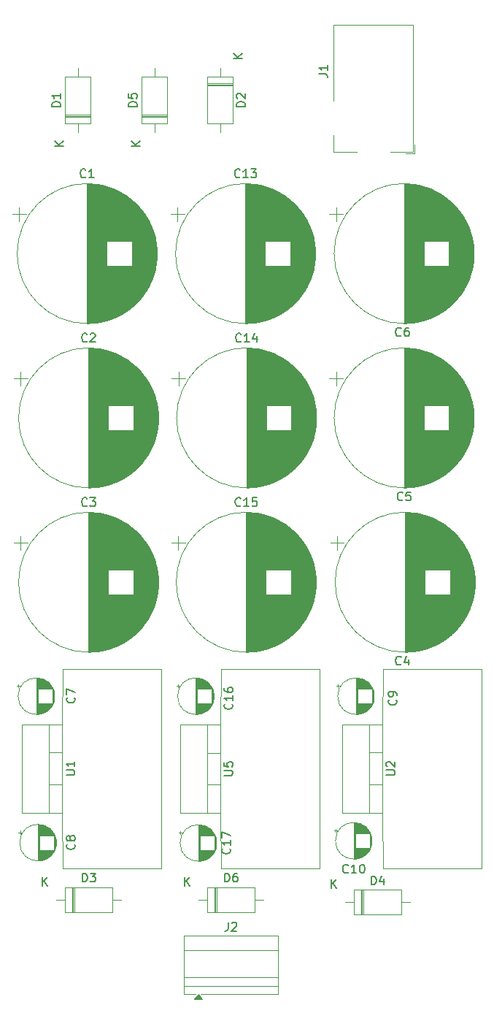
<source format=gbr>
%TF.GenerationSoftware,KiCad,Pcbnew,9.0.1*%
%TF.CreationDate,2025-05-14T12:06:16-07:00*%
%TF.ProjectId,SynthPowerSupply,53796e74-6850-46f7-9765-72537570706c,rev?*%
%TF.SameCoordinates,Original*%
%TF.FileFunction,Legend,Top*%
%TF.FilePolarity,Positive*%
%FSLAX46Y46*%
G04 Gerber Fmt 4.6, Leading zero omitted, Abs format (unit mm)*
G04 Created by KiCad (PCBNEW 9.0.1) date 2025-05-14 12:06:16*
%MOMM*%
%LPD*%
G01*
G04 APERTURE LIST*
%ADD10C,0.100000*%
%ADD11C,0.150000*%
%ADD12C,0.120000*%
G04 APERTURE END LIST*
D10*
X43942000Y-116967000D02*
X43942000Y-93853000D01*
X62318000Y-93893000D02*
X62318000Y-117007000D01*
X32480000Y-100290000D02*
X32512000Y-93853000D01*
X32512000Y-116967000D02*
X43942000Y-116967000D01*
X32480000Y-110530000D02*
X32512000Y-116967000D01*
X32512000Y-93853000D02*
X43942000Y-93853000D01*
X81153000Y-116967000D02*
X81153000Y-93853000D01*
X50800000Y-110570000D02*
X50888000Y-117007000D01*
X69723000Y-93853000D02*
X81153000Y-93853000D01*
X50888000Y-117007000D02*
X62318000Y-117007000D01*
X69723000Y-116967000D02*
X81153000Y-116967000D01*
X50800000Y-100330000D02*
X50888000Y-93893000D01*
X69635000Y-110530000D02*
X69723000Y-116967000D01*
X50888000Y-93893000D02*
X62318000Y-93893000D01*
X69635000Y-100290000D02*
X69723000Y-93853000D01*
D11*
X68349905Y-118888819D02*
X68349905Y-117888819D01*
X68349905Y-117888819D02*
X68588000Y-117888819D01*
X68588000Y-117888819D02*
X68730857Y-117936438D01*
X68730857Y-117936438D02*
X68826095Y-118031676D01*
X68826095Y-118031676D02*
X68873714Y-118126914D01*
X68873714Y-118126914D02*
X68921333Y-118317390D01*
X68921333Y-118317390D02*
X68921333Y-118460247D01*
X68921333Y-118460247D02*
X68873714Y-118650723D01*
X68873714Y-118650723D02*
X68826095Y-118745961D01*
X68826095Y-118745961D02*
X68730857Y-118841200D01*
X68730857Y-118841200D02*
X68588000Y-118888819D01*
X68588000Y-118888819D02*
X68349905Y-118888819D01*
X69778476Y-118222152D02*
X69778476Y-118888819D01*
X69540381Y-117841200D02*
X69302286Y-118555485D01*
X69302286Y-118555485D02*
X69921333Y-118555485D01*
X63746095Y-119258819D02*
X63746095Y-118258819D01*
X64317523Y-119258819D02*
X63888952Y-118687390D01*
X64317523Y-118258819D02*
X63746095Y-118830247D01*
X53724819Y-28678094D02*
X52724819Y-28678094D01*
X52724819Y-28678094D02*
X52724819Y-28439999D01*
X52724819Y-28439999D02*
X52772438Y-28297142D01*
X52772438Y-28297142D02*
X52867676Y-28201904D01*
X52867676Y-28201904D02*
X52962914Y-28154285D01*
X52962914Y-28154285D02*
X53153390Y-28106666D01*
X53153390Y-28106666D02*
X53296247Y-28106666D01*
X53296247Y-28106666D02*
X53486723Y-28154285D01*
X53486723Y-28154285D02*
X53581961Y-28201904D01*
X53581961Y-28201904D02*
X53677200Y-28297142D01*
X53677200Y-28297142D02*
X53724819Y-28439999D01*
X53724819Y-28439999D02*
X53724819Y-28678094D01*
X52820057Y-27725713D02*
X52772438Y-27678094D01*
X52772438Y-27678094D02*
X52724819Y-27582856D01*
X52724819Y-27582856D02*
X52724819Y-27344761D01*
X52724819Y-27344761D02*
X52772438Y-27249523D01*
X52772438Y-27249523D02*
X52820057Y-27201904D01*
X52820057Y-27201904D02*
X52915295Y-27154285D01*
X52915295Y-27154285D02*
X53010533Y-27154285D01*
X53010533Y-27154285D02*
X53153390Y-27201904D01*
X53153390Y-27201904D02*
X53724819Y-27773332D01*
X53724819Y-27773332D02*
X53724819Y-27154285D01*
X53354819Y-23121904D02*
X52354819Y-23121904D01*
X53354819Y-22550476D02*
X52783390Y-22979047D01*
X52354819Y-22550476D02*
X52926247Y-23121904D01*
X33887580Y-97194666D02*
X33935200Y-97242285D01*
X33935200Y-97242285D02*
X33982819Y-97385142D01*
X33982819Y-97385142D02*
X33982819Y-97480380D01*
X33982819Y-97480380D02*
X33935200Y-97623237D01*
X33935200Y-97623237D02*
X33839961Y-97718475D01*
X33839961Y-97718475D02*
X33744723Y-97766094D01*
X33744723Y-97766094D02*
X33554247Y-97813713D01*
X33554247Y-97813713D02*
X33411390Y-97813713D01*
X33411390Y-97813713D02*
X33220914Y-97766094D01*
X33220914Y-97766094D02*
X33125676Y-97718475D01*
X33125676Y-97718475D02*
X33030438Y-97623237D01*
X33030438Y-97623237D02*
X32982819Y-97480380D01*
X32982819Y-97480380D02*
X32982819Y-97385142D01*
X32982819Y-97385142D02*
X33030438Y-97242285D01*
X33030438Y-97242285D02*
X33078057Y-97194666D01*
X32982819Y-96861332D02*
X32982819Y-96194666D01*
X32982819Y-96194666D02*
X33982819Y-96623237D01*
X71792088Y-55223580D02*
X71744469Y-55271200D01*
X71744469Y-55271200D02*
X71601612Y-55318819D01*
X71601612Y-55318819D02*
X71506374Y-55318819D01*
X71506374Y-55318819D02*
X71363517Y-55271200D01*
X71363517Y-55271200D02*
X71268279Y-55175961D01*
X71268279Y-55175961D02*
X71220660Y-55080723D01*
X71220660Y-55080723D02*
X71173041Y-54890247D01*
X71173041Y-54890247D02*
X71173041Y-54747390D01*
X71173041Y-54747390D02*
X71220660Y-54556914D01*
X71220660Y-54556914D02*
X71268279Y-54461676D01*
X71268279Y-54461676D02*
X71363517Y-54366438D01*
X71363517Y-54366438D02*
X71506374Y-54318819D01*
X71506374Y-54318819D02*
X71601612Y-54318819D01*
X71601612Y-54318819D02*
X71744469Y-54366438D01*
X71744469Y-54366438D02*
X71792088Y-54414057D01*
X72649231Y-54318819D02*
X72458755Y-54318819D01*
X72458755Y-54318819D02*
X72363517Y-54366438D01*
X72363517Y-54366438D02*
X72315898Y-54414057D01*
X72315898Y-54414057D02*
X72220660Y-54556914D01*
X72220660Y-54556914D02*
X72173041Y-54747390D01*
X72173041Y-54747390D02*
X72173041Y-55128342D01*
X72173041Y-55128342D02*
X72220660Y-55223580D01*
X72220660Y-55223580D02*
X72268279Y-55271200D01*
X72268279Y-55271200D02*
X72363517Y-55318819D01*
X72363517Y-55318819D02*
X72553993Y-55318819D01*
X72553993Y-55318819D02*
X72649231Y-55271200D01*
X72649231Y-55271200D02*
X72696850Y-55223580D01*
X72696850Y-55223580D02*
X72744469Y-55128342D01*
X72744469Y-55128342D02*
X72744469Y-54890247D01*
X72744469Y-54890247D02*
X72696850Y-54795009D01*
X72696850Y-54795009D02*
X72649231Y-54747390D01*
X72649231Y-54747390D02*
X72553993Y-54699771D01*
X72553993Y-54699771D02*
X72363517Y-54699771D01*
X72363517Y-54699771D02*
X72268279Y-54747390D01*
X72268279Y-54747390D02*
X72220660Y-54795009D01*
X72220660Y-54795009D02*
X72173041Y-54890247D01*
X51921581Y-114688857D02*
X51969201Y-114736476D01*
X51969201Y-114736476D02*
X52016820Y-114879333D01*
X52016820Y-114879333D02*
X52016820Y-114974571D01*
X52016820Y-114974571D02*
X51969201Y-115117428D01*
X51969201Y-115117428D02*
X51873962Y-115212666D01*
X51873962Y-115212666D02*
X51778724Y-115260285D01*
X51778724Y-115260285D02*
X51588248Y-115307904D01*
X51588248Y-115307904D02*
X51445391Y-115307904D01*
X51445391Y-115307904D02*
X51254915Y-115260285D01*
X51254915Y-115260285D02*
X51159677Y-115212666D01*
X51159677Y-115212666D02*
X51064439Y-115117428D01*
X51064439Y-115117428D02*
X51016820Y-114974571D01*
X51016820Y-114974571D02*
X51016820Y-114879333D01*
X51016820Y-114879333D02*
X51064439Y-114736476D01*
X51064439Y-114736476D02*
X51112058Y-114688857D01*
X52016820Y-113736476D02*
X52016820Y-114307904D01*
X52016820Y-114022190D02*
X51016820Y-114022190D01*
X51016820Y-114022190D02*
X51159677Y-114117428D01*
X51159677Y-114117428D02*
X51254915Y-114212666D01*
X51254915Y-114212666D02*
X51302534Y-114307904D01*
X51016820Y-113403142D02*
X51016820Y-112736476D01*
X51016820Y-112736476D02*
X52016820Y-113165047D01*
X33887580Y-114172666D02*
X33935200Y-114220285D01*
X33935200Y-114220285D02*
X33982819Y-114363142D01*
X33982819Y-114363142D02*
X33982819Y-114458380D01*
X33982819Y-114458380D02*
X33935200Y-114601237D01*
X33935200Y-114601237D02*
X33839961Y-114696475D01*
X33839961Y-114696475D02*
X33744723Y-114744094D01*
X33744723Y-114744094D02*
X33554247Y-114791713D01*
X33554247Y-114791713D02*
X33411390Y-114791713D01*
X33411390Y-114791713D02*
X33220914Y-114744094D01*
X33220914Y-114744094D02*
X33125676Y-114696475D01*
X33125676Y-114696475D02*
X33030438Y-114601237D01*
X33030438Y-114601237D02*
X32982819Y-114458380D01*
X32982819Y-114458380D02*
X32982819Y-114363142D01*
X32982819Y-114363142D02*
X33030438Y-114220285D01*
X33030438Y-114220285D02*
X33078057Y-114172666D01*
X33411390Y-113601237D02*
X33363771Y-113696475D01*
X33363771Y-113696475D02*
X33316152Y-113744094D01*
X33316152Y-113744094D02*
X33220914Y-113791713D01*
X33220914Y-113791713D02*
X33173295Y-113791713D01*
X33173295Y-113791713D02*
X33078057Y-113744094D01*
X33078057Y-113744094D02*
X33030438Y-113696475D01*
X33030438Y-113696475D02*
X32982819Y-113601237D01*
X32982819Y-113601237D02*
X32982819Y-113410761D01*
X32982819Y-113410761D02*
X33030438Y-113315523D01*
X33030438Y-113315523D02*
X33078057Y-113267904D01*
X33078057Y-113267904D02*
X33173295Y-113220285D01*
X33173295Y-113220285D02*
X33220914Y-113220285D01*
X33220914Y-113220285D02*
X33316152Y-113267904D01*
X33316152Y-113267904D02*
X33363771Y-113315523D01*
X33363771Y-113315523D02*
X33411390Y-113410761D01*
X33411390Y-113410761D02*
X33411390Y-113601237D01*
X33411390Y-113601237D02*
X33459009Y-113696475D01*
X33459009Y-113696475D02*
X33506628Y-113744094D01*
X33506628Y-113744094D02*
X33601866Y-113791713D01*
X33601866Y-113791713D02*
X33792342Y-113791713D01*
X33792342Y-113791713D02*
X33887580Y-113744094D01*
X33887580Y-113744094D02*
X33935200Y-113696475D01*
X33935200Y-113696475D02*
X33982819Y-113601237D01*
X33982819Y-113601237D02*
X33982819Y-113410761D01*
X33982819Y-113410761D02*
X33935200Y-113315523D01*
X33935200Y-113315523D02*
X33887580Y-113267904D01*
X33887580Y-113267904D02*
X33792342Y-113220285D01*
X33792342Y-113220285D02*
X33601866Y-113220285D01*
X33601866Y-113220285D02*
X33506628Y-113267904D01*
X33506628Y-113267904D02*
X33459009Y-113315523D01*
X33459009Y-113315523D02*
X33411390Y-113410761D01*
X71225580Y-97448666D02*
X71273200Y-97496285D01*
X71273200Y-97496285D02*
X71320819Y-97639142D01*
X71320819Y-97639142D02*
X71320819Y-97734380D01*
X71320819Y-97734380D02*
X71273200Y-97877237D01*
X71273200Y-97877237D02*
X71177961Y-97972475D01*
X71177961Y-97972475D02*
X71082723Y-98020094D01*
X71082723Y-98020094D02*
X70892247Y-98067713D01*
X70892247Y-98067713D02*
X70749390Y-98067713D01*
X70749390Y-98067713D02*
X70558914Y-98020094D01*
X70558914Y-98020094D02*
X70463676Y-97972475D01*
X70463676Y-97972475D02*
X70368438Y-97877237D01*
X70368438Y-97877237D02*
X70320819Y-97734380D01*
X70320819Y-97734380D02*
X70320819Y-97639142D01*
X70320819Y-97639142D02*
X70368438Y-97496285D01*
X70368438Y-97496285D02*
X70416057Y-97448666D01*
X71320819Y-96972475D02*
X71320819Y-96781999D01*
X71320819Y-96781999D02*
X71273200Y-96686761D01*
X71273200Y-96686761D02*
X71225580Y-96639142D01*
X71225580Y-96639142D02*
X71082723Y-96543904D01*
X71082723Y-96543904D02*
X70892247Y-96496285D01*
X70892247Y-96496285D02*
X70511295Y-96496285D01*
X70511295Y-96496285D02*
X70416057Y-96543904D01*
X70416057Y-96543904D02*
X70368438Y-96591523D01*
X70368438Y-96591523D02*
X70320819Y-96686761D01*
X70320819Y-96686761D02*
X70320819Y-96877237D01*
X70320819Y-96877237D02*
X70368438Y-96972475D01*
X70368438Y-96972475D02*
X70416057Y-97020094D01*
X70416057Y-97020094D02*
X70511295Y-97067713D01*
X70511295Y-97067713D02*
X70749390Y-97067713D01*
X70749390Y-97067713D02*
X70844628Y-97020094D01*
X70844628Y-97020094D02*
X70892247Y-96972475D01*
X70892247Y-96972475D02*
X70939866Y-96877237D01*
X70939866Y-96877237D02*
X70939866Y-96686761D01*
X70939866Y-96686761D02*
X70892247Y-96591523D01*
X70892247Y-96591523D02*
X70844628Y-96543904D01*
X70844628Y-96543904D02*
X70749390Y-96496285D01*
X53108388Y-36829580D02*
X53060769Y-36877200D01*
X53060769Y-36877200D02*
X52917912Y-36924819D01*
X52917912Y-36924819D02*
X52822674Y-36924819D01*
X52822674Y-36924819D02*
X52679817Y-36877200D01*
X52679817Y-36877200D02*
X52584579Y-36781961D01*
X52584579Y-36781961D02*
X52536960Y-36686723D01*
X52536960Y-36686723D02*
X52489341Y-36496247D01*
X52489341Y-36496247D02*
X52489341Y-36353390D01*
X52489341Y-36353390D02*
X52536960Y-36162914D01*
X52536960Y-36162914D02*
X52584579Y-36067676D01*
X52584579Y-36067676D02*
X52679817Y-35972438D01*
X52679817Y-35972438D02*
X52822674Y-35924819D01*
X52822674Y-35924819D02*
X52917912Y-35924819D01*
X52917912Y-35924819D02*
X53060769Y-35972438D01*
X53060769Y-35972438D02*
X53108388Y-36020057D01*
X54060769Y-36924819D02*
X53489341Y-36924819D01*
X53775055Y-36924819D02*
X53775055Y-35924819D01*
X53775055Y-35924819D02*
X53679817Y-36067676D01*
X53679817Y-36067676D02*
X53584579Y-36162914D01*
X53584579Y-36162914D02*
X53489341Y-36210533D01*
X54394103Y-35924819D02*
X55013150Y-35924819D01*
X55013150Y-35924819D02*
X54679817Y-36305771D01*
X54679817Y-36305771D02*
X54822674Y-36305771D01*
X54822674Y-36305771D02*
X54917912Y-36353390D01*
X54917912Y-36353390D02*
X54965531Y-36401009D01*
X54965531Y-36401009D02*
X55013150Y-36496247D01*
X55013150Y-36496247D02*
X55013150Y-36734342D01*
X55013150Y-36734342D02*
X54965531Y-36829580D01*
X54965531Y-36829580D02*
X54917912Y-36877200D01*
X54917912Y-36877200D02*
X54822674Y-36924819D01*
X54822674Y-36924819D02*
X54536960Y-36924819D01*
X54536960Y-36924819D02*
X54441722Y-36877200D01*
X54441722Y-36877200D02*
X54394103Y-36829580D01*
X32274819Y-28678094D02*
X31274819Y-28678094D01*
X31274819Y-28678094D02*
X31274819Y-28439999D01*
X31274819Y-28439999D02*
X31322438Y-28297142D01*
X31322438Y-28297142D02*
X31417676Y-28201904D01*
X31417676Y-28201904D02*
X31512914Y-28154285D01*
X31512914Y-28154285D02*
X31703390Y-28106666D01*
X31703390Y-28106666D02*
X31846247Y-28106666D01*
X31846247Y-28106666D02*
X32036723Y-28154285D01*
X32036723Y-28154285D02*
X32131961Y-28201904D01*
X32131961Y-28201904D02*
X32227200Y-28297142D01*
X32227200Y-28297142D02*
X32274819Y-28439999D01*
X32274819Y-28439999D02*
X32274819Y-28678094D01*
X32274819Y-27154285D02*
X32274819Y-27725713D01*
X32274819Y-27439999D02*
X31274819Y-27439999D01*
X31274819Y-27439999D02*
X31417676Y-27535237D01*
X31417676Y-27535237D02*
X31512914Y-27630475D01*
X31512914Y-27630475D02*
X31560533Y-27725713D01*
X32644819Y-33281904D02*
X31644819Y-33281904D01*
X32644819Y-32710476D02*
X32073390Y-33139047D01*
X31644819Y-32710476D02*
X32216247Y-33281904D01*
X71792088Y-93323580D02*
X71744469Y-93371200D01*
X71744469Y-93371200D02*
X71601612Y-93418819D01*
X71601612Y-93418819D02*
X71506374Y-93418819D01*
X71506374Y-93418819D02*
X71363517Y-93371200D01*
X71363517Y-93371200D02*
X71268279Y-93275961D01*
X71268279Y-93275961D02*
X71220660Y-93180723D01*
X71220660Y-93180723D02*
X71173041Y-92990247D01*
X71173041Y-92990247D02*
X71173041Y-92847390D01*
X71173041Y-92847390D02*
X71220660Y-92656914D01*
X71220660Y-92656914D02*
X71268279Y-92561676D01*
X71268279Y-92561676D02*
X71363517Y-92466438D01*
X71363517Y-92466438D02*
X71506374Y-92418819D01*
X71506374Y-92418819D02*
X71601612Y-92418819D01*
X71601612Y-92418819D02*
X71744469Y-92466438D01*
X71744469Y-92466438D02*
X71792088Y-92514057D01*
X72649231Y-92752152D02*
X72649231Y-93418819D01*
X72411136Y-92371200D02*
X72173041Y-93085485D01*
X72173041Y-93085485D02*
X72792088Y-93085485D01*
X70089819Y-106171904D02*
X70899342Y-106171904D01*
X70899342Y-106171904D02*
X70994580Y-106124285D01*
X70994580Y-106124285D02*
X71042200Y-106076666D01*
X71042200Y-106076666D02*
X71089819Y-105981428D01*
X71089819Y-105981428D02*
X71089819Y-105790952D01*
X71089819Y-105790952D02*
X71042200Y-105695714D01*
X71042200Y-105695714D02*
X70994580Y-105648095D01*
X70994580Y-105648095D02*
X70899342Y-105600476D01*
X70899342Y-105600476D02*
X70089819Y-105600476D01*
X70185057Y-105171904D02*
X70137438Y-105124285D01*
X70137438Y-105124285D02*
X70089819Y-105029047D01*
X70089819Y-105029047D02*
X70089819Y-104790952D01*
X70089819Y-104790952D02*
X70137438Y-104695714D01*
X70137438Y-104695714D02*
X70185057Y-104648095D01*
X70185057Y-104648095D02*
X70280295Y-104600476D01*
X70280295Y-104600476D02*
X70375533Y-104600476D01*
X70375533Y-104600476D02*
X70518390Y-104648095D01*
X70518390Y-104648095D02*
X71089819Y-105219523D01*
X71089819Y-105219523D02*
X71089819Y-104600476D01*
X52175580Y-97924857D02*
X52223200Y-97972476D01*
X52223200Y-97972476D02*
X52270819Y-98115333D01*
X52270819Y-98115333D02*
X52270819Y-98210571D01*
X52270819Y-98210571D02*
X52223200Y-98353428D01*
X52223200Y-98353428D02*
X52127961Y-98448666D01*
X52127961Y-98448666D02*
X52032723Y-98496285D01*
X52032723Y-98496285D02*
X51842247Y-98543904D01*
X51842247Y-98543904D02*
X51699390Y-98543904D01*
X51699390Y-98543904D02*
X51508914Y-98496285D01*
X51508914Y-98496285D02*
X51413676Y-98448666D01*
X51413676Y-98448666D02*
X51318438Y-98353428D01*
X51318438Y-98353428D02*
X51270819Y-98210571D01*
X51270819Y-98210571D02*
X51270819Y-98115333D01*
X51270819Y-98115333D02*
X51318438Y-97972476D01*
X51318438Y-97972476D02*
X51366057Y-97924857D01*
X52270819Y-96972476D02*
X52270819Y-97543904D01*
X52270819Y-97258190D02*
X51270819Y-97258190D01*
X51270819Y-97258190D02*
X51413676Y-97353428D01*
X51413676Y-97353428D02*
X51508914Y-97448666D01*
X51508914Y-97448666D02*
X51556533Y-97543904D01*
X51270819Y-96115333D02*
X51270819Y-96305809D01*
X51270819Y-96305809D02*
X51318438Y-96401047D01*
X51318438Y-96401047D02*
X51366057Y-96448666D01*
X51366057Y-96448666D02*
X51508914Y-96543904D01*
X51508914Y-96543904D02*
X51699390Y-96591523D01*
X51699390Y-96591523D02*
X52080342Y-96591523D01*
X52080342Y-96591523D02*
X52175580Y-96543904D01*
X52175580Y-96543904D02*
X52223200Y-96496285D01*
X52223200Y-96496285D02*
X52270819Y-96401047D01*
X52270819Y-96401047D02*
X52270819Y-96210571D01*
X52270819Y-96210571D02*
X52223200Y-96115333D01*
X52223200Y-96115333D02*
X52175580Y-96067714D01*
X52175580Y-96067714D02*
X52080342Y-96020095D01*
X52080342Y-96020095D02*
X51842247Y-96020095D01*
X51842247Y-96020095D02*
X51747009Y-96067714D01*
X51747009Y-96067714D02*
X51699390Y-96115333D01*
X51699390Y-96115333D02*
X51651771Y-96210571D01*
X51651771Y-96210571D02*
X51651771Y-96401047D01*
X51651771Y-96401047D02*
X51699390Y-96496285D01*
X51699390Y-96496285D02*
X51747009Y-96543904D01*
X51747009Y-96543904D02*
X51842247Y-96591523D01*
X35373333Y-55879580D02*
X35325714Y-55927200D01*
X35325714Y-55927200D02*
X35182857Y-55974819D01*
X35182857Y-55974819D02*
X35087619Y-55974819D01*
X35087619Y-55974819D02*
X34944762Y-55927200D01*
X34944762Y-55927200D02*
X34849524Y-55831961D01*
X34849524Y-55831961D02*
X34801905Y-55736723D01*
X34801905Y-55736723D02*
X34754286Y-55546247D01*
X34754286Y-55546247D02*
X34754286Y-55403390D01*
X34754286Y-55403390D02*
X34801905Y-55212914D01*
X34801905Y-55212914D02*
X34849524Y-55117676D01*
X34849524Y-55117676D02*
X34944762Y-55022438D01*
X34944762Y-55022438D02*
X35087619Y-54974819D01*
X35087619Y-54974819D02*
X35182857Y-54974819D01*
X35182857Y-54974819D02*
X35325714Y-55022438D01*
X35325714Y-55022438D02*
X35373333Y-55070057D01*
X35754286Y-55070057D02*
X35801905Y-55022438D01*
X35801905Y-55022438D02*
X35897143Y-54974819D01*
X35897143Y-54974819D02*
X36135238Y-54974819D01*
X36135238Y-54974819D02*
X36230476Y-55022438D01*
X36230476Y-55022438D02*
X36278095Y-55070057D01*
X36278095Y-55070057D02*
X36325714Y-55165295D01*
X36325714Y-55165295D02*
X36325714Y-55260533D01*
X36325714Y-55260533D02*
X36278095Y-55403390D01*
X36278095Y-55403390D02*
X35706667Y-55974819D01*
X35706667Y-55974819D02*
X36325714Y-55974819D01*
X53228388Y-55879580D02*
X53180769Y-55927200D01*
X53180769Y-55927200D02*
X53037912Y-55974819D01*
X53037912Y-55974819D02*
X52942674Y-55974819D01*
X52942674Y-55974819D02*
X52799817Y-55927200D01*
X52799817Y-55927200D02*
X52704579Y-55831961D01*
X52704579Y-55831961D02*
X52656960Y-55736723D01*
X52656960Y-55736723D02*
X52609341Y-55546247D01*
X52609341Y-55546247D02*
X52609341Y-55403390D01*
X52609341Y-55403390D02*
X52656960Y-55212914D01*
X52656960Y-55212914D02*
X52704579Y-55117676D01*
X52704579Y-55117676D02*
X52799817Y-55022438D01*
X52799817Y-55022438D02*
X52942674Y-54974819D01*
X52942674Y-54974819D02*
X53037912Y-54974819D01*
X53037912Y-54974819D02*
X53180769Y-55022438D01*
X53180769Y-55022438D02*
X53228388Y-55070057D01*
X54180769Y-55974819D02*
X53609341Y-55974819D01*
X53895055Y-55974819D02*
X53895055Y-54974819D01*
X53895055Y-54974819D02*
X53799817Y-55117676D01*
X53799817Y-55117676D02*
X53704579Y-55212914D01*
X53704579Y-55212914D02*
X53609341Y-55260533D01*
X55037912Y-55308152D02*
X55037912Y-55974819D01*
X54799817Y-54927200D02*
X54561722Y-55641485D01*
X54561722Y-55641485D02*
X55180769Y-55641485D01*
X71986088Y-74273580D02*
X71938469Y-74321200D01*
X71938469Y-74321200D02*
X71795612Y-74368819D01*
X71795612Y-74368819D02*
X71700374Y-74368819D01*
X71700374Y-74368819D02*
X71557517Y-74321200D01*
X71557517Y-74321200D02*
X71462279Y-74225961D01*
X71462279Y-74225961D02*
X71414660Y-74130723D01*
X71414660Y-74130723D02*
X71367041Y-73940247D01*
X71367041Y-73940247D02*
X71367041Y-73797390D01*
X71367041Y-73797390D02*
X71414660Y-73606914D01*
X71414660Y-73606914D02*
X71462279Y-73511676D01*
X71462279Y-73511676D02*
X71557517Y-73416438D01*
X71557517Y-73416438D02*
X71700374Y-73368819D01*
X71700374Y-73368819D02*
X71795612Y-73368819D01*
X71795612Y-73368819D02*
X71938469Y-73416438D01*
X71938469Y-73416438D02*
X71986088Y-73464057D01*
X72890850Y-73368819D02*
X72414660Y-73368819D01*
X72414660Y-73368819D02*
X72367041Y-73845009D01*
X72367041Y-73845009D02*
X72414660Y-73797390D01*
X72414660Y-73797390D02*
X72509898Y-73749771D01*
X72509898Y-73749771D02*
X72747993Y-73749771D01*
X72747993Y-73749771D02*
X72843231Y-73797390D01*
X72843231Y-73797390D02*
X72890850Y-73845009D01*
X72890850Y-73845009D02*
X72938469Y-73940247D01*
X72938469Y-73940247D02*
X72938469Y-74178342D01*
X72938469Y-74178342D02*
X72890850Y-74273580D01*
X72890850Y-74273580D02*
X72843231Y-74321200D01*
X72843231Y-74321200D02*
X72747993Y-74368819D01*
X72747993Y-74368819D02*
X72509898Y-74368819D01*
X72509898Y-74368819D02*
X72414660Y-74321200D01*
X72414660Y-74321200D02*
X72367041Y-74273580D01*
X53188388Y-74929580D02*
X53140769Y-74977200D01*
X53140769Y-74977200D02*
X52997912Y-75024819D01*
X52997912Y-75024819D02*
X52902674Y-75024819D01*
X52902674Y-75024819D02*
X52759817Y-74977200D01*
X52759817Y-74977200D02*
X52664579Y-74881961D01*
X52664579Y-74881961D02*
X52616960Y-74786723D01*
X52616960Y-74786723D02*
X52569341Y-74596247D01*
X52569341Y-74596247D02*
X52569341Y-74453390D01*
X52569341Y-74453390D02*
X52616960Y-74262914D01*
X52616960Y-74262914D02*
X52664579Y-74167676D01*
X52664579Y-74167676D02*
X52759817Y-74072438D01*
X52759817Y-74072438D02*
X52902674Y-74024819D01*
X52902674Y-74024819D02*
X52997912Y-74024819D01*
X52997912Y-74024819D02*
X53140769Y-74072438D01*
X53140769Y-74072438D02*
X53188388Y-74120057D01*
X54140769Y-75024819D02*
X53569341Y-75024819D01*
X53855055Y-75024819D02*
X53855055Y-74024819D01*
X53855055Y-74024819D02*
X53759817Y-74167676D01*
X53759817Y-74167676D02*
X53664579Y-74262914D01*
X53664579Y-74262914D02*
X53569341Y-74310533D01*
X55045531Y-74024819D02*
X54569341Y-74024819D01*
X54569341Y-74024819D02*
X54521722Y-74501009D01*
X54521722Y-74501009D02*
X54569341Y-74453390D01*
X54569341Y-74453390D02*
X54664579Y-74405771D01*
X54664579Y-74405771D02*
X54902674Y-74405771D01*
X54902674Y-74405771D02*
X54997912Y-74453390D01*
X54997912Y-74453390D02*
X55045531Y-74501009D01*
X55045531Y-74501009D02*
X55093150Y-74596247D01*
X55093150Y-74596247D02*
X55093150Y-74834342D01*
X55093150Y-74834342D02*
X55045531Y-74929580D01*
X55045531Y-74929580D02*
X54997912Y-74977200D01*
X54997912Y-74977200D02*
X54902674Y-75024819D01*
X54902674Y-75024819D02*
X54664579Y-75024819D01*
X54664579Y-75024819D02*
X54569341Y-74977200D01*
X54569341Y-74977200D02*
X54521722Y-74929580D01*
X41164819Y-28678094D02*
X40164819Y-28678094D01*
X40164819Y-28678094D02*
X40164819Y-28439999D01*
X40164819Y-28439999D02*
X40212438Y-28297142D01*
X40212438Y-28297142D02*
X40307676Y-28201904D01*
X40307676Y-28201904D02*
X40402914Y-28154285D01*
X40402914Y-28154285D02*
X40593390Y-28106666D01*
X40593390Y-28106666D02*
X40736247Y-28106666D01*
X40736247Y-28106666D02*
X40926723Y-28154285D01*
X40926723Y-28154285D02*
X41021961Y-28201904D01*
X41021961Y-28201904D02*
X41117200Y-28297142D01*
X41117200Y-28297142D02*
X41164819Y-28439999D01*
X41164819Y-28439999D02*
X41164819Y-28678094D01*
X40164819Y-27201904D02*
X40164819Y-27678094D01*
X40164819Y-27678094D02*
X40641009Y-27725713D01*
X40641009Y-27725713D02*
X40593390Y-27678094D01*
X40593390Y-27678094D02*
X40545771Y-27582856D01*
X40545771Y-27582856D02*
X40545771Y-27344761D01*
X40545771Y-27344761D02*
X40593390Y-27249523D01*
X40593390Y-27249523D02*
X40641009Y-27201904D01*
X40641009Y-27201904D02*
X40736247Y-27154285D01*
X40736247Y-27154285D02*
X40974342Y-27154285D01*
X40974342Y-27154285D02*
X41069580Y-27201904D01*
X41069580Y-27201904D02*
X41117200Y-27249523D01*
X41117200Y-27249523D02*
X41164819Y-27344761D01*
X41164819Y-27344761D02*
X41164819Y-27582856D01*
X41164819Y-27582856D02*
X41117200Y-27678094D01*
X41117200Y-27678094D02*
X41069580Y-27725713D01*
X41534819Y-33281904D02*
X40534819Y-33281904D01*
X41534819Y-32710476D02*
X40963390Y-33139047D01*
X40534819Y-32710476D02*
X41106247Y-33281904D01*
X51254819Y-106211904D02*
X52064342Y-106211904D01*
X52064342Y-106211904D02*
X52159580Y-106164285D01*
X52159580Y-106164285D02*
X52207200Y-106116666D01*
X52207200Y-106116666D02*
X52254819Y-106021428D01*
X52254819Y-106021428D02*
X52254819Y-105830952D01*
X52254819Y-105830952D02*
X52207200Y-105735714D01*
X52207200Y-105735714D02*
X52159580Y-105688095D01*
X52159580Y-105688095D02*
X52064342Y-105640476D01*
X52064342Y-105640476D02*
X51254819Y-105640476D01*
X51254819Y-104688095D02*
X51254819Y-105164285D01*
X51254819Y-105164285D02*
X51731009Y-105211904D01*
X51731009Y-105211904D02*
X51683390Y-105164285D01*
X51683390Y-105164285D02*
X51635771Y-105069047D01*
X51635771Y-105069047D02*
X51635771Y-104830952D01*
X51635771Y-104830952D02*
X51683390Y-104735714D01*
X51683390Y-104735714D02*
X51731009Y-104688095D01*
X51731009Y-104688095D02*
X51826247Y-104640476D01*
X51826247Y-104640476D02*
X52064342Y-104640476D01*
X52064342Y-104640476D02*
X52159580Y-104688095D01*
X52159580Y-104688095D02*
X52207200Y-104735714D01*
X52207200Y-104735714D02*
X52254819Y-104830952D01*
X52254819Y-104830952D02*
X52254819Y-105069047D01*
X52254819Y-105069047D02*
X52207200Y-105164285D01*
X52207200Y-105164285D02*
X52159580Y-105211904D01*
X62284819Y-24903333D02*
X62999104Y-24903333D01*
X62999104Y-24903333D02*
X63141961Y-24950952D01*
X63141961Y-24950952D02*
X63237200Y-25046190D01*
X63237200Y-25046190D02*
X63284819Y-25189047D01*
X63284819Y-25189047D02*
X63284819Y-25284285D01*
X63284819Y-23903333D02*
X63284819Y-24474761D01*
X63284819Y-24189047D02*
X62284819Y-24189047D01*
X62284819Y-24189047D02*
X62427676Y-24284285D01*
X62427676Y-24284285D02*
X62522914Y-24379523D01*
X62522914Y-24379523D02*
X62570533Y-24474761D01*
X51736666Y-123250819D02*
X51736666Y-123965104D01*
X51736666Y-123965104D02*
X51689047Y-124107961D01*
X51689047Y-124107961D02*
X51593809Y-124203200D01*
X51593809Y-124203200D02*
X51450952Y-124250819D01*
X51450952Y-124250819D02*
X51355714Y-124250819D01*
X52165238Y-123346057D02*
X52212857Y-123298438D01*
X52212857Y-123298438D02*
X52308095Y-123250819D01*
X52308095Y-123250819D02*
X52546190Y-123250819D01*
X52546190Y-123250819D02*
X52641428Y-123298438D01*
X52641428Y-123298438D02*
X52689047Y-123346057D01*
X52689047Y-123346057D02*
X52736666Y-123441295D01*
X52736666Y-123441295D02*
X52736666Y-123536533D01*
X52736666Y-123536533D02*
X52689047Y-123679390D01*
X52689047Y-123679390D02*
X52117619Y-124250819D01*
X52117619Y-124250819D02*
X52736666Y-124250819D01*
X51331905Y-118564819D02*
X51331905Y-117564819D01*
X51331905Y-117564819D02*
X51570000Y-117564819D01*
X51570000Y-117564819D02*
X51712857Y-117612438D01*
X51712857Y-117612438D02*
X51808095Y-117707676D01*
X51808095Y-117707676D02*
X51855714Y-117802914D01*
X51855714Y-117802914D02*
X51903333Y-117993390D01*
X51903333Y-117993390D02*
X51903333Y-118136247D01*
X51903333Y-118136247D02*
X51855714Y-118326723D01*
X51855714Y-118326723D02*
X51808095Y-118421961D01*
X51808095Y-118421961D02*
X51712857Y-118517200D01*
X51712857Y-118517200D02*
X51570000Y-118564819D01*
X51570000Y-118564819D02*
X51331905Y-118564819D01*
X52760476Y-117564819D02*
X52570000Y-117564819D01*
X52570000Y-117564819D02*
X52474762Y-117612438D01*
X52474762Y-117612438D02*
X52427143Y-117660057D01*
X52427143Y-117660057D02*
X52331905Y-117802914D01*
X52331905Y-117802914D02*
X52284286Y-117993390D01*
X52284286Y-117993390D02*
X52284286Y-118374342D01*
X52284286Y-118374342D02*
X52331905Y-118469580D01*
X52331905Y-118469580D02*
X52379524Y-118517200D01*
X52379524Y-118517200D02*
X52474762Y-118564819D01*
X52474762Y-118564819D02*
X52665238Y-118564819D01*
X52665238Y-118564819D02*
X52760476Y-118517200D01*
X52760476Y-118517200D02*
X52808095Y-118469580D01*
X52808095Y-118469580D02*
X52855714Y-118374342D01*
X52855714Y-118374342D02*
X52855714Y-118136247D01*
X52855714Y-118136247D02*
X52808095Y-118041009D01*
X52808095Y-118041009D02*
X52760476Y-117993390D01*
X52760476Y-117993390D02*
X52665238Y-117945771D01*
X52665238Y-117945771D02*
X52474762Y-117945771D01*
X52474762Y-117945771D02*
X52379524Y-117993390D01*
X52379524Y-117993390D02*
X52331905Y-118041009D01*
X52331905Y-118041009D02*
X52284286Y-118136247D01*
X46728095Y-119004819D02*
X46728095Y-118004819D01*
X47299523Y-119004819D02*
X46870952Y-118433390D01*
X47299523Y-118004819D02*
X46728095Y-118576247D01*
X34821905Y-118564819D02*
X34821905Y-117564819D01*
X34821905Y-117564819D02*
X35060000Y-117564819D01*
X35060000Y-117564819D02*
X35202857Y-117612438D01*
X35202857Y-117612438D02*
X35298095Y-117707676D01*
X35298095Y-117707676D02*
X35345714Y-117802914D01*
X35345714Y-117802914D02*
X35393333Y-117993390D01*
X35393333Y-117993390D02*
X35393333Y-118136247D01*
X35393333Y-118136247D02*
X35345714Y-118326723D01*
X35345714Y-118326723D02*
X35298095Y-118421961D01*
X35298095Y-118421961D02*
X35202857Y-118517200D01*
X35202857Y-118517200D02*
X35060000Y-118564819D01*
X35060000Y-118564819D02*
X34821905Y-118564819D01*
X35726667Y-117564819D02*
X36345714Y-117564819D01*
X36345714Y-117564819D02*
X36012381Y-117945771D01*
X36012381Y-117945771D02*
X36155238Y-117945771D01*
X36155238Y-117945771D02*
X36250476Y-117993390D01*
X36250476Y-117993390D02*
X36298095Y-118041009D01*
X36298095Y-118041009D02*
X36345714Y-118136247D01*
X36345714Y-118136247D02*
X36345714Y-118374342D01*
X36345714Y-118374342D02*
X36298095Y-118469580D01*
X36298095Y-118469580D02*
X36250476Y-118517200D01*
X36250476Y-118517200D02*
X36155238Y-118564819D01*
X36155238Y-118564819D02*
X35869524Y-118564819D01*
X35869524Y-118564819D02*
X35774286Y-118517200D01*
X35774286Y-118517200D02*
X35726667Y-118469580D01*
X30218095Y-119004819D02*
X30218095Y-118004819D01*
X30789523Y-119004819D02*
X30360952Y-118433390D01*
X30789523Y-118004819D02*
X30218095Y-118576247D01*
X65667142Y-117453580D02*
X65619523Y-117501200D01*
X65619523Y-117501200D02*
X65476666Y-117548819D01*
X65476666Y-117548819D02*
X65381428Y-117548819D01*
X65381428Y-117548819D02*
X65238571Y-117501200D01*
X65238571Y-117501200D02*
X65143333Y-117405961D01*
X65143333Y-117405961D02*
X65095714Y-117310723D01*
X65095714Y-117310723D02*
X65048095Y-117120247D01*
X65048095Y-117120247D02*
X65048095Y-116977390D01*
X65048095Y-116977390D02*
X65095714Y-116786914D01*
X65095714Y-116786914D02*
X65143333Y-116691676D01*
X65143333Y-116691676D02*
X65238571Y-116596438D01*
X65238571Y-116596438D02*
X65381428Y-116548819D01*
X65381428Y-116548819D02*
X65476666Y-116548819D01*
X65476666Y-116548819D02*
X65619523Y-116596438D01*
X65619523Y-116596438D02*
X65667142Y-116644057D01*
X66619523Y-117548819D02*
X66048095Y-117548819D01*
X66333809Y-117548819D02*
X66333809Y-116548819D01*
X66333809Y-116548819D02*
X66238571Y-116691676D01*
X66238571Y-116691676D02*
X66143333Y-116786914D01*
X66143333Y-116786914D02*
X66048095Y-116834533D01*
X67238571Y-116548819D02*
X67333809Y-116548819D01*
X67333809Y-116548819D02*
X67429047Y-116596438D01*
X67429047Y-116596438D02*
X67476666Y-116644057D01*
X67476666Y-116644057D02*
X67524285Y-116739295D01*
X67524285Y-116739295D02*
X67571904Y-116929771D01*
X67571904Y-116929771D02*
X67571904Y-117167866D01*
X67571904Y-117167866D02*
X67524285Y-117358342D01*
X67524285Y-117358342D02*
X67476666Y-117453580D01*
X67476666Y-117453580D02*
X67429047Y-117501200D01*
X67429047Y-117501200D02*
X67333809Y-117548819D01*
X67333809Y-117548819D02*
X67238571Y-117548819D01*
X67238571Y-117548819D02*
X67143333Y-117501200D01*
X67143333Y-117501200D02*
X67095714Y-117453580D01*
X67095714Y-117453580D02*
X67048095Y-117358342D01*
X67048095Y-117358342D02*
X67000476Y-117167866D01*
X67000476Y-117167866D02*
X67000476Y-116929771D01*
X67000476Y-116929771D02*
X67048095Y-116739295D01*
X67048095Y-116739295D02*
X67095714Y-116644057D01*
X67095714Y-116644057D02*
X67143333Y-116596438D01*
X67143333Y-116596438D02*
X67238571Y-116548819D01*
X35373333Y-74929580D02*
X35325714Y-74977200D01*
X35325714Y-74977200D02*
X35182857Y-75024819D01*
X35182857Y-75024819D02*
X35087619Y-75024819D01*
X35087619Y-75024819D02*
X34944762Y-74977200D01*
X34944762Y-74977200D02*
X34849524Y-74881961D01*
X34849524Y-74881961D02*
X34801905Y-74786723D01*
X34801905Y-74786723D02*
X34754286Y-74596247D01*
X34754286Y-74596247D02*
X34754286Y-74453390D01*
X34754286Y-74453390D02*
X34801905Y-74262914D01*
X34801905Y-74262914D02*
X34849524Y-74167676D01*
X34849524Y-74167676D02*
X34944762Y-74072438D01*
X34944762Y-74072438D02*
X35087619Y-74024819D01*
X35087619Y-74024819D02*
X35182857Y-74024819D01*
X35182857Y-74024819D02*
X35325714Y-74072438D01*
X35325714Y-74072438D02*
X35373333Y-74120057D01*
X35706667Y-74024819D02*
X36325714Y-74024819D01*
X36325714Y-74024819D02*
X35992381Y-74405771D01*
X35992381Y-74405771D02*
X36135238Y-74405771D01*
X36135238Y-74405771D02*
X36230476Y-74453390D01*
X36230476Y-74453390D02*
X36278095Y-74501009D01*
X36278095Y-74501009D02*
X36325714Y-74596247D01*
X36325714Y-74596247D02*
X36325714Y-74834342D01*
X36325714Y-74834342D02*
X36278095Y-74929580D01*
X36278095Y-74929580D02*
X36230476Y-74977200D01*
X36230476Y-74977200D02*
X36135238Y-75024819D01*
X36135238Y-75024819D02*
X35849524Y-75024819D01*
X35849524Y-75024819D02*
X35754286Y-74977200D01*
X35754286Y-74977200D02*
X35706667Y-74929580D01*
X35213333Y-36829580D02*
X35165714Y-36877200D01*
X35165714Y-36877200D02*
X35022857Y-36924819D01*
X35022857Y-36924819D02*
X34927619Y-36924819D01*
X34927619Y-36924819D02*
X34784762Y-36877200D01*
X34784762Y-36877200D02*
X34689524Y-36781961D01*
X34689524Y-36781961D02*
X34641905Y-36686723D01*
X34641905Y-36686723D02*
X34594286Y-36496247D01*
X34594286Y-36496247D02*
X34594286Y-36353390D01*
X34594286Y-36353390D02*
X34641905Y-36162914D01*
X34641905Y-36162914D02*
X34689524Y-36067676D01*
X34689524Y-36067676D02*
X34784762Y-35972438D01*
X34784762Y-35972438D02*
X34927619Y-35924819D01*
X34927619Y-35924819D02*
X35022857Y-35924819D01*
X35022857Y-35924819D02*
X35165714Y-35972438D01*
X35165714Y-35972438D02*
X35213333Y-36020057D01*
X36165714Y-36924819D02*
X35594286Y-36924819D01*
X35880000Y-36924819D02*
X35880000Y-35924819D01*
X35880000Y-35924819D02*
X35784762Y-36067676D01*
X35784762Y-36067676D02*
X35689524Y-36162914D01*
X35689524Y-36162914D02*
X35594286Y-36210533D01*
X32934819Y-106171904D02*
X33744342Y-106171904D01*
X33744342Y-106171904D02*
X33839580Y-106124285D01*
X33839580Y-106124285D02*
X33887200Y-106076666D01*
X33887200Y-106076666D02*
X33934819Y-105981428D01*
X33934819Y-105981428D02*
X33934819Y-105790952D01*
X33934819Y-105790952D02*
X33887200Y-105695714D01*
X33887200Y-105695714D02*
X33839580Y-105648095D01*
X33839580Y-105648095D02*
X33744342Y-105600476D01*
X33744342Y-105600476D02*
X32934819Y-105600476D01*
X33934819Y-104600476D02*
X33934819Y-105171904D01*
X33934819Y-104886190D02*
X32934819Y-104886190D01*
X32934819Y-104886190D02*
X33077676Y-104981428D01*
X33077676Y-104981428D02*
X33172914Y-105076666D01*
X33172914Y-105076666D02*
X33220533Y-105171904D01*
D12*
%TO.C,D4*%
X65348000Y-120904000D02*
X66368000Y-120904000D01*
X66368000Y-119434000D02*
X66368000Y-122374000D01*
X66368000Y-122374000D02*
X71808000Y-122374000D01*
X67148000Y-119434000D02*
X67148000Y-122374000D01*
X67268000Y-119434000D02*
X67268000Y-122374000D01*
X67388000Y-119434000D02*
X67388000Y-122374000D01*
X71808000Y-119434000D02*
X66368000Y-119434000D01*
X71808000Y-122374000D02*
X71808000Y-119434000D01*
X72828000Y-120904000D02*
X71808000Y-120904000D01*
%TO.C,D2*%
X49330000Y-25220000D02*
X49330000Y-30660000D01*
X49330000Y-30660000D02*
X52270000Y-30660000D01*
X50800000Y-24200000D02*
X50800000Y-25220000D01*
X50800000Y-31680000D02*
X50800000Y-30660000D01*
X52270000Y-25220000D02*
X49330000Y-25220000D01*
X52270000Y-26000000D02*
X49330000Y-26000000D01*
X52270000Y-26120000D02*
X49330000Y-26120000D01*
X52270000Y-26240000D02*
X49330000Y-26240000D01*
X52270000Y-30660000D02*
X52270000Y-25220000D01*
%TO.C,C7*%
X27221600Y-95833000D02*
X27621600Y-95833000D01*
X27421600Y-95633000D02*
X27421600Y-96033000D01*
X29491401Y-94948000D02*
X29491401Y-99108000D01*
X29531401Y-94948000D02*
X29531401Y-99108000D01*
X29571401Y-94950000D02*
X29571401Y-99106000D01*
X29611401Y-94951000D02*
X29611401Y-99105000D01*
X29651401Y-94954000D02*
X29651401Y-99102000D01*
X29691401Y-94957000D02*
X29691401Y-96188000D01*
X29691401Y-97868000D02*
X29691401Y-99099000D01*
X29731401Y-94962000D02*
X29731401Y-96188000D01*
X29731401Y-97868000D02*
X29731401Y-99094000D01*
X29771401Y-94967000D02*
X29771401Y-96188000D01*
X29771401Y-97868000D02*
X29771401Y-99089000D01*
X29811401Y-94972000D02*
X29811401Y-96188000D01*
X29811401Y-97868000D02*
X29811401Y-99084000D01*
X29851401Y-94979000D02*
X29851401Y-96188000D01*
X29851401Y-97868000D02*
X29851401Y-99077000D01*
X29891401Y-94986000D02*
X29891401Y-96188000D01*
X29891401Y-97868000D02*
X29891401Y-99070000D01*
X29931401Y-94994000D02*
X29931401Y-96188000D01*
X29931401Y-97868000D02*
X29931401Y-99062000D01*
X29971401Y-95003000D02*
X29971401Y-96188000D01*
X29971401Y-97868000D02*
X29971401Y-99053000D01*
X30011401Y-95013000D02*
X30011401Y-96188000D01*
X30011401Y-97868000D02*
X30011401Y-99043000D01*
X30051401Y-95023000D02*
X30051401Y-96188000D01*
X30051401Y-97868000D02*
X30051401Y-99033000D01*
X30091401Y-95035000D02*
X30091401Y-96188000D01*
X30091401Y-97868000D02*
X30091401Y-99021000D01*
X30131401Y-95047000D02*
X30131401Y-96188000D01*
X30131401Y-97868000D02*
X30131401Y-99009000D01*
X30171401Y-95060000D02*
X30171401Y-96188000D01*
X30171401Y-97868000D02*
X30171401Y-98996000D01*
X30211401Y-95074000D02*
X30211401Y-96188000D01*
X30211401Y-97868000D02*
X30211401Y-98982000D01*
X30251401Y-95089000D02*
X30251401Y-96188000D01*
X30251401Y-97868000D02*
X30251401Y-98967000D01*
X30291401Y-95105000D02*
X30291401Y-96188000D01*
X30291401Y-97868000D02*
X30291401Y-98951000D01*
X30331401Y-95122000D02*
X30331401Y-96188000D01*
X30331401Y-97868000D02*
X30331401Y-98934000D01*
X30371401Y-95139000D02*
X30371401Y-96188000D01*
X30371401Y-97868000D02*
X30371401Y-98917000D01*
X30411401Y-95158000D02*
X30411401Y-96188000D01*
X30411401Y-97868000D02*
X30411401Y-98898000D01*
X30451401Y-95178000D02*
X30451401Y-96188000D01*
X30451401Y-97868000D02*
X30451401Y-98878000D01*
X30491401Y-95199000D02*
X30491401Y-96188000D01*
X30491401Y-97868000D02*
X30491401Y-98857000D01*
X30531401Y-95221000D02*
X30531401Y-96188000D01*
X30531401Y-97868000D02*
X30531401Y-98835000D01*
X30571401Y-95244000D02*
X30571401Y-96188000D01*
X30571401Y-97868000D02*
X30571401Y-98812000D01*
X30611401Y-95268000D02*
X30611401Y-96188000D01*
X30611401Y-97868000D02*
X30611401Y-98788000D01*
X30651401Y-95294000D02*
X30651401Y-96188000D01*
X30651401Y-97868000D02*
X30651401Y-98762000D01*
X30691401Y-95320000D02*
X30691401Y-96188000D01*
X30691401Y-97868000D02*
X30691401Y-98736000D01*
X30731401Y-95348000D02*
X30731401Y-96188000D01*
X30731401Y-97868000D02*
X30731401Y-98708000D01*
X30771401Y-95378000D02*
X30771401Y-96188000D01*
X30771401Y-97868000D02*
X30771401Y-98678000D01*
X30811401Y-95409000D02*
X30811401Y-96188000D01*
X30811401Y-97868000D02*
X30811401Y-98647000D01*
X30851401Y-95442000D02*
X30851401Y-96188000D01*
X30851401Y-97868000D02*
X30851401Y-98614000D01*
X30891401Y-95476000D02*
X30891401Y-96188000D01*
X30891401Y-97868000D02*
X30891401Y-98580000D01*
X30931401Y-95512000D02*
X30931401Y-96188000D01*
X30931401Y-97868000D02*
X30931401Y-98544000D01*
X30971401Y-95550000D02*
X30971401Y-96188000D01*
X30971401Y-97868000D02*
X30971401Y-98506000D01*
X31011401Y-95590000D02*
X31011401Y-96188000D01*
X31011401Y-97868000D02*
X31011401Y-98466000D01*
X31051401Y-95632000D02*
X31051401Y-96188000D01*
X31051401Y-97868000D02*
X31051401Y-98424000D01*
X31091401Y-95677000D02*
X31091401Y-96188000D01*
X31091401Y-97868000D02*
X31091401Y-98379000D01*
X31131401Y-95725000D02*
X31131401Y-96188000D01*
X31131401Y-97868000D02*
X31131401Y-98331000D01*
X31171401Y-95775000D02*
X31171401Y-96188000D01*
X31171401Y-97868000D02*
X31171401Y-98281000D01*
X31211401Y-95829000D02*
X31211401Y-96188000D01*
X31211401Y-97868000D02*
X31211401Y-98227000D01*
X31251401Y-95886000D02*
X31251401Y-96188000D01*
X31251401Y-97868000D02*
X31251401Y-98170000D01*
X31291401Y-95948000D02*
X31291401Y-96188000D01*
X31291401Y-97868000D02*
X31291401Y-98108000D01*
X31331401Y-96015000D02*
X31331401Y-98041000D01*
X31371401Y-96088000D02*
X31371401Y-97968000D01*
X31411401Y-96169000D02*
X31411401Y-97887000D01*
X31451401Y-96260000D02*
X31451401Y-97796000D01*
X31491401Y-96365000D02*
X31491401Y-97691000D01*
X31531401Y-96491000D02*
X31531401Y-97565000D01*
X31571401Y-96658000D02*
X31571401Y-97398000D01*
X31611401Y-97028000D02*
G75*
G02*
X27371401Y-97028000I-2120000J0D01*
G01*
X27371401Y-97028000D02*
G75*
G02*
X31611401Y-97028000I2120000J0D01*
G01*
%TO.C,C6*%
X63463264Y-41165000D02*
X65063264Y-41165000D01*
X64263264Y-40365000D02*
X64263264Y-41965000D01*
X72152755Y-37640000D02*
X72152755Y-53800000D01*
X72192755Y-37640000D02*
X72192755Y-53800000D01*
X72232755Y-37640000D02*
X72232755Y-53800000D01*
X72272755Y-37641000D02*
X72272755Y-53799000D01*
X72312755Y-37642000D02*
X72312755Y-53798000D01*
X72352755Y-37642000D02*
X72352755Y-53798000D01*
X72392755Y-37644000D02*
X72392755Y-53796000D01*
X72432755Y-37645000D02*
X72432755Y-53795000D01*
X72472755Y-37646000D02*
X72472755Y-53794000D01*
X72512755Y-37648000D02*
X72512755Y-53792000D01*
X72552755Y-37650000D02*
X72552755Y-53790000D01*
X72592755Y-37652000D02*
X72592755Y-53788000D01*
X72632755Y-37654000D02*
X72632755Y-53786000D01*
X72672755Y-37657000D02*
X72672755Y-53783000D01*
X72712755Y-37659000D02*
X72712755Y-53781000D01*
X72752755Y-37662000D02*
X72752755Y-53778000D01*
X72792755Y-37665000D02*
X72792755Y-53775000D01*
X72832755Y-37669000D02*
X72832755Y-53771000D01*
X72872755Y-37672000D02*
X72872755Y-53768000D01*
X72912755Y-37676000D02*
X72912755Y-53764000D01*
X72952755Y-37680000D02*
X72952755Y-53760000D01*
X72992755Y-37684000D02*
X72992755Y-53756000D01*
X73032755Y-37688000D02*
X73032755Y-53752000D01*
X73072755Y-37692000D02*
X73072755Y-53748000D01*
X73112755Y-37697000D02*
X73112755Y-53743000D01*
X73152755Y-37702000D02*
X73152755Y-53738000D01*
X73192755Y-37707000D02*
X73192755Y-53733000D01*
X73232755Y-37712000D02*
X73232755Y-53728000D01*
X73272755Y-37718000D02*
X73272755Y-53722000D01*
X73312755Y-37723000D02*
X73312755Y-53717000D01*
X73352755Y-37729000D02*
X73352755Y-53711000D01*
X73392755Y-37735000D02*
X73392755Y-53705000D01*
X73432755Y-37742000D02*
X73432755Y-53698000D01*
X73472755Y-37748000D02*
X73472755Y-53692000D01*
X73512755Y-37755000D02*
X73512755Y-53685000D01*
X73552755Y-37762000D02*
X73552755Y-53678000D01*
X73592755Y-37769000D02*
X73592755Y-53671000D01*
X73632755Y-37776000D02*
X73632755Y-53664000D01*
X73672755Y-37784000D02*
X73672755Y-53656000D01*
X73712755Y-37791000D02*
X73712755Y-53649000D01*
X73752755Y-37799000D02*
X73752755Y-53641000D01*
X73792755Y-37807000D02*
X73792755Y-53633000D01*
X73832755Y-37816000D02*
X73832755Y-53624000D01*
X73872755Y-37824000D02*
X73872755Y-53616000D01*
X73912755Y-37833000D02*
X73912755Y-53607000D01*
X73952755Y-37842000D02*
X73952755Y-53598000D01*
X73992755Y-37851000D02*
X73992755Y-53589000D01*
X74032755Y-37861000D02*
X74032755Y-53579000D01*
X74072755Y-37870000D02*
X74072755Y-53570000D01*
X74112755Y-37880000D02*
X74112755Y-53560000D01*
X74152755Y-37890000D02*
X74152755Y-53550000D01*
X74192755Y-37900000D02*
X74192755Y-53540000D01*
X74232755Y-37911000D02*
X74232755Y-53529000D01*
X74272755Y-37922000D02*
X74272755Y-53518000D01*
X74312755Y-37933000D02*
X74312755Y-53507000D01*
X74352755Y-37944000D02*
X74352755Y-53496000D01*
X74392755Y-37955000D02*
X74392755Y-53485000D01*
X74432755Y-37967000D02*
X74432755Y-53473000D01*
X74472755Y-37978000D02*
X74472755Y-44280000D01*
X74472755Y-47160000D02*
X74472755Y-53462000D01*
X74512755Y-37991000D02*
X74512755Y-44280000D01*
X74512755Y-47160000D02*
X74512755Y-53449000D01*
X74552755Y-38003000D02*
X74552755Y-44280000D01*
X74552755Y-47160000D02*
X74552755Y-53437000D01*
X74592755Y-38015000D02*
X74592755Y-44280000D01*
X74592755Y-47160000D02*
X74592755Y-53425000D01*
X74632755Y-38028000D02*
X74632755Y-44280000D01*
X74632755Y-47160000D02*
X74632755Y-53412000D01*
X74672755Y-38041000D02*
X74672755Y-44280000D01*
X74672755Y-47160000D02*
X74672755Y-53399000D01*
X74712755Y-38054000D02*
X74712755Y-44280000D01*
X74712755Y-47160000D02*
X74712755Y-53386000D01*
X74752755Y-38068000D02*
X74752755Y-44280000D01*
X74752755Y-47160000D02*
X74752755Y-53372000D01*
X74792755Y-38081000D02*
X74792755Y-44280000D01*
X74792755Y-47160000D02*
X74792755Y-53359000D01*
X74832755Y-38095000D02*
X74832755Y-44280000D01*
X74832755Y-47160000D02*
X74832755Y-53345000D01*
X74872755Y-38109000D02*
X74872755Y-44280000D01*
X74872755Y-47160000D02*
X74872755Y-53331000D01*
X74912755Y-38123000D02*
X74912755Y-44280000D01*
X74912755Y-47160000D02*
X74912755Y-53317000D01*
X74952755Y-38138000D02*
X74952755Y-44280000D01*
X74952755Y-47160000D02*
X74952755Y-53302000D01*
X74992755Y-38153000D02*
X74992755Y-44280000D01*
X74992755Y-47160000D02*
X74992755Y-53287000D01*
X75032755Y-38168000D02*
X75032755Y-44280000D01*
X75032755Y-47160000D02*
X75032755Y-53272000D01*
X75072755Y-38183000D02*
X75072755Y-44280000D01*
X75072755Y-47160000D02*
X75072755Y-53257000D01*
X75112755Y-38199000D02*
X75112755Y-44280000D01*
X75112755Y-47160000D02*
X75112755Y-53241000D01*
X75152755Y-38215000D02*
X75152755Y-44280000D01*
X75152755Y-47160000D02*
X75152755Y-53225000D01*
X75192755Y-38231000D02*
X75192755Y-44280000D01*
X75192755Y-47160000D02*
X75192755Y-53209000D01*
X75232755Y-38247000D02*
X75232755Y-44280000D01*
X75232755Y-47160000D02*
X75232755Y-53193000D01*
X75272755Y-38263000D02*
X75272755Y-44280000D01*
X75272755Y-47160000D02*
X75272755Y-53177000D01*
X75312755Y-38280000D02*
X75312755Y-44280000D01*
X75312755Y-47160000D02*
X75312755Y-53160000D01*
X75352755Y-38297000D02*
X75352755Y-44280000D01*
X75352755Y-47160000D02*
X75352755Y-53143000D01*
X75392755Y-38314000D02*
X75392755Y-44280000D01*
X75392755Y-47160000D02*
X75392755Y-53126000D01*
X75432755Y-38332000D02*
X75432755Y-44280000D01*
X75432755Y-47160000D02*
X75432755Y-53108000D01*
X75472755Y-38350000D02*
X75472755Y-44280000D01*
X75472755Y-47160000D02*
X75472755Y-53090000D01*
X75512755Y-38368000D02*
X75512755Y-44280000D01*
X75512755Y-47160000D02*
X75512755Y-53072000D01*
X75552755Y-38386000D02*
X75552755Y-44280000D01*
X75552755Y-47160000D02*
X75552755Y-53054000D01*
X75592755Y-38405000D02*
X75592755Y-44280000D01*
X75592755Y-47160000D02*
X75592755Y-53035000D01*
X75632755Y-38424000D02*
X75632755Y-44280000D01*
X75632755Y-47160000D02*
X75632755Y-53016000D01*
X75672755Y-38443000D02*
X75672755Y-44280000D01*
X75672755Y-47160000D02*
X75672755Y-52997000D01*
X75712755Y-38462000D02*
X75712755Y-44280000D01*
X75712755Y-47160000D02*
X75712755Y-52978000D01*
X75752755Y-38482000D02*
X75752755Y-44280000D01*
X75752755Y-47160000D02*
X75752755Y-52958000D01*
X75792755Y-38502000D02*
X75792755Y-44280000D01*
X75792755Y-47160000D02*
X75792755Y-52938000D01*
X75832755Y-38522000D02*
X75832755Y-44280000D01*
X75832755Y-47160000D02*
X75832755Y-52918000D01*
X75872755Y-38542000D02*
X75872755Y-44280000D01*
X75872755Y-47160000D02*
X75872755Y-52898000D01*
X75912755Y-38563000D02*
X75912755Y-44280000D01*
X75912755Y-47160000D02*
X75912755Y-52877000D01*
X75952755Y-38584000D02*
X75952755Y-44280000D01*
X75952755Y-47160000D02*
X75952755Y-52856000D01*
X75992755Y-38605000D02*
X75992755Y-44280000D01*
X75992755Y-47160000D02*
X75992755Y-52835000D01*
X76032755Y-38627000D02*
X76032755Y-44280000D01*
X76032755Y-47160000D02*
X76032755Y-52813000D01*
X76072755Y-38649000D02*
X76072755Y-44280000D01*
X76072755Y-47160000D02*
X76072755Y-52791000D01*
X76112755Y-38671000D02*
X76112755Y-44280000D01*
X76112755Y-47160000D02*
X76112755Y-52769000D01*
X76152755Y-38694000D02*
X76152755Y-44280000D01*
X76152755Y-47160000D02*
X76152755Y-52746000D01*
X76192755Y-38716000D02*
X76192755Y-44280000D01*
X76192755Y-47160000D02*
X76192755Y-52724000D01*
X76232755Y-38739000D02*
X76232755Y-44280000D01*
X76232755Y-47160000D02*
X76232755Y-52701000D01*
X76272755Y-38763000D02*
X76272755Y-44280000D01*
X76272755Y-47160000D02*
X76272755Y-52677000D01*
X76312755Y-38787000D02*
X76312755Y-44280000D01*
X76312755Y-47160000D02*
X76312755Y-52653000D01*
X76352755Y-38811000D02*
X76352755Y-44280000D01*
X76352755Y-47160000D02*
X76352755Y-52629000D01*
X76392755Y-38835000D02*
X76392755Y-44280000D01*
X76392755Y-47160000D02*
X76392755Y-52605000D01*
X76432755Y-38860000D02*
X76432755Y-44280000D01*
X76432755Y-47160000D02*
X76432755Y-52580000D01*
X76472755Y-38885000D02*
X76472755Y-44280000D01*
X76472755Y-47160000D02*
X76472755Y-52555000D01*
X76512755Y-38910000D02*
X76512755Y-44280000D01*
X76512755Y-47160000D02*
X76512755Y-52530000D01*
X76552755Y-38935000D02*
X76552755Y-44280000D01*
X76552755Y-47160000D02*
X76552755Y-52505000D01*
X76592755Y-38961000D02*
X76592755Y-44280000D01*
X76592755Y-47160000D02*
X76592755Y-52479000D01*
X76632755Y-38988000D02*
X76632755Y-44280000D01*
X76632755Y-47160000D02*
X76632755Y-52452000D01*
X76672755Y-39014000D02*
X76672755Y-44280000D01*
X76672755Y-47160000D02*
X76672755Y-52426000D01*
X76712755Y-39041000D02*
X76712755Y-44280000D01*
X76712755Y-47160000D02*
X76712755Y-52399000D01*
X76752755Y-39069000D02*
X76752755Y-44280000D01*
X76752755Y-47160000D02*
X76752755Y-52371000D01*
X76792755Y-39096000D02*
X76792755Y-44280000D01*
X76792755Y-47160000D02*
X76792755Y-52344000D01*
X76832755Y-39124000D02*
X76832755Y-44280000D01*
X76832755Y-47160000D02*
X76832755Y-52316000D01*
X76872755Y-39153000D02*
X76872755Y-44280000D01*
X76872755Y-47160000D02*
X76872755Y-52287000D01*
X76912755Y-39181000D02*
X76912755Y-44280000D01*
X76912755Y-47160000D02*
X76912755Y-52259000D01*
X76952755Y-39211000D02*
X76952755Y-44280000D01*
X76952755Y-47160000D02*
X76952755Y-52229000D01*
X76992755Y-39240000D02*
X76992755Y-44280000D01*
X76992755Y-47160000D02*
X76992755Y-52200000D01*
X77032755Y-39270000D02*
X77032755Y-44280000D01*
X77032755Y-47160000D02*
X77032755Y-52170000D01*
X77072755Y-39300000D02*
X77072755Y-44280000D01*
X77072755Y-47160000D02*
X77072755Y-52140000D01*
X77112755Y-39331000D02*
X77112755Y-44280000D01*
X77112755Y-47160000D02*
X77112755Y-52109000D01*
X77152755Y-39362000D02*
X77152755Y-44280000D01*
X77152755Y-47160000D02*
X77152755Y-52078000D01*
X77192755Y-39393000D02*
X77192755Y-44280000D01*
X77192755Y-47160000D02*
X77192755Y-52047000D01*
X77232755Y-39425000D02*
X77232755Y-44280000D01*
X77232755Y-47160000D02*
X77232755Y-52015000D01*
X77272755Y-39458000D02*
X77272755Y-44280000D01*
X77272755Y-47160000D02*
X77272755Y-51982000D01*
X77312755Y-39490000D02*
X77312755Y-44280000D01*
X77312755Y-47160000D02*
X77312755Y-51950000D01*
X77352755Y-39523000D02*
X77352755Y-51917000D01*
X77392755Y-39557000D02*
X77392755Y-51883000D01*
X77432755Y-39591000D02*
X77432755Y-51849000D01*
X77472755Y-39626000D02*
X77472755Y-51814000D01*
X77512755Y-39660000D02*
X77512755Y-51780000D01*
X77552755Y-39696000D02*
X77552755Y-51744000D01*
X77592755Y-39732000D02*
X77592755Y-51708000D01*
X77632755Y-39768000D02*
X77632755Y-51672000D01*
X77672755Y-39805000D02*
X77672755Y-51635000D01*
X77712755Y-39842000D02*
X77712755Y-51598000D01*
X77752755Y-39880000D02*
X77752755Y-51560000D01*
X77792755Y-39918000D02*
X77792755Y-51522000D01*
X77832755Y-39957000D02*
X77832755Y-51483000D01*
X77872755Y-39997000D02*
X77872755Y-51443000D01*
X77912755Y-40037000D02*
X77912755Y-51403000D01*
X77952755Y-40077000D02*
X77952755Y-51363000D01*
X77992755Y-40118000D02*
X77992755Y-51322000D01*
X78032755Y-40160000D02*
X78032755Y-51280000D01*
X78072755Y-40202000D02*
X78072755Y-51238000D01*
X78112755Y-40245000D02*
X78112755Y-51195000D01*
X78152755Y-40289000D02*
X78152755Y-51151000D01*
X78192755Y-40333000D02*
X78192755Y-51107000D01*
X78232755Y-40378000D02*
X78232755Y-51062000D01*
X78272755Y-40423000D02*
X78272755Y-51017000D01*
X78312755Y-40470000D02*
X78312755Y-50970000D01*
X78352755Y-40516000D02*
X78352755Y-50924000D01*
X78392755Y-40564000D02*
X78392755Y-50876000D01*
X78432755Y-40613000D02*
X78432755Y-50827000D01*
X78472755Y-40662000D02*
X78472755Y-50778000D01*
X78512755Y-40712000D02*
X78512755Y-50728000D01*
X78552755Y-40763000D02*
X78552755Y-50677000D01*
X78592755Y-40814000D02*
X78592755Y-50626000D01*
X78632755Y-40867000D02*
X78632755Y-50573000D01*
X78672755Y-40920000D02*
X78672755Y-50520000D01*
X78712755Y-40975000D02*
X78712755Y-50465000D01*
X78752755Y-41030000D02*
X78752755Y-50410000D01*
X78792755Y-41086000D02*
X78792755Y-50354000D01*
X78832755Y-41144000D02*
X78832755Y-50296000D01*
X78872755Y-41202000D02*
X78872755Y-50238000D01*
X78912755Y-41261000D02*
X78912755Y-50179000D01*
X78952755Y-41322000D02*
X78952755Y-50118000D01*
X78992755Y-41384000D02*
X78992755Y-50056000D01*
X79032755Y-41447000D02*
X79032755Y-49993000D01*
X79072755Y-41512000D02*
X79072755Y-49928000D01*
X79112755Y-41578000D02*
X79112755Y-49862000D01*
X79152755Y-41645000D02*
X79152755Y-49795000D01*
X79192755Y-41714000D02*
X79192755Y-49726000D01*
X79232755Y-41784000D02*
X79232755Y-49656000D01*
X79272755Y-41856000D02*
X79272755Y-49584000D01*
X79312755Y-41930000D02*
X79312755Y-49510000D01*
X79352755Y-42006000D02*
X79352755Y-49434000D01*
X79392755Y-42083000D02*
X79392755Y-49357000D01*
X79432755Y-42163000D02*
X79432755Y-49277000D01*
X79472755Y-42245000D02*
X79472755Y-49195000D01*
X79512755Y-42330000D02*
X79512755Y-49110000D01*
X79552755Y-42417000D02*
X79552755Y-49023000D01*
X79592755Y-42507000D02*
X79592755Y-48933000D01*
X79632755Y-42600000D02*
X79632755Y-48840000D01*
X79672755Y-42697000D02*
X79672755Y-48743000D01*
X79712755Y-42797000D02*
X79712755Y-48643000D01*
X79752755Y-42901000D02*
X79752755Y-48539000D01*
X79792755Y-43010000D02*
X79792755Y-48430000D01*
X79832755Y-43123000D02*
X79832755Y-48317000D01*
X79872755Y-43243000D02*
X79872755Y-48197000D01*
X79912755Y-43369000D02*
X79912755Y-48071000D01*
X79952755Y-43503000D02*
X79952755Y-47937000D01*
X79992755Y-43646000D02*
X79992755Y-47794000D01*
X80032755Y-43800000D02*
X80032755Y-47640000D01*
X80072755Y-43969000D02*
X80072755Y-47471000D01*
X80112755Y-44156000D02*
X80112755Y-47284000D01*
X80152755Y-44369000D02*
X80152755Y-47071000D01*
X80192755Y-44623000D02*
X80192755Y-46817000D01*
X80232755Y-44955000D02*
X80232755Y-46485000D01*
X80272755Y-45720000D02*
G75*
G02*
X64032755Y-45720000I-8120000J0D01*
G01*
X64032755Y-45720000D02*
G75*
G02*
X80272755Y-45720000I8120000J0D01*
G01*
%TO.C,C17*%
X46017600Y-112851000D02*
X46417600Y-112851000D01*
X46217600Y-112651000D02*
X46217600Y-113051000D01*
X48287401Y-111966000D02*
X48287401Y-116126000D01*
X48327401Y-111966000D02*
X48327401Y-116126000D01*
X48367401Y-111968000D02*
X48367401Y-116124000D01*
X48407401Y-111969000D02*
X48407401Y-116123000D01*
X48447401Y-111972000D02*
X48447401Y-116120000D01*
X48487401Y-111975000D02*
X48487401Y-113206000D01*
X48487401Y-114886000D02*
X48487401Y-116117000D01*
X48527401Y-111980000D02*
X48527401Y-113206000D01*
X48527401Y-114886000D02*
X48527401Y-116112000D01*
X48567401Y-111985000D02*
X48567401Y-113206000D01*
X48567401Y-114886000D02*
X48567401Y-116107000D01*
X48607401Y-111990000D02*
X48607401Y-113206000D01*
X48607401Y-114886000D02*
X48607401Y-116102000D01*
X48647401Y-111997000D02*
X48647401Y-113206000D01*
X48647401Y-114886000D02*
X48647401Y-116095000D01*
X48687401Y-112004000D02*
X48687401Y-113206000D01*
X48687401Y-114886000D02*
X48687401Y-116088000D01*
X48727401Y-112012000D02*
X48727401Y-113206000D01*
X48727401Y-114886000D02*
X48727401Y-116080000D01*
X48767401Y-112021000D02*
X48767401Y-113206000D01*
X48767401Y-114886000D02*
X48767401Y-116071000D01*
X48807401Y-112031000D02*
X48807401Y-113206000D01*
X48807401Y-114886000D02*
X48807401Y-116061000D01*
X48847401Y-112041000D02*
X48847401Y-113206000D01*
X48847401Y-114886000D02*
X48847401Y-116051000D01*
X48887401Y-112053000D02*
X48887401Y-113206000D01*
X48887401Y-114886000D02*
X48887401Y-116039000D01*
X48927401Y-112065000D02*
X48927401Y-113206000D01*
X48927401Y-114886000D02*
X48927401Y-116027000D01*
X48967401Y-112078000D02*
X48967401Y-113206000D01*
X48967401Y-114886000D02*
X48967401Y-116014000D01*
X49007401Y-112092000D02*
X49007401Y-113206000D01*
X49007401Y-114886000D02*
X49007401Y-116000000D01*
X49047401Y-112107000D02*
X49047401Y-113206000D01*
X49047401Y-114886000D02*
X49047401Y-115985000D01*
X49087401Y-112123000D02*
X49087401Y-113206000D01*
X49087401Y-114886000D02*
X49087401Y-115969000D01*
X49127401Y-112140000D02*
X49127401Y-113206000D01*
X49127401Y-114886000D02*
X49127401Y-115952000D01*
X49167401Y-112157000D02*
X49167401Y-113206000D01*
X49167401Y-114886000D02*
X49167401Y-115935000D01*
X49207401Y-112176000D02*
X49207401Y-113206000D01*
X49207401Y-114886000D02*
X49207401Y-115916000D01*
X49247401Y-112196000D02*
X49247401Y-113206000D01*
X49247401Y-114886000D02*
X49247401Y-115896000D01*
X49287401Y-112217000D02*
X49287401Y-113206000D01*
X49287401Y-114886000D02*
X49287401Y-115875000D01*
X49327401Y-112239000D02*
X49327401Y-113206000D01*
X49327401Y-114886000D02*
X49327401Y-115853000D01*
X49367401Y-112262000D02*
X49367401Y-113206000D01*
X49367401Y-114886000D02*
X49367401Y-115830000D01*
X49407401Y-112286000D02*
X49407401Y-113206000D01*
X49407401Y-114886000D02*
X49407401Y-115806000D01*
X49447401Y-112312000D02*
X49447401Y-113206000D01*
X49447401Y-114886000D02*
X49447401Y-115780000D01*
X49487401Y-112338000D02*
X49487401Y-113206000D01*
X49487401Y-114886000D02*
X49487401Y-115754000D01*
X49527401Y-112366000D02*
X49527401Y-113206000D01*
X49527401Y-114886000D02*
X49527401Y-115726000D01*
X49567401Y-112396000D02*
X49567401Y-113206000D01*
X49567401Y-114886000D02*
X49567401Y-115696000D01*
X49607401Y-112427000D02*
X49607401Y-113206000D01*
X49607401Y-114886000D02*
X49607401Y-115665000D01*
X49647401Y-112460000D02*
X49647401Y-113206000D01*
X49647401Y-114886000D02*
X49647401Y-115632000D01*
X49687401Y-112494000D02*
X49687401Y-113206000D01*
X49687401Y-114886000D02*
X49687401Y-115598000D01*
X49727401Y-112530000D02*
X49727401Y-113206000D01*
X49727401Y-114886000D02*
X49727401Y-115562000D01*
X49767401Y-112568000D02*
X49767401Y-113206000D01*
X49767401Y-114886000D02*
X49767401Y-115524000D01*
X49807401Y-112608000D02*
X49807401Y-113206000D01*
X49807401Y-114886000D02*
X49807401Y-115484000D01*
X49847401Y-112650000D02*
X49847401Y-113206000D01*
X49847401Y-114886000D02*
X49847401Y-115442000D01*
X49887401Y-112695000D02*
X49887401Y-113206000D01*
X49887401Y-114886000D02*
X49887401Y-115397000D01*
X49927401Y-112743000D02*
X49927401Y-113206000D01*
X49927401Y-114886000D02*
X49927401Y-115349000D01*
X49967401Y-112793000D02*
X49967401Y-113206000D01*
X49967401Y-114886000D02*
X49967401Y-115299000D01*
X50007401Y-112847000D02*
X50007401Y-113206000D01*
X50007401Y-114886000D02*
X50007401Y-115245000D01*
X50047401Y-112904000D02*
X50047401Y-113206000D01*
X50047401Y-114886000D02*
X50047401Y-115188000D01*
X50087401Y-112966000D02*
X50087401Y-113206000D01*
X50087401Y-114886000D02*
X50087401Y-115126000D01*
X50127401Y-113033000D02*
X50127401Y-115059000D01*
X50167401Y-113106000D02*
X50167401Y-114986000D01*
X50207401Y-113187000D02*
X50207401Y-114905000D01*
X50247401Y-113278000D02*
X50247401Y-114814000D01*
X50287401Y-113383000D02*
X50287401Y-114709000D01*
X50327401Y-113509000D02*
X50327401Y-114583000D01*
X50367401Y-113676000D02*
X50367401Y-114416000D01*
X50407401Y-114046000D02*
G75*
G02*
X46167401Y-114046000I-2120000J0D01*
G01*
X46167401Y-114046000D02*
G75*
G02*
X50407401Y-114046000I2120000J0D01*
G01*
%TO.C,C8*%
X27404600Y-112811000D02*
X27804600Y-112811000D01*
X27604600Y-112611000D02*
X27604600Y-113011000D01*
X29674401Y-111926000D02*
X29674401Y-116086000D01*
X29714401Y-111926000D02*
X29714401Y-116086000D01*
X29754401Y-111928000D02*
X29754401Y-116084000D01*
X29794401Y-111929000D02*
X29794401Y-116083000D01*
X29834401Y-111932000D02*
X29834401Y-116080000D01*
X29874401Y-111935000D02*
X29874401Y-113166000D01*
X29874401Y-114846000D02*
X29874401Y-116077000D01*
X29914401Y-111940000D02*
X29914401Y-113166000D01*
X29914401Y-114846000D02*
X29914401Y-116072000D01*
X29954401Y-111945000D02*
X29954401Y-113166000D01*
X29954401Y-114846000D02*
X29954401Y-116067000D01*
X29994401Y-111950000D02*
X29994401Y-113166000D01*
X29994401Y-114846000D02*
X29994401Y-116062000D01*
X30034401Y-111957000D02*
X30034401Y-113166000D01*
X30034401Y-114846000D02*
X30034401Y-116055000D01*
X30074401Y-111964000D02*
X30074401Y-113166000D01*
X30074401Y-114846000D02*
X30074401Y-116048000D01*
X30114401Y-111972000D02*
X30114401Y-113166000D01*
X30114401Y-114846000D02*
X30114401Y-116040000D01*
X30154401Y-111981000D02*
X30154401Y-113166000D01*
X30154401Y-114846000D02*
X30154401Y-116031000D01*
X30194401Y-111991000D02*
X30194401Y-113166000D01*
X30194401Y-114846000D02*
X30194401Y-116021000D01*
X30234401Y-112001000D02*
X30234401Y-113166000D01*
X30234401Y-114846000D02*
X30234401Y-116011000D01*
X30274401Y-112013000D02*
X30274401Y-113166000D01*
X30274401Y-114846000D02*
X30274401Y-115999000D01*
X30314401Y-112025000D02*
X30314401Y-113166000D01*
X30314401Y-114846000D02*
X30314401Y-115987000D01*
X30354401Y-112038000D02*
X30354401Y-113166000D01*
X30354401Y-114846000D02*
X30354401Y-115974000D01*
X30394401Y-112052000D02*
X30394401Y-113166000D01*
X30394401Y-114846000D02*
X30394401Y-115960000D01*
X30434401Y-112067000D02*
X30434401Y-113166000D01*
X30434401Y-114846000D02*
X30434401Y-115945000D01*
X30474401Y-112083000D02*
X30474401Y-113166000D01*
X30474401Y-114846000D02*
X30474401Y-115929000D01*
X30514401Y-112100000D02*
X30514401Y-113166000D01*
X30514401Y-114846000D02*
X30514401Y-115912000D01*
X30554401Y-112117000D02*
X30554401Y-113166000D01*
X30554401Y-114846000D02*
X30554401Y-115895000D01*
X30594401Y-112136000D02*
X30594401Y-113166000D01*
X30594401Y-114846000D02*
X30594401Y-115876000D01*
X30634401Y-112156000D02*
X30634401Y-113166000D01*
X30634401Y-114846000D02*
X30634401Y-115856000D01*
X30674401Y-112177000D02*
X30674401Y-113166000D01*
X30674401Y-114846000D02*
X30674401Y-115835000D01*
X30714401Y-112199000D02*
X30714401Y-113166000D01*
X30714401Y-114846000D02*
X30714401Y-115813000D01*
X30754401Y-112222000D02*
X30754401Y-113166000D01*
X30754401Y-114846000D02*
X30754401Y-115790000D01*
X30794401Y-112246000D02*
X30794401Y-113166000D01*
X30794401Y-114846000D02*
X30794401Y-115766000D01*
X30834401Y-112272000D02*
X30834401Y-113166000D01*
X30834401Y-114846000D02*
X30834401Y-115740000D01*
X30874401Y-112298000D02*
X30874401Y-113166000D01*
X30874401Y-114846000D02*
X30874401Y-115714000D01*
X30914401Y-112326000D02*
X30914401Y-113166000D01*
X30914401Y-114846000D02*
X30914401Y-115686000D01*
X30954401Y-112356000D02*
X30954401Y-113166000D01*
X30954401Y-114846000D02*
X30954401Y-115656000D01*
X30994401Y-112387000D02*
X30994401Y-113166000D01*
X30994401Y-114846000D02*
X30994401Y-115625000D01*
X31034401Y-112420000D02*
X31034401Y-113166000D01*
X31034401Y-114846000D02*
X31034401Y-115592000D01*
X31074401Y-112454000D02*
X31074401Y-113166000D01*
X31074401Y-114846000D02*
X31074401Y-115558000D01*
X31114401Y-112490000D02*
X31114401Y-113166000D01*
X31114401Y-114846000D02*
X31114401Y-115522000D01*
X31154401Y-112528000D02*
X31154401Y-113166000D01*
X31154401Y-114846000D02*
X31154401Y-115484000D01*
X31194401Y-112568000D02*
X31194401Y-113166000D01*
X31194401Y-114846000D02*
X31194401Y-115444000D01*
X31234401Y-112610000D02*
X31234401Y-113166000D01*
X31234401Y-114846000D02*
X31234401Y-115402000D01*
X31274401Y-112655000D02*
X31274401Y-113166000D01*
X31274401Y-114846000D02*
X31274401Y-115357000D01*
X31314401Y-112703000D02*
X31314401Y-113166000D01*
X31314401Y-114846000D02*
X31314401Y-115309000D01*
X31354401Y-112753000D02*
X31354401Y-113166000D01*
X31354401Y-114846000D02*
X31354401Y-115259000D01*
X31394401Y-112807000D02*
X31394401Y-113166000D01*
X31394401Y-114846000D02*
X31394401Y-115205000D01*
X31434401Y-112864000D02*
X31434401Y-113166000D01*
X31434401Y-114846000D02*
X31434401Y-115148000D01*
X31474401Y-112926000D02*
X31474401Y-113166000D01*
X31474401Y-114846000D02*
X31474401Y-115086000D01*
X31514401Y-112993000D02*
X31514401Y-115019000D01*
X31554401Y-113066000D02*
X31554401Y-114946000D01*
X31594401Y-113147000D02*
X31594401Y-114865000D01*
X31634401Y-113238000D02*
X31634401Y-114774000D01*
X31674401Y-113343000D02*
X31674401Y-114669000D01*
X31714401Y-113469000D02*
X31714401Y-114543000D01*
X31754401Y-113636000D02*
X31754401Y-114376000D01*
X31794401Y-114006000D02*
G75*
G02*
X27554401Y-114006000I-2120000J0D01*
G01*
X27554401Y-114006000D02*
G75*
G02*
X31794401Y-114006000I2120000J0D01*
G01*
%TO.C,C9*%
X64305600Y-95833000D02*
X64705600Y-95833000D01*
X64505600Y-95633000D02*
X64505600Y-96033000D01*
X66575401Y-94948000D02*
X66575401Y-99108000D01*
X66615401Y-94948000D02*
X66615401Y-99108000D01*
X66655401Y-94950000D02*
X66655401Y-99106000D01*
X66695401Y-94951000D02*
X66695401Y-99105000D01*
X66735401Y-94954000D02*
X66735401Y-99102000D01*
X66775401Y-94957000D02*
X66775401Y-96188000D01*
X66775401Y-97868000D02*
X66775401Y-99099000D01*
X66815401Y-94962000D02*
X66815401Y-96188000D01*
X66815401Y-97868000D02*
X66815401Y-99094000D01*
X66855401Y-94967000D02*
X66855401Y-96188000D01*
X66855401Y-97868000D02*
X66855401Y-99089000D01*
X66895401Y-94972000D02*
X66895401Y-96188000D01*
X66895401Y-97868000D02*
X66895401Y-99084000D01*
X66935401Y-94979000D02*
X66935401Y-96188000D01*
X66935401Y-97868000D02*
X66935401Y-99077000D01*
X66975401Y-94986000D02*
X66975401Y-96188000D01*
X66975401Y-97868000D02*
X66975401Y-99070000D01*
X67015401Y-94994000D02*
X67015401Y-96188000D01*
X67015401Y-97868000D02*
X67015401Y-99062000D01*
X67055401Y-95003000D02*
X67055401Y-96188000D01*
X67055401Y-97868000D02*
X67055401Y-99053000D01*
X67095401Y-95013000D02*
X67095401Y-96188000D01*
X67095401Y-97868000D02*
X67095401Y-99043000D01*
X67135401Y-95023000D02*
X67135401Y-96188000D01*
X67135401Y-97868000D02*
X67135401Y-99033000D01*
X67175401Y-95035000D02*
X67175401Y-96188000D01*
X67175401Y-97868000D02*
X67175401Y-99021000D01*
X67215401Y-95047000D02*
X67215401Y-96188000D01*
X67215401Y-97868000D02*
X67215401Y-99009000D01*
X67255401Y-95060000D02*
X67255401Y-96188000D01*
X67255401Y-97868000D02*
X67255401Y-98996000D01*
X67295401Y-95074000D02*
X67295401Y-96188000D01*
X67295401Y-97868000D02*
X67295401Y-98982000D01*
X67335401Y-95089000D02*
X67335401Y-96188000D01*
X67335401Y-97868000D02*
X67335401Y-98967000D01*
X67375401Y-95105000D02*
X67375401Y-96188000D01*
X67375401Y-97868000D02*
X67375401Y-98951000D01*
X67415401Y-95122000D02*
X67415401Y-96188000D01*
X67415401Y-97868000D02*
X67415401Y-98934000D01*
X67455401Y-95139000D02*
X67455401Y-96188000D01*
X67455401Y-97868000D02*
X67455401Y-98917000D01*
X67495401Y-95158000D02*
X67495401Y-96188000D01*
X67495401Y-97868000D02*
X67495401Y-98898000D01*
X67535401Y-95178000D02*
X67535401Y-96188000D01*
X67535401Y-97868000D02*
X67535401Y-98878000D01*
X67575401Y-95199000D02*
X67575401Y-96188000D01*
X67575401Y-97868000D02*
X67575401Y-98857000D01*
X67615401Y-95221000D02*
X67615401Y-96188000D01*
X67615401Y-97868000D02*
X67615401Y-98835000D01*
X67655401Y-95244000D02*
X67655401Y-96188000D01*
X67655401Y-97868000D02*
X67655401Y-98812000D01*
X67695401Y-95268000D02*
X67695401Y-96188000D01*
X67695401Y-97868000D02*
X67695401Y-98788000D01*
X67735401Y-95294000D02*
X67735401Y-96188000D01*
X67735401Y-97868000D02*
X67735401Y-98762000D01*
X67775401Y-95320000D02*
X67775401Y-96188000D01*
X67775401Y-97868000D02*
X67775401Y-98736000D01*
X67815401Y-95348000D02*
X67815401Y-96188000D01*
X67815401Y-97868000D02*
X67815401Y-98708000D01*
X67855401Y-95378000D02*
X67855401Y-96188000D01*
X67855401Y-97868000D02*
X67855401Y-98678000D01*
X67895401Y-95409000D02*
X67895401Y-96188000D01*
X67895401Y-97868000D02*
X67895401Y-98647000D01*
X67935401Y-95442000D02*
X67935401Y-96188000D01*
X67935401Y-97868000D02*
X67935401Y-98614000D01*
X67975401Y-95476000D02*
X67975401Y-96188000D01*
X67975401Y-97868000D02*
X67975401Y-98580000D01*
X68015401Y-95512000D02*
X68015401Y-96188000D01*
X68015401Y-97868000D02*
X68015401Y-98544000D01*
X68055401Y-95550000D02*
X68055401Y-96188000D01*
X68055401Y-97868000D02*
X68055401Y-98506000D01*
X68095401Y-95590000D02*
X68095401Y-96188000D01*
X68095401Y-97868000D02*
X68095401Y-98466000D01*
X68135401Y-95632000D02*
X68135401Y-96188000D01*
X68135401Y-97868000D02*
X68135401Y-98424000D01*
X68175401Y-95677000D02*
X68175401Y-96188000D01*
X68175401Y-97868000D02*
X68175401Y-98379000D01*
X68215401Y-95725000D02*
X68215401Y-96188000D01*
X68215401Y-97868000D02*
X68215401Y-98331000D01*
X68255401Y-95775000D02*
X68255401Y-96188000D01*
X68255401Y-97868000D02*
X68255401Y-98281000D01*
X68295401Y-95829000D02*
X68295401Y-96188000D01*
X68295401Y-97868000D02*
X68295401Y-98227000D01*
X68335401Y-95886000D02*
X68335401Y-96188000D01*
X68335401Y-97868000D02*
X68335401Y-98170000D01*
X68375401Y-95948000D02*
X68375401Y-96188000D01*
X68375401Y-97868000D02*
X68375401Y-98108000D01*
X68415401Y-96015000D02*
X68415401Y-98041000D01*
X68455401Y-96088000D02*
X68455401Y-97968000D01*
X68495401Y-96169000D02*
X68495401Y-97887000D01*
X68535401Y-96260000D02*
X68535401Y-97796000D01*
X68575401Y-96365000D02*
X68575401Y-97691000D01*
X68615401Y-96491000D02*
X68615401Y-97565000D01*
X68655401Y-96658000D02*
X68655401Y-97398000D01*
X68695401Y-97028000D02*
G75*
G02*
X64455401Y-97028000I-2120000J0D01*
G01*
X64455401Y-97028000D02*
G75*
G02*
X68695401Y-97028000I2120000J0D01*
G01*
%TO.C,C13*%
X45061755Y-41165000D02*
X46661755Y-41165000D01*
X45861755Y-40365000D02*
X45861755Y-41965000D01*
X53751246Y-37640000D02*
X53751246Y-53800000D01*
X53791246Y-37640000D02*
X53791246Y-53800000D01*
X53831246Y-37640000D02*
X53831246Y-53800000D01*
X53871246Y-37641000D02*
X53871246Y-53799000D01*
X53911246Y-37642000D02*
X53911246Y-53798000D01*
X53951246Y-37642000D02*
X53951246Y-53798000D01*
X53991246Y-37644000D02*
X53991246Y-53796000D01*
X54031246Y-37645000D02*
X54031246Y-53795000D01*
X54071246Y-37646000D02*
X54071246Y-53794000D01*
X54111246Y-37648000D02*
X54111246Y-53792000D01*
X54151246Y-37650000D02*
X54151246Y-53790000D01*
X54191246Y-37652000D02*
X54191246Y-53788000D01*
X54231246Y-37654000D02*
X54231246Y-53786000D01*
X54271246Y-37657000D02*
X54271246Y-53783000D01*
X54311246Y-37659000D02*
X54311246Y-53781000D01*
X54351246Y-37662000D02*
X54351246Y-53778000D01*
X54391246Y-37665000D02*
X54391246Y-53775000D01*
X54431246Y-37669000D02*
X54431246Y-53771000D01*
X54471246Y-37672000D02*
X54471246Y-53768000D01*
X54511246Y-37676000D02*
X54511246Y-53764000D01*
X54551246Y-37680000D02*
X54551246Y-53760000D01*
X54591246Y-37684000D02*
X54591246Y-53756000D01*
X54631246Y-37688000D02*
X54631246Y-53752000D01*
X54671246Y-37692000D02*
X54671246Y-53748000D01*
X54711246Y-37697000D02*
X54711246Y-53743000D01*
X54751246Y-37702000D02*
X54751246Y-53738000D01*
X54791246Y-37707000D02*
X54791246Y-53733000D01*
X54831246Y-37712000D02*
X54831246Y-53728000D01*
X54871246Y-37718000D02*
X54871246Y-53722000D01*
X54911246Y-37723000D02*
X54911246Y-53717000D01*
X54951246Y-37729000D02*
X54951246Y-53711000D01*
X54991246Y-37735000D02*
X54991246Y-53705000D01*
X55031246Y-37742000D02*
X55031246Y-53698000D01*
X55071246Y-37748000D02*
X55071246Y-53692000D01*
X55111246Y-37755000D02*
X55111246Y-53685000D01*
X55151246Y-37762000D02*
X55151246Y-53678000D01*
X55191246Y-37769000D02*
X55191246Y-53671000D01*
X55231246Y-37776000D02*
X55231246Y-53664000D01*
X55271246Y-37784000D02*
X55271246Y-53656000D01*
X55311246Y-37791000D02*
X55311246Y-53649000D01*
X55351246Y-37799000D02*
X55351246Y-53641000D01*
X55391246Y-37807000D02*
X55391246Y-53633000D01*
X55431246Y-37816000D02*
X55431246Y-53624000D01*
X55471246Y-37824000D02*
X55471246Y-53616000D01*
X55511246Y-37833000D02*
X55511246Y-53607000D01*
X55551246Y-37842000D02*
X55551246Y-53598000D01*
X55591246Y-37851000D02*
X55591246Y-53589000D01*
X55631246Y-37861000D02*
X55631246Y-53579000D01*
X55671246Y-37870000D02*
X55671246Y-53570000D01*
X55711246Y-37880000D02*
X55711246Y-53560000D01*
X55751246Y-37890000D02*
X55751246Y-53550000D01*
X55791246Y-37900000D02*
X55791246Y-53540000D01*
X55831246Y-37911000D02*
X55831246Y-53529000D01*
X55871246Y-37922000D02*
X55871246Y-53518000D01*
X55911246Y-37933000D02*
X55911246Y-53507000D01*
X55951246Y-37944000D02*
X55951246Y-53496000D01*
X55991246Y-37955000D02*
X55991246Y-53485000D01*
X56031246Y-37967000D02*
X56031246Y-53473000D01*
X56071246Y-37978000D02*
X56071246Y-44280000D01*
X56071246Y-47160000D02*
X56071246Y-53462000D01*
X56111246Y-37991000D02*
X56111246Y-44280000D01*
X56111246Y-47160000D02*
X56111246Y-53449000D01*
X56151246Y-38003000D02*
X56151246Y-44280000D01*
X56151246Y-47160000D02*
X56151246Y-53437000D01*
X56191246Y-38015000D02*
X56191246Y-44280000D01*
X56191246Y-47160000D02*
X56191246Y-53425000D01*
X56231246Y-38028000D02*
X56231246Y-44280000D01*
X56231246Y-47160000D02*
X56231246Y-53412000D01*
X56271246Y-38041000D02*
X56271246Y-44280000D01*
X56271246Y-47160000D02*
X56271246Y-53399000D01*
X56311246Y-38054000D02*
X56311246Y-44280000D01*
X56311246Y-47160000D02*
X56311246Y-53386000D01*
X56351246Y-38068000D02*
X56351246Y-44280000D01*
X56351246Y-47160000D02*
X56351246Y-53372000D01*
X56391246Y-38081000D02*
X56391246Y-44280000D01*
X56391246Y-47160000D02*
X56391246Y-53359000D01*
X56431246Y-38095000D02*
X56431246Y-44280000D01*
X56431246Y-47160000D02*
X56431246Y-53345000D01*
X56471246Y-38109000D02*
X56471246Y-44280000D01*
X56471246Y-47160000D02*
X56471246Y-53331000D01*
X56511246Y-38123000D02*
X56511246Y-44280000D01*
X56511246Y-47160000D02*
X56511246Y-53317000D01*
X56551246Y-38138000D02*
X56551246Y-44280000D01*
X56551246Y-47160000D02*
X56551246Y-53302000D01*
X56591246Y-38153000D02*
X56591246Y-44280000D01*
X56591246Y-47160000D02*
X56591246Y-53287000D01*
X56631246Y-38168000D02*
X56631246Y-44280000D01*
X56631246Y-47160000D02*
X56631246Y-53272000D01*
X56671246Y-38183000D02*
X56671246Y-44280000D01*
X56671246Y-47160000D02*
X56671246Y-53257000D01*
X56711246Y-38199000D02*
X56711246Y-44280000D01*
X56711246Y-47160000D02*
X56711246Y-53241000D01*
X56751246Y-38215000D02*
X56751246Y-44280000D01*
X56751246Y-47160000D02*
X56751246Y-53225000D01*
X56791246Y-38231000D02*
X56791246Y-44280000D01*
X56791246Y-47160000D02*
X56791246Y-53209000D01*
X56831246Y-38247000D02*
X56831246Y-44280000D01*
X56831246Y-47160000D02*
X56831246Y-53193000D01*
X56871246Y-38263000D02*
X56871246Y-44280000D01*
X56871246Y-47160000D02*
X56871246Y-53177000D01*
X56911246Y-38280000D02*
X56911246Y-44280000D01*
X56911246Y-47160000D02*
X56911246Y-53160000D01*
X56951246Y-38297000D02*
X56951246Y-44280000D01*
X56951246Y-47160000D02*
X56951246Y-53143000D01*
X56991246Y-38314000D02*
X56991246Y-44280000D01*
X56991246Y-47160000D02*
X56991246Y-53126000D01*
X57031246Y-38332000D02*
X57031246Y-44280000D01*
X57031246Y-47160000D02*
X57031246Y-53108000D01*
X57071246Y-38350000D02*
X57071246Y-44280000D01*
X57071246Y-47160000D02*
X57071246Y-53090000D01*
X57111246Y-38368000D02*
X57111246Y-44280000D01*
X57111246Y-47160000D02*
X57111246Y-53072000D01*
X57151246Y-38386000D02*
X57151246Y-44280000D01*
X57151246Y-47160000D02*
X57151246Y-53054000D01*
X57191246Y-38405000D02*
X57191246Y-44280000D01*
X57191246Y-47160000D02*
X57191246Y-53035000D01*
X57231246Y-38424000D02*
X57231246Y-44280000D01*
X57231246Y-47160000D02*
X57231246Y-53016000D01*
X57271246Y-38443000D02*
X57271246Y-44280000D01*
X57271246Y-47160000D02*
X57271246Y-52997000D01*
X57311246Y-38462000D02*
X57311246Y-44280000D01*
X57311246Y-47160000D02*
X57311246Y-52978000D01*
X57351246Y-38482000D02*
X57351246Y-44280000D01*
X57351246Y-47160000D02*
X57351246Y-52958000D01*
X57391246Y-38502000D02*
X57391246Y-44280000D01*
X57391246Y-47160000D02*
X57391246Y-52938000D01*
X57431246Y-38522000D02*
X57431246Y-44280000D01*
X57431246Y-47160000D02*
X57431246Y-52918000D01*
X57471246Y-38542000D02*
X57471246Y-44280000D01*
X57471246Y-47160000D02*
X57471246Y-52898000D01*
X57511246Y-38563000D02*
X57511246Y-44280000D01*
X57511246Y-47160000D02*
X57511246Y-52877000D01*
X57551246Y-38584000D02*
X57551246Y-44280000D01*
X57551246Y-47160000D02*
X57551246Y-52856000D01*
X57591246Y-38605000D02*
X57591246Y-44280000D01*
X57591246Y-47160000D02*
X57591246Y-52835000D01*
X57631246Y-38627000D02*
X57631246Y-44280000D01*
X57631246Y-47160000D02*
X57631246Y-52813000D01*
X57671246Y-38649000D02*
X57671246Y-44280000D01*
X57671246Y-47160000D02*
X57671246Y-52791000D01*
X57711246Y-38671000D02*
X57711246Y-44280000D01*
X57711246Y-47160000D02*
X57711246Y-52769000D01*
X57751246Y-38694000D02*
X57751246Y-44280000D01*
X57751246Y-47160000D02*
X57751246Y-52746000D01*
X57791246Y-38716000D02*
X57791246Y-44280000D01*
X57791246Y-47160000D02*
X57791246Y-52724000D01*
X57831246Y-38739000D02*
X57831246Y-44280000D01*
X57831246Y-47160000D02*
X57831246Y-52701000D01*
X57871246Y-38763000D02*
X57871246Y-44280000D01*
X57871246Y-47160000D02*
X57871246Y-52677000D01*
X57911246Y-38787000D02*
X57911246Y-44280000D01*
X57911246Y-47160000D02*
X57911246Y-52653000D01*
X57951246Y-38811000D02*
X57951246Y-44280000D01*
X57951246Y-47160000D02*
X57951246Y-52629000D01*
X57991246Y-38835000D02*
X57991246Y-44280000D01*
X57991246Y-47160000D02*
X57991246Y-52605000D01*
X58031246Y-38860000D02*
X58031246Y-44280000D01*
X58031246Y-47160000D02*
X58031246Y-52580000D01*
X58071246Y-38885000D02*
X58071246Y-44280000D01*
X58071246Y-47160000D02*
X58071246Y-52555000D01*
X58111246Y-38910000D02*
X58111246Y-44280000D01*
X58111246Y-47160000D02*
X58111246Y-52530000D01*
X58151246Y-38935000D02*
X58151246Y-44280000D01*
X58151246Y-47160000D02*
X58151246Y-52505000D01*
X58191246Y-38961000D02*
X58191246Y-44280000D01*
X58191246Y-47160000D02*
X58191246Y-52479000D01*
X58231246Y-38988000D02*
X58231246Y-44280000D01*
X58231246Y-47160000D02*
X58231246Y-52452000D01*
X58271246Y-39014000D02*
X58271246Y-44280000D01*
X58271246Y-47160000D02*
X58271246Y-52426000D01*
X58311246Y-39041000D02*
X58311246Y-44280000D01*
X58311246Y-47160000D02*
X58311246Y-52399000D01*
X58351246Y-39069000D02*
X58351246Y-44280000D01*
X58351246Y-47160000D02*
X58351246Y-52371000D01*
X58391246Y-39096000D02*
X58391246Y-44280000D01*
X58391246Y-47160000D02*
X58391246Y-52344000D01*
X58431246Y-39124000D02*
X58431246Y-44280000D01*
X58431246Y-47160000D02*
X58431246Y-52316000D01*
X58471246Y-39153000D02*
X58471246Y-44280000D01*
X58471246Y-47160000D02*
X58471246Y-52287000D01*
X58511246Y-39181000D02*
X58511246Y-44280000D01*
X58511246Y-47160000D02*
X58511246Y-52259000D01*
X58551246Y-39211000D02*
X58551246Y-44280000D01*
X58551246Y-47160000D02*
X58551246Y-52229000D01*
X58591246Y-39240000D02*
X58591246Y-44280000D01*
X58591246Y-47160000D02*
X58591246Y-52200000D01*
X58631246Y-39270000D02*
X58631246Y-44280000D01*
X58631246Y-47160000D02*
X58631246Y-52170000D01*
X58671246Y-39300000D02*
X58671246Y-44280000D01*
X58671246Y-47160000D02*
X58671246Y-52140000D01*
X58711246Y-39331000D02*
X58711246Y-44280000D01*
X58711246Y-47160000D02*
X58711246Y-52109000D01*
X58751246Y-39362000D02*
X58751246Y-44280000D01*
X58751246Y-47160000D02*
X58751246Y-52078000D01*
X58791246Y-39393000D02*
X58791246Y-44280000D01*
X58791246Y-47160000D02*
X58791246Y-52047000D01*
X58831246Y-39425000D02*
X58831246Y-44280000D01*
X58831246Y-47160000D02*
X58831246Y-52015000D01*
X58871246Y-39458000D02*
X58871246Y-44280000D01*
X58871246Y-47160000D02*
X58871246Y-51982000D01*
X58911246Y-39490000D02*
X58911246Y-44280000D01*
X58911246Y-47160000D02*
X58911246Y-51950000D01*
X58951246Y-39523000D02*
X58951246Y-51917000D01*
X58991246Y-39557000D02*
X58991246Y-51883000D01*
X59031246Y-39591000D02*
X59031246Y-51849000D01*
X59071246Y-39626000D02*
X59071246Y-51814000D01*
X59111246Y-39660000D02*
X59111246Y-51780000D01*
X59151246Y-39696000D02*
X59151246Y-51744000D01*
X59191246Y-39732000D02*
X59191246Y-51708000D01*
X59231246Y-39768000D02*
X59231246Y-51672000D01*
X59271246Y-39805000D02*
X59271246Y-51635000D01*
X59311246Y-39842000D02*
X59311246Y-51598000D01*
X59351246Y-39880000D02*
X59351246Y-51560000D01*
X59391246Y-39918000D02*
X59391246Y-51522000D01*
X59431246Y-39957000D02*
X59431246Y-51483000D01*
X59471246Y-39997000D02*
X59471246Y-51443000D01*
X59511246Y-40037000D02*
X59511246Y-51403000D01*
X59551246Y-40077000D02*
X59551246Y-51363000D01*
X59591246Y-40118000D02*
X59591246Y-51322000D01*
X59631246Y-40160000D02*
X59631246Y-51280000D01*
X59671246Y-40202000D02*
X59671246Y-51238000D01*
X59711246Y-40245000D02*
X59711246Y-51195000D01*
X59751246Y-40289000D02*
X59751246Y-51151000D01*
X59791246Y-40333000D02*
X59791246Y-51107000D01*
X59831246Y-40378000D02*
X59831246Y-51062000D01*
X59871246Y-40423000D02*
X59871246Y-51017000D01*
X59911246Y-40470000D02*
X59911246Y-50970000D01*
X59951246Y-40516000D02*
X59951246Y-50924000D01*
X59991246Y-40564000D02*
X59991246Y-50876000D01*
X60031246Y-40613000D02*
X60031246Y-50827000D01*
X60071246Y-40662000D02*
X60071246Y-50778000D01*
X60111246Y-40712000D02*
X60111246Y-50728000D01*
X60151246Y-40763000D02*
X60151246Y-50677000D01*
X60191246Y-40814000D02*
X60191246Y-50626000D01*
X60231246Y-40867000D02*
X60231246Y-50573000D01*
X60271246Y-40920000D02*
X60271246Y-50520000D01*
X60311246Y-40975000D02*
X60311246Y-50465000D01*
X60351246Y-41030000D02*
X60351246Y-50410000D01*
X60391246Y-41086000D02*
X60391246Y-50354000D01*
X60431246Y-41144000D02*
X60431246Y-50296000D01*
X60471246Y-41202000D02*
X60471246Y-50238000D01*
X60511246Y-41261000D02*
X60511246Y-50179000D01*
X60551246Y-41322000D02*
X60551246Y-50118000D01*
X60591246Y-41384000D02*
X60591246Y-50056000D01*
X60631246Y-41447000D02*
X60631246Y-49993000D01*
X60671246Y-41512000D02*
X60671246Y-49928000D01*
X60711246Y-41578000D02*
X60711246Y-49862000D01*
X60751246Y-41645000D02*
X60751246Y-49795000D01*
X60791246Y-41714000D02*
X60791246Y-49726000D01*
X60831246Y-41784000D02*
X60831246Y-49656000D01*
X60871246Y-41856000D02*
X60871246Y-49584000D01*
X60911246Y-41930000D02*
X60911246Y-49510000D01*
X60951246Y-42006000D02*
X60951246Y-49434000D01*
X60991246Y-42083000D02*
X60991246Y-49357000D01*
X61031246Y-42163000D02*
X61031246Y-49277000D01*
X61071246Y-42245000D02*
X61071246Y-49195000D01*
X61111246Y-42330000D02*
X61111246Y-49110000D01*
X61151246Y-42417000D02*
X61151246Y-49023000D01*
X61191246Y-42507000D02*
X61191246Y-48933000D01*
X61231246Y-42600000D02*
X61231246Y-48840000D01*
X61271246Y-42697000D02*
X61271246Y-48743000D01*
X61311246Y-42797000D02*
X61311246Y-48643000D01*
X61351246Y-42901000D02*
X61351246Y-48539000D01*
X61391246Y-43010000D02*
X61391246Y-48430000D01*
X61431246Y-43123000D02*
X61431246Y-48317000D01*
X61471246Y-43243000D02*
X61471246Y-48197000D01*
X61511246Y-43369000D02*
X61511246Y-48071000D01*
X61551246Y-43503000D02*
X61551246Y-47937000D01*
X61591246Y-43646000D02*
X61591246Y-47794000D01*
X61631246Y-43800000D02*
X61631246Y-47640000D01*
X61671246Y-43969000D02*
X61671246Y-47471000D01*
X61711246Y-44156000D02*
X61711246Y-47284000D01*
X61751246Y-44369000D02*
X61751246Y-47071000D01*
X61791246Y-44623000D02*
X61791246Y-46817000D01*
X61831246Y-44955000D02*
X61831246Y-46485000D01*
X61871246Y-45720000D02*
G75*
G02*
X45631246Y-45720000I-8120000J0D01*
G01*
X45631246Y-45720000D02*
G75*
G02*
X61871246Y-45720000I8120000J0D01*
G01*
%TO.C,D1*%
X32820000Y-25220000D02*
X32820000Y-30660000D01*
X32820000Y-29640000D02*
X35760000Y-29640000D01*
X32820000Y-29760000D02*
X35760000Y-29760000D01*
X32820000Y-29880000D02*
X35760000Y-29880000D01*
X32820000Y-30660000D02*
X35760000Y-30660000D01*
X34290000Y-24200000D02*
X34290000Y-25220000D01*
X34290000Y-31680000D02*
X34290000Y-30660000D01*
X35760000Y-25220000D02*
X32820000Y-25220000D01*
X35760000Y-30660000D02*
X35760000Y-25220000D01*
%TO.C,C4*%
X63583264Y-79265000D02*
X65183264Y-79265000D01*
X64383264Y-78465000D02*
X64383264Y-80065000D01*
X72272755Y-75740000D02*
X72272755Y-91900000D01*
X72312755Y-75740000D02*
X72312755Y-91900000D01*
X72352755Y-75740000D02*
X72352755Y-91900000D01*
X72392755Y-75741000D02*
X72392755Y-91899000D01*
X72432755Y-75742000D02*
X72432755Y-91898000D01*
X72472755Y-75742000D02*
X72472755Y-91898000D01*
X72512755Y-75744000D02*
X72512755Y-91896000D01*
X72552755Y-75745000D02*
X72552755Y-91895000D01*
X72592755Y-75746000D02*
X72592755Y-91894000D01*
X72632755Y-75748000D02*
X72632755Y-91892000D01*
X72672755Y-75750000D02*
X72672755Y-91890000D01*
X72712755Y-75752000D02*
X72712755Y-91888000D01*
X72752755Y-75754000D02*
X72752755Y-91886000D01*
X72792755Y-75757000D02*
X72792755Y-91883000D01*
X72832755Y-75759000D02*
X72832755Y-91881000D01*
X72872755Y-75762000D02*
X72872755Y-91878000D01*
X72912755Y-75765000D02*
X72912755Y-91875000D01*
X72952755Y-75769000D02*
X72952755Y-91871000D01*
X72992755Y-75772000D02*
X72992755Y-91868000D01*
X73032755Y-75776000D02*
X73032755Y-91864000D01*
X73072755Y-75780000D02*
X73072755Y-91860000D01*
X73112755Y-75784000D02*
X73112755Y-91856000D01*
X73152755Y-75788000D02*
X73152755Y-91852000D01*
X73192755Y-75792000D02*
X73192755Y-91848000D01*
X73232755Y-75797000D02*
X73232755Y-91843000D01*
X73272755Y-75802000D02*
X73272755Y-91838000D01*
X73312755Y-75807000D02*
X73312755Y-91833000D01*
X73352755Y-75812000D02*
X73352755Y-91828000D01*
X73392755Y-75818000D02*
X73392755Y-91822000D01*
X73432755Y-75823000D02*
X73432755Y-91817000D01*
X73472755Y-75829000D02*
X73472755Y-91811000D01*
X73512755Y-75835000D02*
X73512755Y-91805000D01*
X73552755Y-75842000D02*
X73552755Y-91798000D01*
X73592755Y-75848000D02*
X73592755Y-91792000D01*
X73632755Y-75855000D02*
X73632755Y-91785000D01*
X73672755Y-75862000D02*
X73672755Y-91778000D01*
X73712755Y-75869000D02*
X73712755Y-91771000D01*
X73752755Y-75876000D02*
X73752755Y-91764000D01*
X73792755Y-75884000D02*
X73792755Y-91756000D01*
X73832755Y-75891000D02*
X73832755Y-91749000D01*
X73872755Y-75899000D02*
X73872755Y-91741000D01*
X73912755Y-75907000D02*
X73912755Y-91733000D01*
X73952755Y-75916000D02*
X73952755Y-91724000D01*
X73992755Y-75924000D02*
X73992755Y-91716000D01*
X74032755Y-75933000D02*
X74032755Y-91707000D01*
X74072755Y-75942000D02*
X74072755Y-91698000D01*
X74112755Y-75951000D02*
X74112755Y-91689000D01*
X74152755Y-75961000D02*
X74152755Y-91679000D01*
X74192755Y-75970000D02*
X74192755Y-91670000D01*
X74232755Y-75980000D02*
X74232755Y-91660000D01*
X74272755Y-75990000D02*
X74272755Y-91650000D01*
X74312755Y-76000000D02*
X74312755Y-91640000D01*
X74352755Y-76011000D02*
X74352755Y-91629000D01*
X74392755Y-76022000D02*
X74392755Y-91618000D01*
X74432755Y-76033000D02*
X74432755Y-91607000D01*
X74472755Y-76044000D02*
X74472755Y-91596000D01*
X74512755Y-76055000D02*
X74512755Y-91585000D01*
X74552755Y-76067000D02*
X74552755Y-91573000D01*
X74592755Y-76078000D02*
X74592755Y-82380000D01*
X74592755Y-85260000D02*
X74592755Y-91562000D01*
X74632755Y-76091000D02*
X74632755Y-82380000D01*
X74632755Y-85260000D02*
X74632755Y-91549000D01*
X74672755Y-76103000D02*
X74672755Y-82380000D01*
X74672755Y-85260000D02*
X74672755Y-91537000D01*
X74712755Y-76115000D02*
X74712755Y-82380000D01*
X74712755Y-85260000D02*
X74712755Y-91525000D01*
X74752755Y-76128000D02*
X74752755Y-82380000D01*
X74752755Y-85260000D02*
X74752755Y-91512000D01*
X74792755Y-76141000D02*
X74792755Y-82380000D01*
X74792755Y-85260000D02*
X74792755Y-91499000D01*
X74832755Y-76154000D02*
X74832755Y-82380000D01*
X74832755Y-85260000D02*
X74832755Y-91486000D01*
X74872755Y-76168000D02*
X74872755Y-82380000D01*
X74872755Y-85260000D02*
X74872755Y-91472000D01*
X74912755Y-76181000D02*
X74912755Y-82380000D01*
X74912755Y-85260000D02*
X74912755Y-91459000D01*
X74952755Y-76195000D02*
X74952755Y-82380000D01*
X74952755Y-85260000D02*
X74952755Y-91445000D01*
X74992755Y-76209000D02*
X74992755Y-82380000D01*
X74992755Y-85260000D02*
X74992755Y-91431000D01*
X75032755Y-76223000D02*
X75032755Y-82380000D01*
X75032755Y-85260000D02*
X75032755Y-91417000D01*
X75072755Y-76238000D02*
X75072755Y-82380000D01*
X75072755Y-85260000D02*
X75072755Y-91402000D01*
X75112755Y-76253000D02*
X75112755Y-82380000D01*
X75112755Y-85260000D02*
X75112755Y-91387000D01*
X75152755Y-76268000D02*
X75152755Y-82380000D01*
X75152755Y-85260000D02*
X75152755Y-91372000D01*
X75192755Y-76283000D02*
X75192755Y-82380000D01*
X75192755Y-85260000D02*
X75192755Y-91357000D01*
X75232755Y-76299000D02*
X75232755Y-82380000D01*
X75232755Y-85260000D02*
X75232755Y-91341000D01*
X75272755Y-76315000D02*
X75272755Y-82380000D01*
X75272755Y-85260000D02*
X75272755Y-91325000D01*
X75312755Y-76331000D02*
X75312755Y-82380000D01*
X75312755Y-85260000D02*
X75312755Y-91309000D01*
X75352755Y-76347000D02*
X75352755Y-82380000D01*
X75352755Y-85260000D02*
X75352755Y-91293000D01*
X75392755Y-76363000D02*
X75392755Y-82380000D01*
X75392755Y-85260000D02*
X75392755Y-91277000D01*
X75432755Y-76380000D02*
X75432755Y-82380000D01*
X75432755Y-85260000D02*
X75432755Y-91260000D01*
X75472755Y-76397000D02*
X75472755Y-82380000D01*
X75472755Y-85260000D02*
X75472755Y-91243000D01*
X75512755Y-76414000D02*
X75512755Y-82380000D01*
X75512755Y-85260000D02*
X75512755Y-91226000D01*
X75552755Y-76432000D02*
X75552755Y-82380000D01*
X75552755Y-85260000D02*
X75552755Y-91208000D01*
X75592755Y-76450000D02*
X75592755Y-82380000D01*
X75592755Y-85260000D02*
X75592755Y-91190000D01*
X75632755Y-76468000D02*
X75632755Y-82380000D01*
X75632755Y-85260000D02*
X75632755Y-91172000D01*
X75672755Y-76486000D02*
X75672755Y-82380000D01*
X75672755Y-85260000D02*
X75672755Y-91154000D01*
X75712755Y-76505000D02*
X75712755Y-82380000D01*
X75712755Y-85260000D02*
X75712755Y-91135000D01*
X75752755Y-76524000D02*
X75752755Y-82380000D01*
X75752755Y-85260000D02*
X75752755Y-91116000D01*
X75792755Y-76543000D02*
X75792755Y-82380000D01*
X75792755Y-85260000D02*
X75792755Y-91097000D01*
X75832755Y-76562000D02*
X75832755Y-82380000D01*
X75832755Y-85260000D02*
X75832755Y-91078000D01*
X75872755Y-76582000D02*
X75872755Y-82380000D01*
X75872755Y-85260000D02*
X75872755Y-91058000D01*
X75912755Y-76602000D02*
X75912755Y-82380000D01*
X75912755Y-85260000D02*
X75912755Y-91038000D01*
X75952755Y-76622000D02*
X75952755Y-82380000D01*
X75952755Y-85260000D02*
X75952755Y-91018000D01*
X75992755Y-76642000D02*
X75992755Y-82380000D01*
X75992755Y-85260000D02*
X75992755Y-90998000D01*
X76032755Y-76663000D02*
X76032755Y-82380000D01*
X76032755Y-85260000D02*
X76032755Y-90977000D01*
X76072755Y-76684000D02*
X76072755Y-82380000D01*
X76072755Y-85260000D02*
X76072755Y-90956000D01*
X76112755Y-76705000D02*
X76112755Y-82380000D01*
X76112755Y-85260000D02*
X76112755Y-90935000D01*
X76152755Y-76727000D02*
X76152755Y-82380000D01*
X76152755Y-85260000D02*
X76152755Y-90913000D01*
X76192755Y-76749000D02*
X76192755Y-82380000D01*
X76192755Y-85260000D02*
X76192755Y-90891000D01*
X76232755Y-76771000D02*
X76232755Y-82380000D01*
X76232755Y-85260000D02*
X76232755Y-90869000D01*
X76272755Y-76794000D02*
X76272755Y-82380000D01*
X76272755Y-85260000D02*
X76272755Y-90846000D01*
X76312755Y-76816000D02*
X76312755Y-82380000D01*
X76312755Y-85260000D02*
X76312755Y-90824000D01*
X76352755Y-76839000D02*
X76352755Y-82380000D01*
X76352755Y-85260000D02*
X76352755Y-90801000D01*
X76392755Y-76863000D02*
X76392755Y-82380000D01*
X76392755Y-85260000D02*
X76392755Y-90777000D01*
X76432755Y-76887000D02*
X76432755Y-82380000D01*
X76432755Y-85260000D02*
X76432755Y-90753000D01*
X76472755Y-76911000D02*
X76472755Y-82380000D01*
X76472755Y-85260000D02*
X76472755Y-90729000D01*
X76512755Y-76935000D02*
X76512755Y-82380000D01*
X76512755Y-85260000D02*
X76512755Y-90705000D01*
X76552755Y-76960000D02*
X76552755Y-82380000D01*
X76552755Y-85260000D02*
X76552755Y-90680000D01*
X76592755Y-76985000D02*
X76592755Y-82380000D01*
X76592755Y-85260000D02*
X76592755Y-90655000D01*
X76632755Y-77010000D02*
X76632755Y-82380000D01*
X76632755Y-85260000D02*
X76632755Y-90630000D01*
X76672755Y-77035000D02*
X76672755Y-82380000D01*
X76672755Y-85260000D02*
X76672755Y-90605000D01*
X76712755Y-77061000D02*
X76712755Y-82380000D01*
X76712755Y-85260000D02*
X76712755Y-90579000D01*
X76752755Y-77088000D02*
X76752755Y-82380000D01*
X76752755Y-85260000D02*
X76752755Y-90552000D01*
X76792755Y-77114000D02*
X76792755Y-82380000D01*
X76792755Y-85260000D02*
X76792755Y-90526000D01*
X76832755Y-77141000D02*
X76832755Y-82380000D01*
X76832755Y-85260000D02*
X76832755Y-90499000D01*
X76872755Y-77169000D02*
X76872755Y-82380000D01*
X76872755Y-85260000D02*
X76872755Y-90471000D01*
X76912755Y-77196000D02*
X76912755Y-82380000D01*
X76912755Y-85260000D02*
X76912755Y-90444000D01*
X76952755Y-77224000D02*
X76952755Y-82380000D01*
X76952755Y-85260000D02*
X76952755Y-90416000D01*
X76992755Y-77253000D02*
X76992755Y-82380000D01*
X76992755Y-85260000D02*
X76992755Y-90387000D01*
X77032755Y-77281000D02*
X77032755Y-82380000D01*
X77032755Y-85260000D02*
X77032755Y-90359000D01*
X77072755Y-77311000D02*
X77072755Y-82380000D01*
X77072755Y-85260000D02*
X77072755Y-90329000D01*
X77112755Y-77340000D02*
X77112755Y-82380000D01*
X77112755Y-85260000D02*
X77112755Y-90300000D01*
X77152755Y-77370000D02*
X77152755Y-82380000D01*
X77152755Y-85260000D02*
X77152755Y-90270000D01*
X77192755Y-77400000D02*
X77192755Y-82380000D01*
X77192755Y-85260000D02*
X77192755Y-90240000D01*
X77232755Y-77431000D02*
X77232755Y-82380000D01*
X77232755Y-85260000D02*
X77232755Y-90209000D01*
X77272755Y-77462000D02*
X77272755Y-82380000D01*
X77272755Y-85260000D02*
X77272755Y-90178000D01*
X77312755Y-77493000D02*
X77312755Y-82380000D01*
X77312755Y-85260000D02*
X77312755Y-90147000D01*
X77352755Y-77525000D02*
X77352755Y-82380000D01*
X77352755Y-85260000D02*
X77352755Y-90115000D01*
X77392755Y-77558000D02*
X77392755Y-82380000D01*
X77392755Y-85260000D02*
X77392755Y-90082000D01*
X77432755Y-77590000D02*
X77432755Y-82380000D01*
X77432755Y-85260000D02*
X77432755Y-90050000D01*
X77472755Y-77623000D02*
X77472755Y-90017000D01*
X77512755Y-77657000D02*
X77512755Y-89983000D01*
X77552755Y-77691000D02*
X77552755Y-89949000D01*
X77592755Y-77726000D02*
X77592755Y-89914000D01*
X77632755Y-77760000D02*
X77632755Y-89880000D01*
X77672755Y-77796000D02*
X77672755Y-89844000D01*
X77712755Y-77832000D02*
X77712755Y-89808000D01*
X77752755Y-77868000D02*
X77752755Y-89772000D01*
X77792755Y-77905000D02*
X77792755Y-89735000D01*
X77832755Y-77942000D02*
X77832755Y-89698000D01*
X77872755Y-77980000D02*
X77872755Y-89660000D01*
X77912755Y-78018000D02*
X77912755Y-89622000D01*
X77952755Y-78057000D02*
X77952755Y-89583000D01*
X77992755Y-78097000D02*
X77992755Y-89543000D01*
X78032755Y-78137000D02*
X78032755Y-89503000D01*
X78072755Y-78177000D02*
X78072755Y-89463000D01*
X78112755Y-78218000D02*
X78112755Y-89422000D01*
X78152755Y-78260000D02*
X78152755Y-89380000D01*
X78192755Y-78302000D02*
X78192755Y-89338000D01*
X78232755Y-78345000D02*
X78232755Y-89295000D01*
X78272755Y-78389000D02*
X78272755Y-89251000D01*
X78312755Y-78433000D02*
X78312755Y-89207000D01*
X78352755Y-78478000D02*
X78352755Y-89162000D01*
X78392755Y-78523000D02*
X78392755Y-89117000D01*
X78432755Y-78570000D02*
X78432755Y-89070000D01*
X78472755Y-78616000D02*
X78472755Y-89024000D01*
X78512755Y-78664000D02*
X78512755Y-88976000D01*
X78552755Y-78713000D02*
X78552755Y-88927000D01*
X78592755Y-78762000D02*
X78592755Y-88878000D01*
X78632755Y-78812000D02*
X78632755Y-88828000D01*
X78672755Y-78863000D02*
X78672755Y-88777000D01*
X78712755Y-78914000D02*
X78712755Y-88726000D01*
X78752755Y-78967000D02*
X78752755Y-88673000D01*
X78792755Y-79020000D02*
X78792755Y-88620000D01*
X78832755Y-79075000D02*
X78832755Y-88565000D01*
X78872755Y-79130000D02*
X78872755Y-88510000D01*
X78912755Y-79186000D02*
X78912755Y-88454000D01*
X78952755Y-79244000D02*
X78952755Y-88396000D01*
X78992755Y-79302000D02*
X78992755Y-88338000D01*
X79032755Y-79361000D02*
X79032755Y-88279000D01*
X79072755Y-79422000D02*
X79072755Y-88218000D01*
X79112755Y-79484000D02*
X79112755Y-88156000D01*
X79152755Y-79547000D02*
X79152755Y-88093000D01*
X79192755Y-79612000D02*
X79192755Y-88028000D01*
X79232755Y-79678000D02*
X79232755Y-87962000D01*
X79272755Y-79745000D02*
X79272755Y-87895000D01*
X79312755Y-79814000D02*
X79312755Y-87826000D01*
X79352755Y-79884000D02*
X79352755Y-87756000D01*
X79392755Y-79956000D02*
X79392755Y-87684000D01*
X79432755Y-80030000D02*
X79432755Y-87610000D01*
X79472755Y-80106000D02*
X79472755Y-87534000D01*
X79512755Y-80183000D02*
X79512755Y-87457000D01*
X79552755Y-80263000D02*
X79552755Y-87377000D01*
X79592755Y-80345000D02*
X79592755Y-87295000D01*
X79632755Y-80430000D02*
X79632755Y-87210000D01*
X79672755Y-80517000D02*
X79672755Y-87123000D01*
X79712755Y-80607000D02*
X79712755Y-87033000D01*
X79752755Y-80700000D02*
X79752755Y-86940000D01*
X79792755Y-80797000D02*
X79792755Y-86843000D01*
X79832755Y-80897000D02*
X79832755Y-86743000D01*
X79872755Y-81001000D02*
X79872755Y-86639000D01*
X79912755Y-81110000D02*
X79912755Y-86530000D01*
X79952755Y-81223000D02*
X79952755Y-86417000D01*
X79992755Y-81343000D02*
X79992755Y-86297000D01*
X80032755Y-81469000D02*
X80032755Y-86171000D01*
X80072755Y-81603000D02*
X80072755Y-86037000D01*
X80112755Y-81746000D02*
X80112755Y-85894000D01*
X80152755Y-81900000D02*
X80152755Y-85740000D01*
X80192755Y-82069000D02*
X80192755Y-85571000D01*
X80232755Y-82256000D02*
X80232755Y-85384000D01*
X80272755Y-82469000D02*
X80272755Y-85171000D01*
X80312755Y-82723000D02*
X80312755Y-84917000D01*
X80352755Y-83055000D02*
X80352755Y-84585000D01*
X80392755Y-83820000D02*
G75*
G02*
X64152755Y-83820000I-8120000J0D01*
G01*
X64152755Y-83820000D02*
G75*
G02*
X80392755Y-83820000I8120000J0D01*
G01*
%TO.C,U2*%
X64994000Y-100290000D02*
X64994000Y-110530000D01*
X68125000Y-100290000D02*
X68125000Y-110530000D01*
X69635000Y-100290000D02*
X64994000Y-100290000D01*
X69635000Y-100290000D02*
X69635000Y-110530000D01*
X69635000Y-103560000D02*
X68125000Y-103560000D01*
X69635000Y-107261000D02*
X68125000Y-107261000D01*
X69635000Y-110530000D02*
X64994000Y-110530000D01*
%TO.C,C16*%
X45720199Y-95833000D02*
X46120199Y-95833000D01*
X45920199Y-95633000D02*
X45920199Y-96033000D01*
X47990000Y-94948000D02*
X47990000Y-99108000D01*
X48030000Y-94948000D02*
X48030000Y-99108000D01*
X48070000Y-94950000D02*
X48070000Y-99106000D01*
X48110000Y-94951000D02*
X48110000Y-99105000D01*
X48150000Y-94954000D02*
X48150000Y-99102000D01*
X48190000Y-94957000D02*
X48190000Y-96188000D01*
X48190000Y-97868000D02*
X48190000Y-99099000D01*
X48230000Y-94962000D02*
X48230000Y-96188000D01*
X48230000Y-97868000D02*
X48230000Y-99094000D01*
X48270000Y-94967000D02*
X48270000Y-96188000D01*
X48270000Y-97868000D02*
X48270000Y-99089000D01*
X48310000Y-94972000D02*
X48310000Y-96188000D01*
X48310000Y-97868000D02*
X48310000Y-99084000D01*
X48350000Y-94979000D02*
X48350000Y-96188000D01*
X48350000Y-97868000D02*
X48350000Y-99077000D01*
X48390000Y-94986000D02*
X48390000Y-96188000D01*
X48390000Y-97868000D02*
X48390000Y-99070000D01*
X48430000Y-94994000D02*
X48430000Y-96188000D01*
X48430000Y-97868000D02*
X48430000Y-99062000D01*
X48470000Y-95003000D02*
X48470000Y-96188000D01*
X48470000Y-97868000D02*
X48470000Y-99053000D01*
X48510000Y-95013000D02*
X48510000Y-96188000D01*
X48510000Y-97868000D02*
X48510000Y-99043000D01*
X48550000Y-95023000D02*
X48550000Y-96188000D01*
X48550000Y-97868000D02*
X48550000Y-99033000D01*
X48590000Y-95035000D02*
X48590000Y-96188000D01*
X48590000Y-97868000D02*
X48590000Y-99021000D01*
X48630000Y-95047000D02*
X48630000Y-96188000D01*
X48630000Y-97868000D02*
X48630000Y-99009000D01*
X48670000Y-95060000D02*
X48670000Y-96188000D01*
X48670000Y-97868000D02*
X48670000Y-98996000D01*
X48710000Y-95074000D02*
X48710000Y-96188000D01*
X48710000Y-97868000D02*
X48710000Y-98982000D01*
X48750000Y-95089000D02*
X48750000Y-96188000D01*
X48750000Y-97868000D02*
X48750000Y-98967000D01*
X48790000Y-95105000D02*
X48790000Y-96188000D01*
X48790000Y-97868000D02*
X48790000Y-98951000D01*
X48830000Y-95122000D02*
X48830000Y-96188000D01*
X48830000Y-97868000D02*
X48830000Y-98934000D01*
X48870000Y-95139000D02*
X48870000Y-96188000D01*
X48870000Y-97868000D02*
X48870000Y-98917000D01*
X48910000Y-95158000D02*
X48910000Y-96188000D01*
X48910000Y-97868000D02*
X48910000Y-98898000D01*
X48950000Y-95178000D02*
X48950000Y-96188000D01*
X48950000Y-97868000D02*
X48950000Y-98878000D01*
X48990000Y-95199000D02*
X48990000Y-96188000D01*
X48990000Y-97868000D02*
X48990000Y-98857000D01*
X49030000Y-95221000D02*
X49030000Y-96188000D01*
X49030000Y-97868000D02*
X49030000Y-98835000D01*
X49070000Y-95244000D02*
X49070000Y-96188000D01*
X49070000Y-97868000D02*
X49070000Y-98812000D01*
X49110000Y-95268000D02*
X49110000Y-96188000D01*
X49110000Y-97868000D02*
X49110000Y-98788000D01*
X49150000Y-95294000D02*
X49150000Y-96188000D01*
X49150000Y-97868000D02*
X49150000Y-98762000D01*
X49190000Y-95320000D02*
X49190000Y-96188000D01*
X49190000Y-97868000D02*
X49190000Y-98736000D01*
X49230000Y-95348000D02*
X49230000Y-96188000D01*
X49230000Y-97868000D02*
X49230000Y-98708000D01*
X49270000Y-95378000D02*
X49270000Y-96188000D01*
X49270000Y-97868000D02*
X49270000Y-98678000D01*
X49310000Y-95409000D02*
X49310000Y-96188000D01*
X49310000Y-97868000D02*
X49310000Y-98647000D01*
X49350000Y-95442000D02*
X49350000Y-96188000D01*
X49350000Y-97868000D02*
X49350000Y-98614000D01*
X49390000Y-95476000D02*
X49390000Y-96188000D01*
X49390000Y-97868000D02*
X49390000Y-98580000D01*
X49430000Y-95512000D02*
X49430000Y-96188000D01*
X49430000Y-97868000D02*
X49430000Y-98544000D01*
X49470000Y-95550000D02*
X49470000Y-96188000D01*
X49470000Y-97868000D02*
X49470000Y-98506000D01*
X49510000Y-95590000D02*
X49510000Y-96188000D01*
X49510000Y-97868000D02*
X49510000Y-98466000D01*
X49550000Y-95632000D02*
X49550000Y-96188000D01*
X49550000Y-97868000D02*
X49550000Y-98424000D01*
X49590000Y-95677000D02*
X49590000Y-96188000D01*
X49590000Y-97868000D02*
X49590000Y-98379000D01*
X49630000Y-95725000D02*
X49630000Y-96188000D01*
X49630000Y-97868000D02*
X49630000Y-98331000D01*
X49670000Y-95775000D02*
X49670000Y-96188000D01*
X49670000Y-97868000D02*
X49670000Y-98281000D01*
X49710000Y-95829000D02*
X49710000Y-96188000D01*
X49710000Y-97868000D02*
X49710000Y-98227000D01*
X49750000Y-95886000D02*
X49750000Y-96188000D01*
X49750000Y-97868000D02*
X49750000Y-98170000D01*
X49790000Y-95948000D02*
X49790000Y-96188000D01*
X49790000Y-97868000D02*
X49790000Y-98108000D01*
X49830000Y-96015000D02*
X49830000Y-98041000D01*
X49870000Y-96088000D02*
X49870000Y-97968000D01*
X49910000Y-96169000D02*
X49910000Y-97887000D01*
X49950000Y-96260000D02*
X49950000Y-97796000D01*
X49990000Y-96365000D02*
X49990000Y-97691000D01*
X50030000Y-96491000D02*
X50030000Y-97565000D01*
X50070000Y-96658000D02*
X50070000Y-97398000D01*
X50110000Y-97028000D02*
G75*
G02*
X45870000Y-97028000I-2120000J0D01*
G01*
X45870000Y-97028000D02*
G75*
G02*
X50110000Y-97028000I2120000J0D01*
G01*
%TO.C,C2*%
X26850509Y-60215000D02*
X28450509Y-60215000D01*
X27650509Y-59415000D02*
X27650509Y-61015000D01*
X35540000Y-56690000D02*
X35540000Y-72850000D01*
X35580000Y-56690000D02*
X35580000Y-72850000D01*
X35620000Y-56690000D02*
X35620000Y-72850000D01*
X35660000Y-56691000D02*
X35660000Y-72849000D01*
X35700000Y-56692000D02*
X35700000Y-72848000D01*
X35740000Y-56692000D02*
X35740000Y-72848000D01*
X35780000Y-56694000D02*
X35780000Y-72846000D01*
X35820000Y-56695000D02*
X35820000Y-72845000D01*
X35860000Y-56696000D02*
X35860000Y-72844000D01*
X35900000Y-56698000D02*
X35900000Y-72842000D01*
X35940000Y-56700000D02*
X35940000Y-72840000D01*
X35980000Y-56702000D02*
X35980000Y-72838000D01*
X36020000Y-56704000D02*
X36020000Y-72836000D01*
X36060000Y-56707000D02*
X36060000Y-72833000D01*
X36100000Y-56709000D02*
X36100000Y-72831000D01*
X36140000Y-56712000D02*
X36140000Y-72828000D01*
X36180000Y-56715000D02*
X36180000Y-72825000D01*
X36220000Y-56719000D02*
X36220000Y-72821000D01*
X36260000Y-56722000D02*
X36260000Y-72818000D01*
X36300000Y-56726000D02*
X36300000Y-72814000D01*
X36340000Y-56730000D02*
X36340000Y-72810000D01*
X36380000Y-56734000D02*
X36380000Y-72806000D01*
X36420000Y-56738000D02*
X36420000Y-72802000D01*
X36460000Y-56742000D02*
X36460000Y-72798000D01*
X36500000Y-56747000D02*
X36500000Y-72793000D01*
X36540000Y-56752000D02*
X36540000Y-72788000D01*
X36580000Y-56757000D02*
X36580000Y-72783000D01*
X36620000Y-56762000D02*
X36620000Y-72778000D01*
X36660000Y-56768000D02*
X36660000Y-72772000D01*
X36700000Y-56773000D02*
X36700000Y-72767000D01*
X36740000Y-56779000D02*
X36740000Y-72761000D01*
X36780000Y-56785000D02*
X36780000Y-72755000D01*
X36820000Y-56792000D02*
X36820000Y-72748000D01*
X36860000Y-56798000D02*
X36860000Y-72742000D01*
X36900000Y-56805000D02*
X36900000Y-72735000D01*
X36940000Y-56812000D02*
X36940000Y-72728000D01*
X36980000Y-56819000D02*
X36980000Y-72721000D01*
X37020000Y-56826000D02*
X37020000Y-72714000D01*
X37060000Y-56834000D02*
X37060000Y-72706000D01*
X37100000Y-56841000D02*
X37100000Y-72699000D01*
X37140000Y-56849000D02*
X37140000Y-72691000D01*
X37180000Y-56857000D02*
X37180000Y-72683000D01*
X37220000Y-56866000D02*
X37220000Y-72674000D01*
X37260000Y-56874000D02*
X37260000Y-72666000D01*
X37300000Y-56883000D02*
X37300000Y-72657000D01*
X37340000Y-56892000D02*
X37340000Y-72648000D01*
X37380000Y-56901000D02*
X37380000Y-72639000D01*
X37420000Y-56911000D02*
X37420000Y-72629000D01*
X37460000Y-56920000D02*
X37460000Y-72620000D01*
X37500000Y-56930000D02*
X37500000Y-72610000D01*
X37540000Y-56940000D02*
X37540000Y-72600000D01*
X37580000Y-56950000D02*
X37580000Y-72590000D01*
X37620000Y-56961000D02*
X37620000Y-72579000D01*
X37660000Y-56972000D02*
X37660000Y-72568000D01*
X37700000Y-56983000D02*
X37700000Y-72557000D01*
X37740000Y-56994000D02*
X37740000Y-72546000D01*
X37780000Y-57005000D02*
X37780000Y-72535000D01*
X37820000Y-57017000D02*
X37820000Y-72523000D01*
X37860000Y-57028000D02*
X37860000Y-63330000D01*
X37860000Y-66210000D02*
X37860000Y-72512000D01*
X37900000Y-57041000D02*
X37900000Y-63330000D01*
X37900000Y-66210000D02*
X37900000Y-72499000D01*
X37940000Y-57053000D02*
X37940000Y-63330000D01*
X37940000Y-66210000D02*
X37940000Y-72487000D01*
X37980000Y-57065000D02*
X37980000Y-63330000D01*
X37980000Y-66210000D02*
X37980000Y-72475000D01*
X38020000Y-57078000D02*
X38020000Y-63330000D01*
X38020000Y-66210000D02*
X38020000Y-72462000D01*
X38060000Y-57091000D02*
X38060000Y-63330000D01*
X38060000Y-66210000D02*
X38060000Y-72449000D01*
X38100000Y-57104000D02*
X38100000Y-63330000D01*
X38100000Y-66210000D02*
X38100000Y-72436000D01*
X38140000Y-57118000D02*
X38140000Y-63330000D01*
X38140000Y-66210000D02*
X38140000Y-72422000D01*
X38180000Y-57131000D02*
X38180000Y-63330000D01*
X38180000Y-66210000D02*
X38180000Y-72409000D01*
X38220000Y-57145000D02*
X38220000Y-63330000D01*
X38220000Y-66210000D02*
X38220000Y-72395000D01*
X38260000Y-57159000D02*
X38260000Y-63330000D01*
X38260000Y-66210000D02*
X38260000Y-72381000D01*
X38300000Y-57173000D02*
X38300000Y-63330000D01*
X38300000Y-66210000D02*
X38300000Y-72367000D01*
X38340000Y-57188000D02*
X38340000Y-63330000D01*
X38340000Y-66210000D02*
X38340000Y-72352000D01*
X38380000Y-57203000D02*
X38380000Y-63330000D01*
X38380000Y-66210000D02*
X38380000Y-72337000D01*
X38420000Y-57218000D02*
X38420000Y-63330000D01*
X38420000Y-66210000D02*
X38420000Y-72322000D01*
X38460000Y-57233000D02*
X38460000Y-63330000D01*
X38460000Y-66210000D02*
X38460000Y-72307000D01*
X38500000Y-57249000D02*
X38500000Y-63330000D01*
X38500000Y-66210000D02*
X38500000Y-72291000D01*
X38540000Y-57265000D02*
X38540000Y-63330000D01*
X38540000Y-66210000D02*
X38540000Y-72275000D01*
X38580000Y-57281000D02*
X38580000Y-63330000D01*
X38580000Y-66210000D02*
X38580000Y-72259000D01*
X38620000Y-57297000D02*
X38620000Y-63330000D01*
X38620000Y-66210000D02*
X38620000Y-72243000D01*
X38660000Y-57313000D02*
X38660000Y-63330000D01*
X38660000Y-66210000D02*
X38660000Y-72227000D01*
X38700000Y-57330000D02*
X38700000Y-63330000D01*
X38700000Y-66210000D02*
X38700000Y-72210000D01*
X38740000Y-57347000D02*
X38740000Y-63330000D01*
X38740000Y-66210000D02*
X38740000Y-72193000D01*
X38780000Y-57364000D02*
X38780000Y-63330000D01*
X38780000Y-66210000D02*
X38780000Y-72176000D01*
X38820000Y-57382000D02*
X38820000Y-63330000D01*
X38820000Y-66210000D02*
X38820000Y-72158000D01*
X38860000Y-57400000D02*
X38860000Y-63330000D01*
X38860000Y-66210000D02*
X38860000Y-72140000D01*
X38900000Y-57418000D02*
X38900000Y-63330000D01*
X38900000Y-66210000D02*
X38900000Y-72122000D01*
X38940000Y-57436000D02*
X38940000Y-63330000D01*
X38940000Y-66210000D02*
X38940000Y-72104000D01*
X38980000Y-57455000D02*
X38980000Y-63330000D01*
X38980000Y-66210000D02*
X38980000Y-72085000D01*
X39020000Y-57474000D02*
X39020000Y-63330000D01*
X39020000Y-66210000D02*
X39020000Y-72066000D01*
X39060000Y-57493000D02*
X39060000Y-63330000D01*
X39060000Y-66210000D02*
X39060000Y-72047000D01*
X39100000Y-57512000D02*
X39100000Y-63330000D01*
X39100000Y-66210000D02*
X39100000Y-72028000D01*
X39140000Y-57532000D02*
X39140000Y-63330000D01*
X39140000Y-66210000D02*
X39140000Y-72008000D01*
X39180000Y-57552000D02*
X39180000Y-63330000D01*
X39180000Y-66210000D02*
X39180000Y-71988000D01*
X39220000Y-57572000D02*
X39220000Y-63330000D01*
X39220000Y-66210000D02*
X39220000Y-71968000D01*
X39260000Y-57592000D02*
X39260000Y-63330000D01*
X39260000Y-66210000D02*
X39260000Y-71948000D01*
X39300000Y-57613000D02*
X39300000Y-63330000D01*
X39300000Y-66210000D02*
X39300000Y-71927000D01*
X39340000Y-57634000D02*
X39340000Y-63330000D01*
X39340000Y-66210000D02*
X39340000Y-71906000D01*
X39380000Y-57655000D02*
X39380000Y-63330000D01*
X39380000Y-66210000D02*
X39380000Y-71885000D01*
X39420000Y-57677000D02*
X39420000Y-63330000D01*
X39420000Y-66210000D02*
X39420000Y-71863000D01*
X39460000Y-57699000D02*
X39460000Y-63330000D01*
X39460000Y-66210000D02*
X39460000Y-71841000D01*
X39500000Y-57721000D02*
X39500000Y-63330000D01*
X39500000Y-66210000D02*
X39500000Y-71819000D01*
X39540000Y-57744000D02*
X39540000Y-63330000D01*
X39540000Y-66210000D02*
X39540000Y-71796000D01*
X39580000Y-57766000D02*
X39580000Y-63330000D01*
X39580000Y-66210000D02*
X39580000Y-71774000D01*
X39620000Y-57789000D02*
X39620000Y-63330000D01*
X39620000Y-66210000D02*
X39620000Y-71751000D01*
X39660000Y-57813000D02*
X39660000Y-63330000D01*
X39660000Y-66210000D02*
X39660000Y-71727000D01*
X39700000Y-57837000D02*
X39700000Y-63330000D01*
X39700000Y-66210000D02*
X39700000Y-71703000D01*
X39740000Y-57861000D02*
X39740000Y-63330000D01*
X39740000Y-66210000D02*
X39740000Y-71679000D01*
X39780000Y-57885000D02*
X39780000Y-63330000D01*
X39780000Y-66210000D02*
X39780000Y-71655000D01*
X39820000Y-57910000D02*
X39820000Y-63330000D01*
X39820000Y-66210000D02*
X39820000Y-71630000D01*
X39860000Y-57935000D02*
X39860000Y-63330000D01*
X39860000Y-66210000D02*
X39860000Y-71605000D01*
X39900000Y-57960000D02*
X39900000Y-63330000D01*
X39900000Y-66210000D02*
X39900000Y-71580000D01*
X39940000Y-57985000D02*
X39940000Y-63330000D01*
X39940000Y-66210000D02*
X39940000Y-71555000D01*
X39980000Y-58011000D02*
X39980000Y-63330000D01*
X39980000Y-66210000D02*
X39980000Y-71529000D01*
X40020000Y-58038000D02*
X40020000Y-63330000D01*
X40020000Y-66210000D02*
X40020000Y-71502000D01*
X40060000Y-58064000D02*
X40060000Y-63330000D01*
X40060000Y-66210000D02*
X40060000Y-71476000D01*
X40100000Y-58091000D02*
X40100000Y-63330000D01*
X40100000Y-66210000D02*
X40100000Y-71449000D01*
X40140000Y-58119000D02*
X40140000Y-63330000D01*
X40140000Y-66210000D02*
X40140000Y-71421000D01*
X40180000Y-58146000D02*
X40180000Y-63330000D01*
X40180000Y-66210000D02*
X40180000Y-71394000D01*
X40220000Y-58174000D02*
X40220000Y-63330000D01*
X40220000Y-66210000D02*
X40220000Y-71366000D01*
X40260000Y-58203000D02*
X40260000Y-63330000D01*
X40260000Y-66210000D02*
X40260000Y-71337000D01*
X40300000Y-58231000D02*
X40300000Y-63330000D01*
X40300000Y-66210000D02*
X40300000Y-71309000D01*
X40340000Y-58261000D02*
X40340000Y-63330000D01*
X40340000Y-66210000D02*
X40340000Y-71279000D01*
X40380000Y-58290000D02*
X40380000Y-63330000D01*
X40380000Y-66210000D02*
X40380000Y-71250000D01*
X40420000Y-58320000D02*
X40420000Y-63330000D01*
X40420000Y-66210000D02*
X40420000Y-71220000D01*
X40460000Y-58350000D02*
X40460000Y-63330000D01*
X40460000Y-66210000D02*
X40460000Y-71190000D01*
X40500000Y-58381000D02*
X40500000Y-63330000D01*
X40500000Y-66210000D02*
X40500000Y-71159000D01*
X40540000Y-58412000D02*
X40540000Y-63330000D01*
X40540000Y-66210000D02*
X40540000Y-71128000D01*
X40580000Y-58443000D02*
X40580000Y-63330000D01*
X40580000Y-66210000D02*
X40580000Y-71097000D01*
X40620000Y-58475000D02*
X40620000Y-63330000D01*
X40620000Y-66210000D02*
X40620000Y-71065000D01*
X40660000Y-58508000D02*
X40660000Y-63330000D01*
X40660000Y-66210000D02*
X40660000Y-71032000D01*
X40700000Y-58540000D02*
X40700000Y-63330000D01*
X40700000Y-66210000D02*
X40700000Y-71000000D01*
X40740000Y-58573000D02*
X40740000Y-70967000D01*
X40780000Y-58607000D02*
X40780000Y-70933000D01*
X40820000Y-58641000D02*
X40820000Y-70899000D01*
X40860000Y-58676000D02*
X40860000Y-70864000D01*
X40900000Y-58710000D02*
X40900000Y-70830000D01*
X40940000Y-58746000D02*
X40940000Y-70794000D01*
X40980000Y-58782000D02*
X40980000Y-70758000D01*
X41020000Y-58818000D02*
X41020000Y-70722000D01*
X41060000Y-58855000D02*
X41060000Y-70685000D01*
X41100000Y-58892000D02*
X41100000Y-70648000D01*
X41140000Y-58930000D02*
X41140000Y-70610000D01*
X41180000Y-58968000D02*
X41180000Y-70572000D01*
X41220000Y-59007000D02*
X41220000Y-70533000D01*
X41260000Y-59047000D02*
X41260000Y-70493000D01*
X41300000Y-59087000D02*
X41300000Y-70453000D01*
X41340000Y-59127000D02*
X41340000Y-70413000D01*
X41380000Y-59168000D02*
X41380000Y-70372000D01*
X41420000Y-59210000D02*
X41420000Y-70330000D01*
X41460000Y-59252000D02*
X41460000Y-70288000D01*
X41500000Y-59295000D02*
X41500000Y-70245000D01*
X41540000Y-59339000D02*
X41540000Y-70201000D01*
X41580000Y-59383000D02*
X41580000Y-70157000D01*
X41620000Y-59428000D02*
X41620000Y-70112000D01*
X41660000Y-59473000D02*
X41660000Y-70067000D01*
X41700000Y-59520000D02*
X41700000Y-70020000D01*
X41740000Y-59566000D02*
X41740000Y-69974000D01*
X41780000Y-59614000D02*
X41780000Y-69926000D01*
X41820000Y-59663000D02*
X41820000Y-69877000D01*
X41860000Y-59712000D02*
X41860000Y-69828000D01*
X41900000Y-59762000D02*
X41900000Y-69778000D01*
X41940000Y-59813000D02*
X41940000Y-69727000D01*
X41980000Y-59864000D02*
X41980000Y-69676000D01*
X42020000Y-59917000D02*
X42020000Y-69623000D01*
X42060000Y-59970000D02*
X42060000Y-69570000D01*
X42100000Y-60025000D02*
X42100000Y-69515000D01*
X42140000Y-60080000D02*
X42140000Y-69460000D01*
X42180000Y-60136000D02*
X42180000Y-69404000D01*
X42220000Y-60194000D02*
X42220000Y-69346000D01*
X42260000Y-60252000D02*
X42260000Y-69288000D01*
X42300000Y-60311000D02*
X42300000Y-69229000D01*
X42340000Y-60372000D02*
X42340000Y-69168000D01*
X42380000Y-60434000D02*
X42380000Y-69106000D01*
X42420000Y-60497000D02*
X42420000Y-69043000D01*
X42460000Y-60562000D02*
X42460000Y-68978000D01*
X42500000Y-60628000D02*
X42500000Y-68912000D01*
X42540000Y-60695000D02*
X42540000Y-68845000D01*
X42580000Y-60764000D02*
X42580000Y-68776000D01*
X42620000Y-60834000D02*
X42620000Y-68706000D01*
X42660000Y-60906000D02*
X42660000Y-68634000D01*
X42700000Y-60980000D02*
X42700000Y-68560000D01*
X42740000Y-61056000D02*
X42740000Y-68484000D01*
X42780000Y-61133000D02*
X42780000Y-68407000D01*
X42820000Y-61213000D02*
X42820000Y-68327000D01*
X42860000Y-61295000D02*
X42860000Y-68245000D01*
X42900000Y-61380000D02*
X42900000Y-68160000D01*
X42940000Y-61467000D02*
X42940000Y-68073000D01*
X42980000Y-61557000D02*
X42980000Y-67983000D01*
X43020000Y-61650000D02*
X43020000Y-67890000D01*
X43060000Y-61747000D02*
X43060000Y-67793000D01*
X43100000Y-61847000D02*
X43100000Y-67693000D01*
X43140000Y-61951000D02*
X43140000Y-67589000D01*
X43180000Y-62060000D02*
X43180000Y-67480000D01*
X43220000Y-62173000D02*
X43220000Y-67367000D01*
X43260000Y-62293000D02*
X43260000Y-67247000D01*
X43300000Y-62419000D02*
X43300000Y-67121000D01*
X43340000Y-62553000D02*
X43340000Y-66987000D01*
X43380000Y-62696000D02*
X43380000Y-66844000D01*
X43420000Y-62850000D02*
X43420000Y-66690000D01*
X43460000Y-63019000D02*
X43460000Y-66521000D01*
X43500000Y-63206000D02*
X43500000Y-66334000D01*
X43540000Y-63419000D02*
X43540000Y-66121000D01*
X43580000Y-63673000D02*
X43580000Y-65867000D01*
X43620000Y-64005000D02*
X43620000Y-65535000D01*
X43660000Y-64770000D02*
G75*
G02*
X27420000Y-64770000I-8120000J0D01*
G01*
X27420000Y-64770000D02*
G75*
G02*
X43660000Y-64770000I8120000J0D01*
G01*
%TO.C,C14*%
X45181755Y-60215000D02*
X46781755Y-60215000D01*
X45981755Y-59415000D02*
X45981755Y-61015000D01*
X53871246Y-56690000D02*
X53871246Y-72850000D01*
X53911246Y-56690000D02*
X53911246Y-72850000D01*
X53951246Y-56690000D02*
X53951246Y-72850000D01*
X53991246Y-56691000D02*
X53991246Y-72849000D01*
X54031246Y-56692000D02*
X54031246Y-72848000D01*
X54071246Y-56692000D02*
X54071246Y-72848000D01*
X54111246Y-56694000D02*
X54111246Y-72846000D01*
X54151246Y-56695000D02*
X54151246Y-72845000D01*
X54191246Y-56696000D02*
X54191246Y-72844000D01*
X54231246Y-56698000D02*
X54231246Y-72842000D01*
X54271246Y-56700000D02*
X54271246Y-72840000D01*
X54311246Y-56702000D02*
X54311246Y-72838000D01*
X54351246Y-56704000D02*
X54351246Y-72836000D01*
X54391246Y-56707000D02*
X54391246Y-72833000D01*
X54431246Y-56709000D02*
X54431246Y-72831000D01*
X54471246Y-56712000D02*
X54471246Y-72828000D01*
X54511246Y-56715000D02*
X54511246Y-72825000D01*
X54551246Y-56719000D02*
X54551246Y-72821000D01*
X54591246Y-56722000D02*
X54591246Y-72818000D01*
X54631246Y-56726000D02*
X54631246Y-72814000D01*
X54671246Y-56730000D02*
X54671246Y-72810000D01*
X54711246Y-56734000D02*
X54711246Y-72806000D01*
X54751246Y-56738000D02*
X54751246Y-72802000D01*
X54791246Y-56742000D02*
X54791246Y-72798000D01*
X54831246Y-56747000D02*
X54831246Y-72793000D01*
X54871246Y-56752000D02*
X54871246Y-72788000D01*
X54911246Y-56757000D02*
X54911246Y-72783000D01*
X54951246Y-56762000D02*
X54951246Y-72778000D01*
X54991246Y-56768000D02*
X54991246Y-72772000D01*
X55031246Y-56773000D02*
X55031246Y-72767000D01*
X55071246Y-56779000D02*
X55071246Y-72761000D01*
X55111246Y-56785000D02*
X55111246Y-72755000D01*
X55151246Y-56792000D02*
X55151246Y-72748000D01*
X55191246Y-56798000D02*
X55191246Y-72742000D01*
X55231246Y-56805000D02*
X55231246Y-72735000D01*
X55271246Y-56812000D02*
X55271246Y-72728000D01*
X55311246Y-56819000D02*
X55311246Y-72721000D01*
X55351246Y-56826000D02*
X55351246Y-72714000D01*
X55391246Y-56834000D02*
X55391246Y-72706000D01*
X55431246Y-56841000D02*
X55431246Y-72699000D01*
X55471246Y-56849000D02*
X55471246Y-72691000D01*
X55511246Y-56857000D02*
X55511246Y-72683000D01*
X55551246Y-56866000D02*
X55551246Y-72674000D01*
X55591246Y-56874000D02*
X55591246Y-72666000D01*
X55631246Y-56883000D02*
X55631246Y-72657000D01*
X55671246Y-56892000D02*
X55671246Y-72648000D01*
X55711246Y-56901000D02*
X55711246Y-72639000D01*
X55751246Y-56911000D02*
X55751246Y-72629000D01*
X55791246Y-56920000D02*
X55791246Y-72620000D01*
X55831246Y-56930000D02*
X55831246Y-72610000D01*
X55871246Y-56940000D02*
X55871246Y-72600000D01*
X55911246Y-56950000D02*
X55911246Y-72590000D01*
X55951246Y-56961000D02*
X55951246Y-72579000D01*
X55991246Y-56972000D02*
X55991246Y-72568000D01*
X56031246Y-56983000D02*
X56031246Y-72557000D01*
X56071246Y-56994000D02*
X56071246Y-72546000D01*
X56111246Y-57005000D02*
X56111246Y-72535000D01*
X56151246Y-57017000D02*
X56151246Y-72523000D01*
X56191246Y-57028000D02*
X56191246Y-63330000D01*
X56191246Y-66210000D02*
X56191246Y-72512000D01*
X56231246Y-57041000D02*
X56231246Y-63330000D01*
X56231246Y-66210000D02*
X56231246Y-72499000D01*
X56271246Y-57053000D02*
X56271246Y-63330000D01*
X56271246Y-66210000D02*
X56271246Y-72487000D01*
X56311246Y-57065000D02*
X56311246Y-63330000D01*
X56311246Y-66210000D02*
X56311246Y-72475000D01*
X56351246Y-57078000D02*
X56351246Y-63330000D01*
X56351246Y-66210000D02*
X56351246Y-72462000D01*
X56391246Y-57091000D02*
X56391246Y-63330000D01*
X56391246Y-66210000D02*
X56391246Y-72449000D01*
X56431246Y-57104000D02*
X56431246Y-63330000D01*
X56431246Y-66210000D02*
X56431246Y-72436000D01*
X56471246Y-57118000D02*
X56471246Y-63330000D01*
X56471246Y-66210000D02*
X56471246Y-72422000D01*
X56511246Y-57131000D02*
X56511246Y-63330000D01*
X56511246Y-66210000D02*
X56511246Y-72409000D01*
X56551246Y-57145000D02*
X56551246Y-63330000D01*
X56551246Y-66210000D02*
X56551246Y-72395000D01*
X56591246Y-57159000D02*
X56591246Y-63330000D01*
X56591246Y-66210000D02*
X56591246Y-72381000D01*
X56631246Y-57173000D02*
X56631246Y-63330000D01*
X56631246Y-66210000D02*
X56631246Y-72367000D01*
X56671246Y-57188000D02*
X56671246Y-63330000D01*
X56671246Y-66210000D02*
X56671246Y-72352000D01*
X56711246Y-57203000D02*
X56711246Y-63330000D01*
X56711246Y-66210000D02*
X56711246Y-72337000D01*
X56751246Y-57218000D02*
X56751246Y-63330000D01*
X56751246Y-66210000D02*
X56751246Y-72322000D01*
X56791246Y-57233000D02*
X56791246Y-63330000D01*
X56791246Y-66210000D02*
X56791246Y-72307000D01*
X56831246Y-57249000D02*
X56831246Y-63330000D01*
X56831246Y-66210000D02*
X56831246Y-72291000D01*
X56871246Y-57265000D02*
X56871246Y-63330000D01*
X56871246Y-66210000D02*
X56871246Y-72275000D01*
X56911246Y-57281000D02*
X56911246Y-63330000D01*
X56911246Y-66210000D02*
X56911246Y-72259000D01*
X56951246Y-57297000D02*
X56951246Y-63330000D01*
X56951246Y-66210000D02*
X56951246Y-72243000D01*
X56991246Y-57313000D02*
X56991246Y-63330000D01*
X56991246Y-66210000D02*
X56991246Y-72227000D01*
X57031246Y-57330000D02*
X57031246Y-63330000D01*
X57031246Y-66210000D02*
X57031246Y-72210000D01*
X57071246Y-57347000D02*
X57071246Y-63330000D01*
X57071246Y-66210000D02*
X57071246Y-72193000D01*
X57111246Y-57364000D02*
X57111246Y-63330000D01*
X57111246Y-66210000D02*
X57111246Y-72176000D01*
X57151246Y-57382000D02*
X57151246Y-63330000D01*
X57151246Y-66210000D02*
X57151246Y-72158000D01*
X57191246Y-57400000D02*
X57191246Y-63330000D01*
X57191246Y-66210000D02*
X57191246Y-72140000D01*
X57231246Y-57418000D02*
X57231246Y-63330000D01*
X57231246Y-66210000D02*
X57231246Y-72122000D01*
X57271246Y-57436000D02*
X57271246Y-63330000D01*
X57271246Y-66210000D02*
X57271246Y-72104000D01*
X57311246Y-57455000D02*
X57311246Y-63330000D01*
X57311246Y-66210000D02*
X57311246Y-72085000D01*
X57351246Y-57474000D02*
X57351246Y-63330000D01*
X57351246Y-66210000D02*
X57351246Y-72066000D01*
X57391246Y-57493000D02*
X57391246Y-63330000D01*
X57391246Y-66210000D02*
X57391246Y-72047000D01*
X57431246Y-57512000D02*
X57431246Y-63330000D01*
X57431246Y-66210000D02*
X57431246Y-72028000D01*
X57471246Y-57532000D02*
X57471246Y-63330000D01*
X57471246Y-66210000D02*
X57471246Y-72008000D01*
X57511246Y-57552000D02*
X57511246Y-63330000D01*
X57511246Y-66210000D02*
X57511246Y-71988000D01*
X57551246Y-57572000D02*
X57551246Y-63330000D01*
X57551246Y-66210000D02*
X57551246Y-71968000D01*
X57591246Y-57592000D02*
X57591246Y-63330000D01*
X57591246Y-66210000D02*
X57591246Y-71948000D01*
X57631246Y-57613000D02*
X57631246Y-63330000D01*
X57631246Y-66210000D02*
X57631246Y-71927000D01*
X57671246Y-57634000D02*
X57671246Y-63330000D01*
X57671246Y-66210000D02*
X57671246Y-71906000D01*
X57711246Y-57655000D02*
X57711246Y-63330000D01*
X57711246Y-66210000D02*
X57711246Y-71885000D01*
X57751246Y-57677000D02*
X57751246Y-63330000D01*
X57751246Y-66210000D02*
X57751246Y-71863000D01*
X57791246Y-57699000D02*
X57791246Y-63330000D01*
X57791246Y-66210000D02*
X57791246Y-71841000D01*
X57831246Y-57721000D02*
X57831246Y-63330000D01*
X57831246Y-66210000D02*
X57831246Y-71819000D01*
X57871246Y-57744000D02*
X57871246Y-63330000D01*
X57871246Y-66210000D02*
X57871246Y-71796000D01*
X57911246Y-57766000D02*
X57911246Y-63330000D01*
X57911246Y-66210000D02*
X57911246Y-71774000D01*
X57951246Y-57789000D02*
X57951246Y-63330000D01*
X57951246Y-66210000D02*
X57951246Y-71751000D01*
X57991246Y-57813000D02*
X57991246Y-63330000D01*
X57991246Y-66210000D02*
X57991246Y-71727000D01*
X58031246Y-57837000D02*
X58031246Y-63330000D01*
X58031246Y-66210000D02*
X58031246Y-71703000D01*
X58071246Y-57861000D02*
X58071246Y-63330000D01*
X58071246Y-66210000D02*
X58071246Y-71679000D01*
X58111246Y-57885000D02*
X58111246Y-63330000D01*
X58111246Y-66210000D02*
X58111246Y-71655000D01*
X58151246Y-57910000D02*
X58151246Y-63330000D01*
X58151246Y-66210000D02*
X58151246Y-71630000D01*
X58191246Y-57935000D02*
X58191246Y-63330000D01*
X58191246Y-66210000D02*
X58191246Y-71605000D01*
X58231246Y-57960000D02*
X58231246Y-63330000D01*
X58231246Y-66210000D02*
X58231246Y-71580000D01*
X58271246Y-57985000D02*
X58271246Y-63330000D01*
X58271246Y-66210000D02*
X58271246Y-71555000D01*
X58311246Y-58011000D02*
X58311246Y-63330000D01*
X58311246Y-66210000D02*
X58311246Y-71529000D01*
X58351246Y-58038000D02*
X58351246Y-63330000D01*
X58351246Y-66210000D02*
X58351246Y-71502000D01*
X58391246Y-58064000D02*
X58391246Y-63330000D01*
X58391246Y-66210000D02*
X58391246Y-71476000D01*
X58431246Y-58091000D02*
X58431246Y-63330000D01*
X58431246Y-66210000D02*
X58431246Y-71449000D01*
X58471246Y-58119000D02*
X58471246Y-63330000D01*
X58471246Y-66210000D02*
X58471246Y-71421000D01*
X58511246Y-58146000D02*
X58511246Y-63330000D01*
X58511246Y-66210000D02*
X58511246Y-71394000D01*
X58551246Y-58174000D02*
X58551246Y-63330000D01*
X58551246Y-66210000D02*
X58551246Y-71366000D01*
X58591246Y-58203000D02*
X58591246Y-63330000D01*
X58591246Y-66210000D02*
X58591246Y-71337000D01*
X58631246Y-58231000D02*
X58631246Y-63330000D01*
X58631246Y-66210000D02*
X58631246Y-71309000D01*
X58671246Y-58261000D02*
X58671246Y-63330000D01*
X58671246Y-66210000D02*
X58671246Y-71279000D01*
X58711246Y-58290000D02*
X58711246Y-63330000D01*
X58711246Y-66210000D02*
X58711246Y-71250000D01*
X58751246Y-58320000D02*
X58751246Y-63330000D01*
X58751246Y-66210000D02*
X58751246Y-71220000D01*
X58791246Y-58350000D02*
X58791246Y-63330000D01*
X58791246Y-66210000D02*
X58791246Y-71190000D01*
X58831246Y-58381000D02*
X58831246Y-63330000D01*
X58831246Y-66210000D02*
X58831246Y-71159000D01*
X58871246Y-58412000D02*
X58871246Y-63330000D01*
X58871246Y-66210000D02*
X58871246Y-71128000D01*
X58911246Y-58443000D02*
X58911246Y-63330000D01*
X58911246Y-66210000D02*
X58911246Y-71097000D01*
X58951246Y-58475000D02*
X58951246Y-63330000D01*
X58951246Y-66210000D02*
X58951246Y-71065000D01*
X58991246Y-58508000D02*
X58991246Y-63330000D01*
X58991246Y-66210000D02*
X58991246Y-71032000D01*
X59031246Y-58540000D02*
X59031246Y-63330000D01*
X59031246Y-66210000D02*
X59031246Y-71000000D01*
X59071246Y-58573000D02*
X59071246Y-70967000D01*
X59111246Y-58607000D02*
X59111246Y-70933000D01*
X59151246Y-58641000D02*
X59151246Y-70899000D01*
X59191246Y-58676000D02*
X59191246Y-70864000D01*
X59231246Y-58710000D02*
X59231246Y-70830000D01*
X59271246Y-58746000D02*
X59271246Y-70794000D01*
X59311246Y-58782000D02*
X59311246Y-70758000D01*
X59351246Y-58818000D02*
X59351246Y-70722000D01*
X59391246Y-58855000D02*
X59391246Y-70685000D01*
X59431246Y-58892000D02*
X59431246Y-70648000D01*
X59471246Y-58930000D02*
X59471246Y-70610000D01*
X59511246Y-58968000D02*
X59511246Y-70572000D01*
X59551246Y-59007000D02*
X59551246Y-70533000D01*
X59591246Y-59047000D02*
X59591246Y-70493000D01*
X59631246Y-59087000D02*
X59631246Y-70453000D01*
X59671246Y-59127000D02*
X59671246Y-70413000D01*
X59711246Y-59168000D02*
X59711246Y-70372000D01*
X59751246Y-59210000D02*
X59751246Y-70330000D01*
X59791246Y-59252000D02*
X59791246Y-70288000D01*
X59831246Y-59295000D02*
X59831246Y-70245000D01*
X59871246Y-59339000D02*
X59871246Y-70201000D01*
X59911246Y-59383000D02*
X59911246Y-70157000D01*
X59951246Y-59428000D02*
X59951246Y-70112000D01*
X59991246Y-59473000D02*
X59991246Y-70067000D01*
X60031246Y-59520000D02*
X60031246Y-70020000D01*
X60071246Y-59566000D02*
X60071246Y-69974000D01*
X60111246Y-59614000D02*
X60111246Y-69926000D01*
X60151246Y-59663000D02*
X60151246Y-69877000D01*
X60191246Y-59712000D02*
X60191246Y-69828000D01*
X60231246Y-59762000D02*
X60231246Y-69778000D01*
X60271246Y-59813000D02*
X60271246Y-69727000D01*
X60311246Y-59864000D02*
X60311246Y-69676000D01*
X60351246Y-59917000D02*
X60351246Y-69623000D01*
X60391246Y-59970000D02*
X60391246Y-69570000D01*
X60431246Y-60025000D02*
X60431246Y-69515000D01*
X60471246Y-60080000D02*
X60471246Y-69460000D01*
X60511246Y-60136000D02*
X60511246Y-69404000D01*
X60551246Y-60194000D02*
X60551246Y-69346000D01*
X60591246Y-60252000D02*
X60591246Y-69288000D01*
X60631246Y-60311000D02*
X60631246Y-69229000D01*
X60671246Y-60372000D02*
X60671246Y-69168000D01*
X60711246Y-60434000D02*
X60711246Y-69106000D01*
X60751246Y-60497000D02*
X60751246Y-69043000D01*
X60791246Y-60562000D02*
X60791246Y-68978000D01*
X60831246Y-60628000D02*
X60831246Y-68912000D01*
X60871246Y-60695000D02*
X60871246Y-68845000D01*
X60911246Y-60764000D02*
X60911246Y-68776000D01*
X60951246Y-60834000D02*
X60951246Y-68706000D01*
X60991246Y-60906000D02*
X60991246Y-68634000D01*
X61031246Y-60980000D02*
X61031246Y-68560000D01*
X61071246Y-61056000D02*
X61071246Y-68484000D01*
X61111246Y-61133000D02*
X61111246Y-68407000D01*
X61151246Y-61213000D02*
X61151246Y-68327000D01*
X61191246Y-61295000D02*
X61191246Y-68245000D01*
X61231246Y-61380000D02*
X61231246Y-68160000D01*
X61271246Y-61467000D02*
X61271246Y-68073000D01*
X61311246Y-61557000D02*
X61311246Y-67983000D01*
X61351246Y-61650000D02*
X61351246Y-67890000D01*
X61391246Y-61747000D02*
X61391246Y-67793000D01*
X61431246Y-61847000D02*
X61431246Y-67693000D01*
X61471246Y-61951000D02*
X61471246Y-67589000D01*
X61511246Y-62060000D02*
X61511246Y-67480000D01*
X61551246Y-62173000D02*
X61551246Y-67367000D01*
X61591246Y-62293000D02*
X61591246Y-67247000D01*
X61631246Y-62419000D02*
X61631246Y-67121000D01*
X61671246Y-62553000D02*
X61671246Y-66987000D01*
X61711246Y-62696000D02*
X61711246Y-66844000D01*
X61751246Y-62850000D02*
X61751246Y-66690000D01*
X61791246Y-63019000D02*
X61791246Y-66521000D01*
X61831246Y-63206000D02*
X61831246Y-66334000D01*
X61871246Y-63419000D02*
X61871246Y-66121000D01*
X61911246Y-63673000D02*
X61911246Y-65867000D01*
X61951246Y-64005000D02*
X61951246Y-65535000D01*
X61991246Y-64770000D02*
G75*
G02*
X45751246Y-64770000I-8120000J0D01*
G01*
X45751246Y-64770000D02*
G75*
G02*
X61991246Y-64770000I8120000J0D01*
G01*
%TO.C,C5*%
X63463264Y-60215000D02*
X65063264Y-60215000D01*
X64263264Y-59415000D02*
X64263264Y-61015000D01*
X72152755Y-56690000D02*
X72152755Y-72850000D01*
X72192755Y-56690000D02*
X72192755Y-72850000D01*
X72232755Y-56690000D02*
X72232755Y-72850000D01*
X72272755Y-56691000D02*
X72272755Y-72849000D01*
X72312755Y-56692000D02*
X72312755Y-72848000D01*
X72352755Y-56692000D02*
X72352755Y-72848000D01*
X72392755Y-56694000D02*
X72392755Y-72846000D01*
X72432755Y-56695000D02*
X72432755Y-72845000D01*
X72472755Y-56696000D02*
X72472755Y-72844000D01*
X72512755Y-56698000D02*
X72512755Y-72842000D01*
X72552755Y-56700000D02*
X72552755Y-72840000D01*
X72592755Y-56702000D02*
X72592755Y-72838000D01*
X72632755Y-56704000D02*
X72632755Y-72836000D01*
X72672755Y-56707000D02*
X72672755Y-72833000D01*
X72712755Y-56709000D02*
X72712755Y-72831000D01*
X72752755Y-56712000D02*
X72752755Y-72828000D01*
X72792755Y-56715000D02*
X72792755Y-72825000D01*
X72832755Y-56719000D02*
X72832755Y-72821000D01*
X72872755Y-56722000D02*
X72872755Y-72818000D01*
X72912755Y-56726000D02*
X72912755Y-72814000D01*
X72952755Y-56730000D02*
X72952755Y-72810000D01*
X72992755Y-56734000D02*
X72992755Y-72806000D01*
X73032755Y-56738000D02*
X73032755Y-72802000D01*
X73072755Y-56742000D02*
X73072755Y-72798000D01*
X73112755Y-56747000D02*
X73112755Y-72793000D01*
X73152755Y-56752000D02*
X73152755Y-72788000D01*
X73192755Y-56757000D02*
X73192755Y-72783000D01*
X73232755Y-56762000D02*
X73232755Y-72778000D01*
X73272755Y-56768000D02*
X73272755Y-72772000D01*
X73312755Y-56773000D02*
X73312755Y-72767000D01*
X73352755Y-56779000D02*
X73352755Y-72761000D01*
X73392755Y-56785000D02*
X73392755Y-72755000D01*
X73432755Y-56792000D02*
X73432755Y-72748000D01*
X73472755Y-56798000D02*
X73472755Y-72742000D01*
X73512755Y-56805000D02*
X73512755Y-72735000D01*
X73552755Y-56812000D02*
X73552755Y-72728000D01*
X73592755Y-56819000D02*
X73592755Y-72721000D01*
X73632755Y-56826000D02*
X73632755Y-72714000D01*
X73672755Y-56834000D02*
X73672755Y-72706000D01*
X73712755Y-56841000D02*
X73712755Y-72699000D01*
X73752755Y-56849000D02*
X73752755Y-72691000D01*
X73792755Y-56857000D02*
X73792755Y-72683000D01*
X73832755Y-56866000D02*
X73832755Y-72674000D01*
X73872755Y-56874000D02*
X73872755Y-72666000D01*
X73912755Y-56883000D02*
X73912755Y-72657000D01*
X73952755Y-56892000D02*
X73952755Y-72648000D01*
X73992755Y-56901000D02*
X73992755Y-72639000D01*
X74032755Y-56911000D02*
X74032755Y-72629000D01*
X74072755Y-56920000D02*
X74072755Y-72620000D01*
X74112755Y-56930000D02*
X74112755Y-72610000D01*
X74152755Y-56940000D02*
X74152755Y-72600000D01*
X74192755Y-56950000D02*
X74192755Y-72590000D01*
X74232755Y-56961000D02*
X74232755Y-72579000D01*
X74272755Y-56972000D02*
X74272755Y-72568000D01*
X74312755Y-56983000D02*
X74312755Y-72557000D01*
X74352755Y-56994000D02*
X74352755Y-72546000D01*
X74392755Y-57005000D02*
X74392755Y-72535000D01*
X74432755Y-57017000D02*
X74432755Y-72523000D01*
X74472755Y-57028000D02*
X74472755Y-63330000D01*
X74472755Y-66210000D02*
X74472755Y-72512000D01*
X74512755Y-57041000D02*
X74512755Y-63330000D01*
X74512755Y-66210000D02*
X74512755Y-72499000D01*
X74552755Y-57053000D02*
X74552755Y-63330000D01*
X74552755Y-66210000D02*
X74552755Y-72487000D01*
X74592755Y-57065000D02*
X74592755Y-63330000D01*
X74592755Y-66210000D02*
X74592755Y-72475000D01*
X74632755Y-57078000D02*
X74632755Y-63330000D01*
X74632755Y-66210000D02*
X74632755Y-72462000D01*
X74672755Y-57091000D02*
X74672755Y-63330000D01*
X74672755Y-66210000D02*
X74672755Y-72449000D01*
X74712755Y-57104000D02*
X74712755Y-63330000D01*
X74712755Y-66210000D02*
X74712755Y-72436000D01*
X74752755Y-57118000D02*
X74752755Y-63330000D01*
X74752755Y-66210000D02*
X74752755Y-72422000D01*
X74792755Y-57131000D02*
X74792755Y-63330000D01*
X74792755Y-66210000D02*
X74792755Y-72409000D01*
X74832755Y-57145000D02*
X74832755Y-63330000D01*
X74832755Y-66210000D02*
X74832755Y-72395000D01*
X74872755Y-57159000D02*
X74872755Y-63330000D01*
X74872755Y-66210000D02*
X74872755Y-72381000D01*
X74912755Y-57173000D02*
X74912755Y-63330000D01*
X74912755Y-66210000D02*
X74912755Y-72367000D01*
X74952755Y-57188000D02*
X74952755Y-63330000D01*
X74952755Y-66210000D02*
X74952755Y-72352000D01*
X74992755Y-57203000D02*
X74992755Y-63330000D01*
X74992755Y-66210000D02*
X74992755Y-72337000D01*
X75032755Y-57218000D02*
X75032755Y-63330000D01*
X75032755Y-66210000D02*
X75032755Y-72322000D01*
X75072755Y-57233000D02*
X75072755Y-63330000D01*
X75072755Y-66210000D02*
X75072755Y-72307000D01*
X75112755Y-57249000D02*
X75112755Y-63330000D01*
X75112755Y-66210000D02*
X75112755Y-72291000D01*
X75152755Y-57265000D02*
X75152755Y-63330000D01*
X75152755Y-66210000D02*
X75152755Y-72275000D01*
X75192755Y-57281000D02*
X75192755Y-63330000D01*
X75192755Y-66210000D02*
X75192755Y-72259000D01*
X75232755Y-57297000D02*
X75232755Y-63330000D01*
X75232755Y-66210000D02*
X75232755Y-72243000D01*
X75272755Y-57313000D02*
X75272755Y-63330000D01*
X75272755Y-66210000D02*
X75272755Y-72227000D01*
X75312755Y-57330000D02*
X75312755Y-63330000D01*
X75312755Y-66210000D02*
X75312755Y-72210000D01*
X75352755Y-57347000D02*
X75352755Y-63330000D01*
X75352755Y-66210000D02*
X75352755Y-72193000D01*
X75392755Y-57364000D02*
X75392755Y-63330000D01*
X75392755Y-66210000D02*
X75392755Y-72176000D01*
X75432755Y-57382000D02*
X75432755Y-63330000D01*
X75432755Y-66210000D02*
X75432755Y-72158000D01*
X75472755Y-57400000D02*
X75472755Y-63330000D01*
X75472755Y-66210000D02*
X75472755Y-72140000D01*
X75512755Y-57418000D02*
X75512755Y-63330000D01*
X75512755Y-66210000D02*
X75512755Y-72122000D01*
X75552755Y-57436000D02*
X75552755Y-63330000D01*
X75552755Y-66210000D02*
X75552755Y-72104000D01*
X75592755Y-57455000D02*
X75592755Y-63330000D01*
X75592755Y-66210000D02*
X75592755Y-72085000D01*
X75632755Y-57474000D02*
X75632755Y-63330000D01*
X75632755Y-66210000D02*
X75632755Y-72066000D01*
X75672755Y-57493000D02*
X75672755Y-63330000D01*
X75672755Y-66210000D02*
X75672755Y-72047000D01*
X75712755Y-57512000D02*
X75712755Y-63330000D01*
X75712755Y-66210000D02*
X75712755Y-72028000D01*
X75752755Y-57532000D02*
X75752755Y-63330000D01*
X75752755Y-66210000D02*
X75752755Y-72008000D01*
X75792755Y-57552000D02*
X75792755Y-63330000D01*
X75792755Y-66210000D02*
X75792755Y-71988000D01*
X75832755Y-57572000D02*
X75832755Y-63330000D01*
X75832755Y-66210000D02*
X75832755Y-71968000D01*
X75872755Y-57592000D02*
X75872755Y-63330000D01*
X75872755Y-66210000D02*
X75872755Y-71948000D01*
X75912755Y-57613000D02*
X75912755Y-63330000D01*
X75912755Y-66210000D02*
X75912755Y-71927000D01*
X75952755Y-57634000D02*
X75952755Y-63330000D01*
X75952755Y-66210000D02*
X75952755Y-71906000D01*
X75992755Y-57655000D02*
X75992755Y-63330000D01*
X75992755Y-66210000D02*
X75992755Y-71885000D01*
X76032755Y-57677000D02*
X76032755Y-63330000D01*
X76032755Y-66210000D02*
X76032755Y-71863000D01*
X76072755Y-57699000D02*
X76072755Y-63330000D01*
X76072755Y-66210000D02*
X76072755Y-71841000D01*
X76112755Y-57721000D02*
X76112755Y-63330000D01*
X76112755Y-66210000D02*
X76112755Y-71819000D01*
X76152755Y-57744000D02*
X76152755Y-63330000D01*
X76152755Y-66210000D02*
X76152755Y-71796000D01*
X76192755Y-57766000D02*
X76192755Y-63330000D01*
X76192755Y-66210000D02*
X76192755Y-71774000D01*
X76232755Y-57789000D02*
X76232755Y-63330000D01*
X76232755Y-66210000D02*
X76232755Y-71751000D01*
X76272755Y-57813000D02*
X76272755Y-63330000D01*
X76272755Y-66210000D02*
X76272755Y-71727000D01*
X76312755Y-57837000D02*
X76312755Y-63330000D01*
X76312755Y-66210000D02*
X76312755Y-71703000D01*
X76352755Y-57861000D02*
X76352755Y-63330000D01*
X76352755Y-66210000D02*
X76352755Y-71679000D01*
X76392755Y-57885000D02*
X76392755Y-63330000D01*
X76392755Y-66210000D02*
X76392755Y-71655000D01*
X76432755Y-57910000D02*
X76432755Y-63330000D01*
X76432755Y-66210000D02*
X76432755Y-71630000D01*
X76472755Y-57935000D02*
X76472755Y-63330000D01*
X76472755Y-66210000D02*
X76472755Y-71605000D01*
X76512755Y-57960000D02*
X76512755Y-63330000D01*
X76512755Y-66210000D02*
X76512755Y-71580000D01*
X76552755Y-57985000D02*
X76552755Y-63330000D01*
X76552755Y-66210000D02*
X76552755Y-71555000D01*
X76592755Y-58011000D02*
X76592755Y-63330000D01*
X76592755Y-66210000D02*
X76592755Y-71529000D01*
X76632755Y-58038000D02*
X76632755Y-63330000D01*
X76632755Y-66210000D02*
X76632755Y-71502000D01*
X76672755Y-58064000D02*
X76672755Y-63330000D01*
X76672755Y-66210000D02*
X76672755Y-71476000D01*
X76712755Y-58091000D02*
X76712755Y-63330000D01*
X76712755Y-66210000D02*
X76712755Y-71449000D01*
X76752755Y-58119000D02*
X76752755Y-63330000D01*
X76752755Y-66210000D02*
X76752755Y-71421000D01*
X76792755Y-58146000D02*
X76792755Y-63330000D01*
X76792755Y-66210000D02*
X76792755Y-71394000D01*
X76832755Y-58174000D02*
X76832755Y-63330000D01*
X76832755Y-66210000D02*
X76832755Y-71366000D01*
X76872755Y-58203000D02*
X76872755Y-63330000D01*
X76872755Y-66210000D02*
X76872755Y-71337000D01*
X76912755Y-58231000D02*
X76912755Y-63330000D01*
X76912755Y-66210000D02*
X76912755Y-71309000D01*
X76952755Y-58261000D02*
X76952755Y-63330000D01*
X76952755Y-66210000D02*
X76952755Y-71279000D01*
X76992755Y-58290000D02*
X76992755Y-63330000D01*
X76992755Y-66210000D02*
X76992755Y-71250000D01*
X77032755Y-58320000D02*
X77032755Y-63330000D01*
X77032755Y-66210000D02*
X77032755Y-71220000D01*
X77072755Y-58350000D02*
X77072755Y-63330000D01*
X77072755Y-66210000D02*
X77072755Y-71190000D01*
X77112755Y-58381000D02*
X77112755Y-63330000D01*
X77112755Y-66210000D02*
X77112755Y-71159000D01*
X77152755Y-58412000D02*
X77152755Y-63330000D01*
X77152755Y-66210000D02*
X77152755Y-71128000D01*
X77192755Y-58443000D02*
X77192755Y-63330000D01*
X77192755Y-66210000D02*
X77192755Y-71097000D01*
X77232755Y-58475000D02*
X77232755Y-63330000D01*
X77232755Y-66210000D02*
X77232755Y-71065000D01*
X77272755Y-58508000D02*
X77272755Y-63330000D01*
X77272755Y-66210000D02*
X77272755Y-71032000D01*
X77312755Y-58540000D02*
X77312755Y-63330000D01*
X77312755Y-66210000D02*
X77312755Y-71000000D01*
X77352755Y-58573000D02*
X77352755Y-70967000D01*
X77392755Y-58607000D02*
X77392755Y-70933000D01*
X77432755Y-58641000D02*
X77432755Y-70899000D01*
X77472755Y-58676000D02*
X77472755Y-70864000D01*
X77512755Y-58710000D02*
X77512755Y-70830000D01*
X77552755Y-58746000D02*
X77552755Y-70794000D01*
X77592755Y-58782000D02*
X77592755Y-70758000D01*
X77632755Y-58818000D02*
X77632755Y-70722000D01*
X77672755Y-58855000D02*
X77672755Y-70685000D01*
X77712755Y-58892000D02*
X77712755Y-70648000D01*
X77752755Y-58930000D02*
X77752755Y-70610000D01*
X77792755Y-58968000D02*
X77792755Y-70572000D01*
X77832755Y-59007000D02*
X77832755Y-70533000D01*
X77872755Y-59047000D02*
X77872755Y-70493000D01*
X77912755Y-59087000D02*
X77912755Y-70453000D01*
X77952755Y-59127000D02*
X77952755Y-70413000D01*
X77992755Y-59168000D02*
X77992755Y-70372000D01*
X78032755Y-59210000D02*
X78032755Y-70330000D01*
X78072755Y-59252000D02*
X78072755Y-70288000D01*
X78112755Y-59295000D02*
X78112755Y-70245000D01*
X78152755Y-59339000D02*
X78152755Y-70201000D01*
X78192755Y-59383000D02*
X78192755Y-70157000D01*
X78232755Y-59428000D02*
X78232755Y-70112000D01*
X78272755Y-59473000D02*
X78272755Y-70067000D01*
X78312755Y-59520000D02*
X78312755Y-70020000D01*
X78352755Y-59566000D02*
X78352755Y-69974000D01*
X78392755Y-59614000D02*
X78392755Y-69926000D01*
X78432755Y-59663000D02*
X78432755Y-69877000D01*
X78472755Y-59712000D02*
X78472755Y-69828000D01*
X78512755Y-59762000D02*
X78512755Y-69778000D01*
X78552755Y-59813000D02*
X78552755Y-69727000D01*
X78592755Y-59864000D02*
X78592755Y-69676000D01*
X78632755Y-59917000D02*
X78632755Y-69623000D01*
X78672755Y-59970000D02*
X78672755Y-69570000D01*
X78712755Y-60025000D02*
X78712755Y-69515000D01*
X78752755Y-60080000D02*
X78752755Y-69460000D01*
X78792755Y-60136000D02*
X78792755Y-69404000D01*
X78832755Y-60194000D02*
X78832755Y-69346000D01*
X78872755Y-60252000D02*
X78872755Y-69288000D01*
X78912755Y-60311000D02*
X78912755Y-69229000D01*
X78952755Y-60372000D02*
X78952755Y-69168000D01*
X78992755Y-60434000D02*
X78992755Y-69106000D01*
X79032755Y-60497000D02*
X79032755Y-69043000D01*
X79072755Y-60562000D02*
X79072755Y-68978000D01*
X79112755Y-60628000D02*
X79112755Y-68912000D01*
X79152755Y-60695000D02*
X79152755Y-68845000D01*
X79192755Y-60764000D02*
X79192755Y-68776000D01*
X79232755Y-60834000D02*
X79232755Y-68706000D01*
X79272755Y-60906000D02*
X79272755Y-68634000D01*
X79312755Y-60980000D02*
X79312755Y-68560000D01*
X79352755Y-61056000D02*
X79352755Y-68484000D01*
X79392755Y-61133000D02*
X79392755Y-68407000D01*
X79432755Y-61213000D02*
X79432755Y-68327000D01*
X79472755Y-61295000D02*
X79472755Y-68245000D01*
X79512755Y-61380000D02*
X79512755Y-68160000D01*
X79552755Y-61467000D02*
X79552755Y-68073000D01*
X79592755Y-61557000D02*
X79592755Y-67983000D01*
X79632755Y-61650000D02*
X79632755Y-67890000D01*
X79672755Y-61747000D02*
X79672755Y-67793000D01*
X79712755Y-61847000D02*
X79712755Y-67693000D01*
X79752755Y-61951000D02*
X79752755Y-67589000D01*
X79792755Y-62060000D02*
X79792755Y-67480000D01*
X79832755Y-62173000D02*
X79832755Y-67367000D01*
X79872755Y-62293000D02*
X79872755Y-67247000D01*
X79912755Y-62419000D02*
X79912755Y-67121000D01*
X79952755Y-62553000D02*
X79952755Y-66987000D01*
X79992755Y-62696000D02*
X79992755Y-66844000D01*
X80032755Y-62850000D02*
X80032755Y-66690000D01*
X80072755Y-63019000D02*
X80072755Y-66521000D01*
X80112755Y-63206000D02*
X80112755Y-66334000D01*
X80152755Y-63419000D02*
X80152755Y-66121000D01*
X80192755Y-63673000D02*
X80192755Y-65867000D01*
X80232755Y-64005000D02*
X80232755Y-65535000D01*
X80272755Y-64770000D02*
G75*
G02*
X64032755Y-64770000I-8120000J0D01*
G01*
X64032755Y-64770000D02*
G75*
G02*
X80272755Y-64770000I8120000J0D01*
G01*
%TO.C,C15*%
X45141755Y-79265000D02*
X46741755Y-79265000D01*
X45941755Y-78465000D02*
X45941755Y-80065000D01*
X53831246Y-75740000D02*
X53831246Y-91900000D01*
X53871246Y-75740000D02*
X53871246Y-91900000D01*
X53911246Y-75740000D02*
X53911246Y-91900000D01*
X53951246Y-75741000D02*
X53951246Y-91899000D01*
X53991246Y-75742000D02*
X53991246Y-91898000D01*
X54031246Y-75742000D02*
X54031246Y-91898000D01*
X54071246Y-75744000D02*
X54071246Y-91896000D01*
X54111246Y-75745000D02*
X54111246Y-91895000D01*
X54151246Y-75746000D02*
X54151246Y-91894000D01*
X54191246Y-75748000D02*
X54191246Y-91892000D01*
X54231246Y-75750000D02*
X54231246Y-91890000D01*
X54271246Y-75752000D02*
X54271246Y-91888000D01*
X54311246Y-75754000D02*
X54311246Y-91886000D01*
X54351246Y-75757000D02*
X54351246Y-91883000D01*
X54391246Y-75759000D02*
X54391246Y-91881000D01*
X54431246Y-75762000D02*
X54431246Y-91878000D01*
X54471246Y-75765000D02*
X54471246Y-91875000D01*
X54511246Y-75769000D02*
X54511246Y-91871000D01*
X54551246Y-75772000D02*
X54551246Y-91868000D01*
X54591246Y-75776000D02*
X54591246Y-91864000D01*
X54631246Y-75780000D02*
X54631246Y-91860000D01*
X54671246Y-75784000D02*
X54671246Y-91856000D01*
X54711246Y-75788000D02*
X54711246Y-91852000D01*
X54751246Y-75792000D02*
X54751246Y-91848000D01*
X54791246Y-75797000D02*
X54791246Y-91843000D01*
X54831246Y-75802000D02*
X54831246Y-91838000D01*
X54871246Y-75807000D02*
X54871246Y-91833000D01*
X54911246Y-75812000D02*
X54911246Y-91828000D01*
X54951246Y-75818000D02*
X54951246Y-91822000D01*
X54991246Y-75823000D02*
X54991246Y-91817000D01*
X55031246Y-75829000D02*
X55031246Y-91811000D01*
X55071246Y-75835000D02*
X55071246Y-91805000D01*
X55111246Y-75842000D02*
X55111246Y-91798000D01*
X55151246Y-75848000D02*
X55151246Y-91792000D01*
X55191246Y-75855000D02*
X55191246Y-91785000D01*
X55231246Y-75862000D02*
X55231246Y-91778000D01*
X55271246Y-75869000D02*
X55271246Y-91771000D01*
X55311246Y-75876000D02*
X55311246Y-91764000D01*
X55351246Y-75884000D02*
X55351246Y-91756000D01*
X55391246Y-75891000D02*
X55391246Y-91749000D01*
X55431246Y-75899000D02*
X55431246Y-91741000D01*
X55471246Y-75907000D02*
X55471246Y-91733000D01*
X55511246Y-75916000D02*
X55511246Y-91724000D01*
X55551246Y-75924000D02*
X55551246Y-91716000D01*
X55591246Y-75933000D02*
X55591246Y-91707000D01*
X55631246Y-75942000D02*
X55631246Y-91698000D01*
X55671246Y-75951000D02*
X55671246Y-91689000D01*
X55711246Y-75961000D02*
X55711246Y-91679000D01*
X55751246Y-75970000D02*
X55751246Y-91670000D01*
X55791246Y-75980000D02*
X55791246Y-91660000D01*
X55831246Y-75990000D02*
X55831246Y-91650000D01*
X55871246Y-76000000D02*
X55871246Y-91640000D01*
X55911246Y-76011000D02*
X55911246Y-91629000D01*
X55951246Y-76022000D02*
X55951246Y-91618000D01*
X55991246Y-76033000D02*
X55991246Y-91607000D01*
X56031246Y-76044000D02*
X56031246Y-91596000D01*
X56071246Y-76055000D02*
X56071246Y-91585000D01*
X56111246Y-76067000D02*
X56111246Y-91573000D01*
X56151246Y-76078000D02*
X56151246Y-82380000D01*
X56151246Y-85260000D02*
X56151246Y-91562000D01*
X56191246Y-76091000D02*
X56191246Y-82380000D01*
X56191246Y-85260000D02*
X56191246Y-91549000D01*
X56231246Y-76103000D02*
X56231246Y-82380000D01*
X56231246Y-85260000D02*
X56231246Y-91537000D01*
X56271246Y-76115000D02*
X56271246Y-82380000D01*
X56271246Y-85260000D02*
X56271246Y-91525000D01*
X56311246Y-76128000D02*
X56311246Y-82380000D01*
X56311246Y-85260000D02*
X56311246Y-91512000D01*
X56351246Y-76141000D02*
X56351246Y-82380000D01*
X56351246Y-85260000D02*
X56351246Y-91499000D01*
X56391246Y-76154000D02*
X56391246Y-82380000D01*
X56391246Y-85260000D02*
X56391246Y-91486000D01*
X56431246Y-76168000D02*
X56431246Y-82380000D01*
X56431246Y-85260000D02*
X56431246Y-91472000D01*
X56471246Y-76181000D02*
X56471246Y-82380000D01*
X56471246Y-85260000D02*
X56471246Y-91459000D01*
X56511246Y-76195000D02*
X56511246Y-82380000D01*
X56511246Y-85260000D02*
X56511246Y-91445000D01*
X56551246Y-76209000D02*
X56551246Y-82380000D01*
X56551246Y-85260000D02*
X56551246Y-91431000D01*
X56591246Y-76223000D02*
X56591246Y-82380000D01*
X56591246Y-85260000D02*
X56591246Y-91417000D01*
X56631246Y-76238000D02*
X56631246Y-82380000D01*
X56631246Y-85260000D02*
X56631246Y-91402000D01*
X56671246Y-76253000D02*
X56671246Y-82380000D01*
X56671246Y-85260000D02*
X56671246Y-91387000D01*
X56711246Y-76268000D02*
X56711246Y-82380000D01*
X56711246Y-85260000D02*
X56711246Y-91372000D01*
X56751246Y-76283000D02*
X56751246Y-82380000D01*
X56751246Y-85260000D02*
X56751246Y-91357000D01*
X56791246Y-76299000D02*
X56791246Y-82380000D01*
X56791246Y-85260000D02*
X56791246Y-91341000D01*
X56831246Y-76315000D02*
X56831246Y-82380000D01*
X56831246Y-85260000D02*
X56831246Y-91325000D01*
X56871246Y-76331000D02*
X56871246Y-82380000D01*
X56871246Y-85260000D02*
X56871246Y-91309000D01*
X56911246Y-76347000D02*
X56911246Y-82380000D01*
X56911246Y-85260000D02*
X56911246Y-91293000D01*
X56951246Y-76363000D02*
X56951246Y-82380000D01*
X56951246Y-85260000D02*
X56951246Y-91277000D01*
X56991246Y-76380000D02*
X56991246Y-82380000D01*
X56991246Y-85260000D02*
X56991246Y-91260000D01*
X57031246Y-76397000D02*
X57031246Y-82380000D01*
X57031246Y-85260000D02*
X57031246Y-91243000D01*
X57071246Y-76414000D02*
X57071246Y-82380000D01*
X57071246Y-85260000D02*
X57071246Y-91226000D01*
X57111246Y-76432000D02*
X57111246Y-82380000D01*
X57111246Y-85260000D02*
X57111246Y-91208000D01*
X57151246Y-76450000D02*
X57151246Y-82380000D01*
X57151246Y-85260000D02*
X57151246Y-91190000D01*
X57191246Y-76468000D02*
X57191246Y-82380000D01*
X57191246Y-85260000D02*
X57191246Y-91172000D01*
X57231246Y-76486000D02*
X57231246Y-82380000D01*
X57231246Y-85260000D02*
X57231246Y-91154000D01*
X57271246Y-76505000D02*
X57271246Y-82380000D01*
X57271246Y-85260000D02*
X57271246Y-91135000D01*
X57311246Y-76524000D02*
X57311246Y-82380000D01*
X57311246Y-85260000D02*
X57311246Y-91116000D01*
X57351246Y-76543000D02*
X57351246Y-82380000D01*
X57351246Y-85260000D02*
X57351246Y-91097000D01*
X57391246Y-76562000D02*
X57391246Y-82380000D01*
X57391246Y-85260000D02*
X57391246Y-91078000D01*
X57431246Y-76582000D02*
X57431246Y-82380000D01*
X57431246Y-85260000D02*
X57431246Y-91058000D01*
X57471246Y-76602000D02*
X57471246Y-82380000D01*
X57471246Y-85260000D02*
X57471246Y-91038000D01*
X57511246Y-76622000D02*
X57511246Y-82380000D01*
X57511246Y-85260000D02*
X57511246Y-91018000D01*
X57551246Y-76642000D02*
X57551246Y-82380000D01*
X57551246Y-85260000D02*
X57551246Y-90998000D01*
X57591246Y-76663000D02*
X57591246Y-82380000D01*
X57591246Y-85260000D02*
X57591246Y-90977000D01*
X57631246Y-76684000D02*
X57631246Y-82380000D01*
X57631246Y-85260000D02*
X57631246Y-90956000D01*
X57671246Y-76705000D02*
X57671246Y-82380000D01*
X57671246Y-85260000D02*
X57671246Y-90935000D01*
X57711246Y-76727000D02*
X57711246Y-82380000D01*
X57711246Y-85260000D02*
X57711246Y-90913000D01*
X57751246Y-76749000D02*
X57751246Y-82380000D01*
X57751246Y-85260000D02*
X57751246Y-90891000D01*
X57791246Y-76771000D02*
X57791246Y-82380000D01*
X57791246Y-85260000D02*
X57791246Y-90869000D01*
X57831246Y-76794000D02*
X57831246Y-82380000D01*
X57831246Y-85260000D02*
X57831246Y-90846000D01*
X57871246Y-76816000D02*
X57871246Y-82380000D01*
X57871246Y-85260000D02*
X57871246Y-90824000D01*
X57911246Y-76839000D02*
X57911246Y-82380000D01*
X57911246Y-85260000D02*
X57911246Y-90801000D01*
X57951246Y-76863000D02*
X57951246Y-82380000D01*
X57951246Y-85260000D02*
X57951246Y-90777000D01*
X57991246Y-76887000D02*
X57991246Y-82380000D01*
X57991246Y-85260000D02*
X57991246Y-90753000D01*
X58031246Y-76911000D02*
X58031246Y-82380000D01*
X58031246Y-85260000D02*
X58031246Y-90729000D01*
X58071246Y-76935000D02*
X58071246Y-82380000D01*
X58071246Y-85260000D02*
X58071246Y-90705000D01*
X58111246Y-76960000D02*
X58111246Y-82380000D01*
X58111246Y-85260000D02*
X58111246Y-90680000D01*
X58151246Y-76985000D02*
X58151246Y-82380000D01*
X58151246Y-85260000D02*
X58151246Y-90655000D01*
X58191246Y-77010000D02*
X58191246Y-82380000D01*
X58191246Y-85260000D02*
X58191246Y-90630000D01*
X58231246Y-77035000D02*
X58231246Y-82380000D01*
X58231246Y-85260000D02*
X58231246Y-90605000D01*
X58271246Y-77061000D02*
X58271246Y-82380000D01*
X58271246Y-85260000D02*
X58271246Y-90579000D01*
X58311246Y-77088000D02*
X58311246Y-82380000D01*
X58311246Y-85260000D02*
X58311246Y-90552000D01*
X58351246Y-77114000D02*
X58351246Y-82380000D01*
X58351246Y-85260000D02*
X58351246Y-90526000D01*
X58391246Y-77141000D02*
X58391246Y-82380000D01*
X58391246Y-85260000D02*
X58391246Y-90499000D01*
X58431246Y-77169000D02*
X58431246Y-82380000D01*
X58431246Y-85260000D02*
X58431246Y-90471000D01*
X58471246Y-77196000D02*
X58471246Y-82380000D01*
X58471246Y-85260000D02*
X58471246Y-90444000D01*
X58511246Y-77224000D02*
X58511246Y-82380000D01*
X58511246Y-85260000D02*
X58511246Y-90416000D01*
X58551246Y-77253000D02*
X58551246Y-82380000D01*
X58551246Y-85260000D02*
X58551246Y-90387000D01*
X58591246Y-77281000D02*
X58591246Y-82380000D01*
X58591246Y-85260000D02*
X58591246Y-90359000D01*
X58631246Y-77311000D02*
X58631246Y-82380000D01*
X58631246Y-85260000D02*
X58631246Y-90329000D01*
X58671246Y-77340000D02*
X58671246Y-82380000D01*
X58671246Y-85260000D02*
X58671246Y-90300000D01*
X58711246Y-77370000D02*
X58711246Y-82380000D01*
X58711246Y-85260000D02*
X58711246Y-90270000D01*
X58751246Y-77400000D02*
X58751246Y-82380000D01*
X58751246Y-85260000D02*
X58751246Y-90240000D01*
X58791246Y-77431000D02*
X58791246Y-82380000D01*
X58791246Y-85260000D02*
X58791246Y-90209000D01*
X58831246Y-77462000D02*
X58831246Y-82380000D01*
X58831246Y-85260000D02*
X58831246Y-90178000D01*
X58871246Y-77493000D02*
X58871246Y-82380000D01*
X58871246Y-85260000D02*
X58871246Y-90147000D01*
X58911246Y-77525000D02*
X58911246Y-82380000D01*
X58911246Y-85260000D02*
X58911246Y-90115000D01*
X58951246Y-77558000D02*
X58951246Y-82380000D01*
X58951246Y-85260000D02*
X58951246Y-90082000D01*
X58991246Y-77590000D02*
X58991246Y-82380000D01*
X58991246Y-85260000D02*
X58991246Y-90050000D01*
X59031246Y-77623000D02*
X59031246Y-90017000D01*
X59071246Y-77657000D02*
X59071246Y-89983000D01*
X59111246Y-77691000D02*
X59111246Y-89949000D01*
X59151246Y-77726000D02*
X59151246Y-89914000D01*
X59191246Y-77760000D02*
X59191246Y-89880000D01*
X59231246Y-77796000D02*
X59231246Y-89844000D01*
X59271246Y-77832000D02*
X59271246Y-89808000D01*
X59311246Y-77868000D02*
X59311246Y-89772000D01*
X59351246Y-77905000D02*
X59351246Y-89735000D01*
X59391246Y-77942000D02*
X59391246Y-89698000D01*
X59431246Y-77980000D02*
X59431246Y-89660000D01*
X59471246Y-78018000D02*
X59471246Y-89622000D01*
X59511246Y-78057000D02*
X59511246Y-89583000D01*
X59551246Y-78097000D02*
X59551246Y-89543000D01*
X59591246Y-78137000D02*
X59591246Y-89503000D01*
X59631246Y-78177000D02*
X59631246Y-89463000D01*
X59671246Y-78218000D02*
X59671246Y-89422000D01*
X59711246Y-78260000D02*
X59711246Y-89380000D01*
X59751246Y-78302000D02*
X59751246Y-89338000D01*
X59791246Y-78345000D02*
X59791246Y-89295000D01*
X59831246Y-78389000D02*
X59831246Y-89251000D01*
X59871246Y-78433000D02*
X59871246Y-89207000D01*
X59911246Y-78478000D02*
X59911246Y-89162000D01*
X59951246Y-78523000D02*
X59951246Y-89117000D01*
X59991246Y-78570000D02*
X59991246Y-89070000D01*
X60031246Y-78616000D02*
X60031246Y-89024000D01*
X60071246Y-78664000D02*
X60071246Y-88976000D01*
X60111246Y-78713000D02*
X60111246Y-88927000D01*
X60151246Y-78762000D02*
X60151246Y-88878000D01*
X60191246Y-78812000D02*
X60191246Y-88828000D01*
X60231246Y-78863000D02*
X60231246Y-88777000D01*
X60271246Y-78914000D02*
X60271246Y-88726000D01*
X60311246Y-78967000D02*
X60311246Y-88673000D01*
X60351246Y-79020000D02*
X60351246Y-88620000D01*
X60391246Y-79075000D02*
X60391246Y-88565000D01*
X60431246Y-79130000D02*
X60431246Y-88510000D01*
X60471246Y-79186000D02*
X60471246Y-88454000D01*
X60511246Y-79244000D02*
X60511246Y-88396000D01*
X60551246Y-79302000D02*
X60551246Y-88338000D01*
X60591246Y-79361000D02*
X60591246Y-88279000D01*
X60631246Y-79422000D02*
X60631246Y-88218000D01*
X60671246Y-79484000D02*
X60671246Y-88156000D01*
X60711246Y-79547000D02*
X60711246Y-88093000D01*
X60751246Y-79612000D02*
X60751246Y-88028000D01*
X60791246Y-79678000D02*
X60791246Y-87962000D01*
X60831246Y-79745000D02*
X60831246Y-87895000D01*
X60871246Y-79814000D02*
X60871246Y-87826000D01*
X60911246Y-79884000D02*
X60911246Y-87756000D01*
X60951246Y-79956000D02*
X60951246Y-87684000D01*
X60991246Y-80030000D02*
X60991246Y-87610000D01*
X61031246Y-80106000D02*
X61031246Y-87534000D01*
X61071246Y-80183000D02*
X61071246Y-87457000D01*
X61111246Y-80263000D02*
X61111246Y-87377000D01*
X61151246Y-80345000D02*
X61151246Y-87295000D01*
X61191246Y-80430000D02*
X61191246Y-87210000D01*
X61231246Y-80517000D02*
X61231246Y-87123000D01*
X61271246Y-80607000D02*
X61271246Y-87033000D01*
X61311246Y-80700000D02*
X61311246Y-86940000D01*
X61351246Y-80797000D02*
X61351246Y-86843000D01*
X61391246Y-80897000D02*
X61391246Y-86743000D01*
X61431246Y-81001000D02*
X61431246Y-86639000D01*
X61471246Y-81110000D02*
X61471246Y-86530000D01*
X61511246Y-81223000D02*
X61511246Y-86417000D01*
X61551246Y-81343000D02*
X61551246Y-86297000D01*
X61591246Y-81469000D02*
X61591246Y-86171000D01*
X61631246Y-81603000D02*
X61631246Y-86037000D01*
X61671246Y-81746000D02*
X61671246Y-85894000D01*
X61711246Y-81900000D02*
X61711246Y-85740000D01*
X61751246Y-82069000D02*
X61751246Y-85571000D01*
X61791246Y-82256000D02*
X61791246Y-85384000D01*
X61831246Y-82469000D02*
X61831246Y-85171000D01*
X61871246Y-82723000D02*
X61871246Y-84917000D01*
X61911246Y-83055000D02*
X61911246Y-84585000D01*
X61951246Y-83820000D02*
G75*
G02*
X45711246Y-83820000I-8120000J0D01*
G01*
X45711246Y-83820000D02*
G75*
G02*
X61951246Y-83820000I8120000J0D01*
G01*
%TO.C,D5*%
X41710000Y-25220000D02*
X41710000Y-30660000D01*
X41710000Y-29640000D02*
X44650000Y-29640000D01*
X41710000Y-29760000D02*
X44650000Y-29760000D01*
X41710000Y-29880000D02*
X44650000Y-29880000D01*
X41710000Y-30660000D02*
X44650000Y-30660000D01*
X43180000Y-24200000D02*
X43180000Y-25220000D01*
X43180000Y-31680000D02*
X43180000Y-30660000D01*
X44650000Y-25220000D02*
X41710000Y-25220000D01*
X44650000Y-30660000D02*
X44650000Y-25220000D01*
%TO.C,U5*%
X46159000Y-100330000D02*
X46159000Y-110570000D01*
X49290000Y-100330000D02*
X49290000Y-110570000D01*
X50800000Y-100330000D02*
X46159000Y-100330000D01*
X50800000Y-100330000D02*
X50800000Y-110570000D01*
X50800000Y-103600000D02*
X49290000Y-103600000D01*
X50800000Y-107301000D02*
X49290000Y-107301000D01*
X50800000Y-110570000D02*
X46159000Y-110570000D01*
%TO.C,J1*%
X63980000Y-19220000D02*
X73180000Y-19220000D01*
X63980000Y-28020000D02*
X63980000Y-19220000D01*
X63980000Y-33920000D02*
X63980000Y-32020000D01*
X66680000Y-33920000D02*
X63980000Y-33920000D01*
X72330000Y-34120000D02*
X73380000Y-34120000D01*
X73180000Y-19220000D02*
X73180000Y-33920000D01*
X73180000Y-33920000D02*
X70580000Y-33920000D01*
X73380000Y-33070000D02*
X73380000Y-34120000D01*
%TO.C,J2*%
X46620000Y-124796000D02*
X46620000Y-131536000D01*
X46620000Y-124796000D02*
X57520000Y-124796000D01*
X46620000Y-126516000D02*
X57520000Y-126516000D01*
X46620000Y-129616000D02*
X57520000Y-129616000D01*
X46620000Y-130616000D02*
X57520000Y-130616000D01*
X46620000Y-131536000D02*
X47960000Y-131536000D01*
X48560000Y-131536000D02*
X57520000Y-131536000D01*
X57520000Y-124796000D02*
X57520000Y-131536000D01*
X48700000Y-132146000D02*
X47820000Y-132146000D01*
X48260000Y-131536000D01*
X48700000Y-132146000D01*
G36*
X48700000Y-132146000D02*
G01*
X47820000Y-132146000D01*
X48260000Y-131536000D01*
X48700000Y-132146000D01*
G37*
%TO.C,D6*%
X48330000Y-120650000D02*
X49350000Y-120650000D01*
X49350000Y-119180000D02*
X49350000Y-122120000D01*
X49350000Y-122120000D02*
X54790000Y-122120000D01*
X50130000Y-119180000D02*
X50130000Y-122120000D01*
X50250000Y-119180000D02*
X50250000Y-122120000D01*
X50370000Y-119180000D02*
X50370000Y-122120000D01*
X54790000Y-119180000D02*
X49350000Y-119180000D01*
X54790000Y-122120000D02*
X54790000Y-119180000D01*
X55810000Y-120650000D02*
X54790000Y-120650000D01*
%TO.C,D3*%
X31820000Y-120650000D02*
X32840000Y-120650000D01*
X32840000Y-119180000D02*
X32840000Y-122120000D01*
X32840000Y-122120000D02*
X38280000Y-122120000D01*
X33620000Y-119180000D02*
X33620000Y-122120000D01*
X33740000Y-119180000D02*
X33740000Y-122120000D01*
X33860000Y-119180000D02*
X33860000Y-122120000D01*
X38280000Y-119180000D02*
X32840000Y-119180000D01*
X38280000Y-122120000D02*
X38280000Y-119180000D01*
X39300000Y-120650000D02*
X38280000Y-120650000D01*
%TO.C,C10*%
X64040199Y-112597000D02*
X64440199Y-112597000D01*
X64240199Y-112397000D02*
X64240199Y-112797000D01*
X66310000Y-111712000D02*
X66310000Y-115872000D01*
X66350000Y-111712000D02*
X66350000Y-115872000D01*
X66390000Y-111714000D02*
X66390000Y-115870000D01*
X66430000Y-111715000D02*
X66430000Y-115869000D01*
X66470000Y-111718000D02*
X66470000Y-115866000D01*
X66510000Y-111721000D02*
X66510000Y-112952000D01*
X66510000Y-114632000D02*
X66510000Y-115863000D01*
X66550000Y-111726000D02*
X66550000Y-112952000D01*
X66550000Y-114632000D02*
X66550000Y-115858000D01*
X66590000Y-111731000D02*
X66590000Y-112952000D01*
X66590000Y-114632000D02*
X66590000Y-115853000D01*
X66630000Y-111736000D02*
X66630000Y-112952000D01*
X66630000Y-114632000D02*
X66630000Y-115848000D01*
X66670000Y-111743000D02*
X66670000Y-112952000D01*
X66670000Y-114632000D02*
X66670000Y-115841000D01*
X66710000Y-111750000D02*
X66710000Y-112952000D01*
X66710000Y-114632000D02*
X66710000Y-115834000D01*
X66750000Y-111758000D02*
X66750000Y-112952000D01*
X66750000Y-114632000D02*
X66750000Y-115826000D01*
X66790000Y-111767000D02*
X66790000Y-112952000D01*
X66790000Y-114632000D02*
X66790000Y-115817000D01*
X66830000Y-111777000D02*
X66830000Y-112952000D01*
X66830000Y-114632000D02*
X66830000Y-115807000D01*
X66870000Y-111787000D02*
X66870000Y-112952000D01*
X66870000Y-114632000D02*
X66870000Y-115797000D01*
X66910000Y-111799000D02*
X66910000Y-112952000D01*
X66910000Y-114632000D02*
X66910000Y-115785000D01*
X66950000Y-111811000D02*
X66950000Y-112952000D01*
X66950000Y-114632000D02*
X66950000Y-115773000D01*
X66990000Y-111824000D02*
X66990000Y-112952000D01*
X66990000Y-114632000D02*
X66990000Y-115760000D01*
X67030000Y-111838000D02*
X67030000Y-112952000D01*
X67030000Y-114632000D02*
X67030000Y-115746000D01*
X67070000Y-111853000D02*
X67070000Y-112952000D01*
X67070000Y-114632000D02*
X67070000Y-115731000D01*
X67110000Y-111869000D02*
X67110000Y-112952000D01*
X67110000Y-114632000D02*
X67110000Y-115715000D01*
X67150000Y-111886000D02*
X67150000Y-112952000D01*
X67150000Y-114632000D02*
X67150000Y-115698000D01*
X67190000Y-111903000D02*
X67190000Y-112952000D01*
X67190000Y-114632000D02*
X67190000Y-115681000D01*
X67230000Y-111922000D02*
X67230000Y-112952000D01*
X67230000Y-114632000D02*
X67230000Y-115662000D01*
X67270000Y-111942000D02*
X67270000Y-112952000D01*
X67270000Y-114632000D02*
X67270000Y-115642000D01*
X67310000Y-111963000D02*
X67310000Y-112952000D01*
X67310000Y-114632000D02*
X67310000Y-115621000D01*
X67350000Y-111985000D02*
X67350000Y-112952000D01*
X67350000Y-114632000D02*
X67350000Y-115599000D01*
X67390000Y-112008000D02*
X67390000Y-112952000D01*
X67390000Y-114632000D02*
X67390000Y-115576000D01*
X67430000Y-112032000D02*
X67430000Y-112952000D01*
X67430000Y-114632000D02*
X67430000Y-115552000D01*
X67470000Y-112058000D02*
X67470000Y-112952000D01*
X67470000Y-114632000D02*
X67470000Y-115526000D01*
X67510000Y-112084000D02*
X67510000Y-112952000D01*
X67510000Y-114632000D02*
X67510000Y-115500000D01*
X67550000Y-112112000D02*
X67550000Y-112952000D01*
X67550000Y-114632000D02*
X67550000Y-115472000D01*
X67590000Y-112142000D02*
X67590000Y-112952000D01*
X67590000Y-114632000D02*
X67590000Y-115442000D01*
X67630000Y-112173000D02*
X67630000Y-112952000D01*
X67630000Y-114632000D02*
X67630000Y-115411000D01*
X67670000Y-112206000D02*
X67670000Y-112952000D01*
X67670000Y-114632000D02*
X67670000Y-115378000D01*
X67710000Y-112240000D02*
X67710000Y-112952000D01*
X67710000Y-114632000D02*
X67710000Y-115344000D01*
X67750000Y-112276000D02*
X67750000Y-112952000D01*
X67750000Y-114632000D02*
X67750000Y-115308000D01*
X67790000Y-112314000D02*
X67790000Y-112952000D01*
X67790000Y-114632000D02*
X67790000Y-115270000D01*
X67830000Y-112354000D02*
X67830000Y-112952000D01*
X67830000Y-114632000D02*
X67830000Y-115230000D01*
X67870000Y-112396000D02*
X67870000Y-112952000D01*
X67870000Y-114632000D02*
X67870000Y-115188000D01*
X67910000Y-112441000D02*
X67910000Y-112952000D01*
X67910000Y-114632000D02*
X67910000Y-115143000D01*
X67950000Y-112489000D02*
X67950000Y-112952000D01*
X67950000Y-114632000D02*
X67950000Y-115095000D01*
X67990000Y-112539000D02*
X67990000Y-112952000D01*
X67990000Y-114632000D02*
X67990000Y-115045000D01*
X68030000Y-112593000D02*
X68030000Y-112952000D01*
X68030000Y-114632000D02*
X68030000Y-114991000D01*
X68070000Y-112650000D02*
X68070000Y-112952000D01*
X68070000Y-114632000D02*
X68070000Y-114934000D01*
X68110000Y-112712000D02*
X68110000Y-112952000D01*
X68110000Y-114632000D02*
X68110000Y-114872000D01*
X68150000Y-112779000D02*
X68150000Y-114805000D01*
X68190000Y-112852000D02*
X68190000Y-114732000D01*
X68230000Y-112933000D02*
X68230000Y-114651000D01*
X68270000Y-113024000D02*
X68270000Y-114560000D01*
X68310000Y-113129000D02*
X68310000Y-114455000D01*
X68350000Y-113255000D02*
X68350000Y-114329000D01*
X68390000Y-113422000D02*
X68390000Y-114162000D01*
X68430000Y-113792000D02*
G75*
G02*
X64190000Y-113792000I-2120000J0D01*
G01*
X64190000Y-113792000D02*
G75*
G02*
X68430000Y-113792000I2120000J0D01*
G01*
%TO.C,C3*%
X26850509Y-79265000D02*
X28450509Y-79265000D01*
X27650509Y-78465000D02*
X27650509Y-80065000D01*
X35540000Y-75740000D02*
X35540000Y-91900000D01*
X35580000Y-75740000D02*
X35580000Y-91900000D01*
X35620000Y-75740000D02*
X35620000Y-91900000D01*
X35660000Y-75741000D02*
X35660000Y-91899000D01*
X35700000Y-75742000D02*
X35700000Y-91898000D01*
X35740000Y-75742000D02*
X35740000Y-91898000D01*
X35780000Y-75744000D02*
X35780000Y-91896000D01*
X35820000Y-75745000D02*
X35820000Y-91895000D01*
X35860000Y-75746000D02*
X35860000Y-91894000D01*
X35900000Y-75748000D02*
X35900000Y-91892000D01*
X35940000Y-75750000D02*
X35940000Y-91890000D01*
X35980000Y-75752000D02*
X35980000Y-91888000D01*
X36020000Y-75754000D02*
X36020000Y-91886000D01*
X36060000Y-75757000D02*
X36060000Y-91883000D01*
X36100000Y-75759000D02*
X36100000Y-91881000D01*
X36140000Y-75762000D02*
X36140000Y-91878000D01*
X36180000Y-75765000D02*
X36180000Y-91875000D01*
X36220000Y-75769000D02*
X36220000Y-91871000D01*
X36260000Y-75772000D02*
X36260000Y-91868000D01*
X36300000Y-75776000D02*
X36300000Y-91864000D01*
X36340000Y-75780000D02*
X36340000Y-91860000D01*
X36380000Y-75784000D02*
X36380000Y-91856000D01*
X36420000Y-75788000D02*
X36420000Y-91852000D01*
X36460000Y-75792000D02*
X36460000Y-91848000D01*
X36500000Y-75797000D02*
X36500000Y-91843000D01*
X36540000Y-75802000D02*
X36540000Y-91838000D01*
X36580000Y-75807000D02*
X36580000Y-91833000D01*
X36620000Y-75812000D02*
X36620000Y-91828000D01*
X36660000Y-75818000D02*
X36660000Y-91822000D01*
X36700000Y-75823000D02*
X36700000Y-91817000D01*
X36740000Y-75829000D02*
X36740000Y-91811000D01*
X36780000Y-75835000D02*
X36780000Y-91805000D01*
X36820000Y-75842000D02*
X36820000Y-91798000D01*
X36860000Y-75848000D02*
X36860000Y-91792000D01*
X36900000Y-75855000D02*
X36900000Y-91785000D01*
X36940000Y-75862000D02*
X36940000Y-91778000D01*
X36980000Y-75869000D02*
X36980000Y-91771000D01*
X37020000Y-75876000D02*
X37020000Y-91764000D01*
X37060000Y-75884000D02*
X37060000Y-91756000D01*
X37100000Y-75891000D02*
X37100000Y-91749000D01*
X37140000Y-75899000D02*
X37140000Y-91741000D01*
X37180000Y-75907000D02*
X37180000Y-91733000D01*
X37220000Y-75916000D02*
X37220000Y-91724000D01*
X37260000Y-75924000D02*
X37260000Y-91716000D01*
X37300000Y-75933000D02*
X37300000Y-91707000D01*
X37340000Y-75942000D02*
X37340000Y-91698000D01*
X37380000Y-75951000D02*
X37380000Y-91689000D01*
X37420000Y-75961000D02*
X37420000Y-91679000D01*
X37460000Y-75970000D02*
X37460000Y-91670000D01*
X37500000Y-75980000D02*
X37500000Y-91660000D01*
X37540000Y-75990000D02*
X37540000Y-91650000D01*
X37580000Y-76000000D02*
X37580000Y-91640000D01*
X37620000Y-76011000D02*
X37620000Y-91629000D01*
X37660000Y-76022000D02*
X37660000Y-91618000D01*
X37700000Y-76033000D02*
X37700000Y-91607000D01*
X37740000Y-76044000D02*
X37740000Y-91596000D01*
X37780000Y-76055000D02*
X37780000Y-91585000D01*
X37820000Y-76067000D02*
X37820000Y-91573000D01*
X37860000Y-76078000D02*
X37860000Y-82380000D01*
X37860000Y-85260000D02*
X37860000Y-91562000D01*
X37900000Y-76091000D02*
X37900000Y-82380000D01*
X37900000Y-85260000D02*
X37900000Y-91549000D01*
X37940000Y-76103000D02*
X37940000Y-82380000D01*
X37940000Y-85260000D02*
X37940000Y-91537000D01*
X37980000Y-76115000D02*
X37980000Y-82380000D01*
X37980000Y-85260000D02*
X37980000Y-91525000D01*
X38020000Y-76128000D02*
X38020000Y-82380000D01*
X38020000Y-85260000D02*
X38020000Y-91512000D01*
X38060000Y-76141000D02*
X38060000Y-82380000D01*
X38060000Y-85260000D02*
X38060000Y-91499000D01*
X38100000Y-76154000D02*
X38100000Y-82380000D01*
X38100000Y-85260000D02*
X38100000Y-91486000D01*
X38140000Y-76168000D02*
X38140000Y-82380000D01*
X38140000Y-85260000D02*
X38140000Y-91472000D01*
X38180000Y-76181000D02*
X38180000Y-82380000D01*
X38180000Y-85260000D02*
X38180000Y-91459000D01*
X38220000Y-76195000D02*
X38220000Y-82380000D01*
X38220000Y-85260000D02*
X38220000Y-91445000D01*
X38260000Y-76209000D02*
X38260000Y-82380000D01*
X38260000Y-85260000D02*
X38260000Y-91431000D01*
X38300000Y-76223000D02*
X38300000Y-82380000D01*
X38300000Y-85260000D02*
X38300000Y-91417000D01*
X38340000Y-76238000D02*
X38340000Y-82380000D01*
X38340000Y-85260000D02*
X38340000Y-91402000D01*
X38380000Y-76253000D02*
X38380000Y-82380000D01*
X38380000Y-85260000D02*
X38380000Y-91387000D01*
X38420000Y-76268000D02*
X38420000Y-82380000D01*
X38420000Y-85260000D02*
X38420000Y-91372000D01*
X38460000Y-76283000D02*
X38460000Y-82380000D01*
X38460000Y-85260000D02*
X38460000Y-91357000D01*
X38500000Y-76299000D02*
X38500000Y-82380000D01*
X38500000Y-85260000D02*
X38500000Y-91341000D01*
X38540000Y-76315000D02*
X38540000Y-82380000D01*
X38540000Y-85260000D02*
X38540000Y-91325000D01*
X38580000Y-76331000D02*
X38580000Y-82380000D01*
X38580000Y-85260000D02*
X38580000Y-91309000D01*
X38620000Y-76347000D02*
X38620000Y-82380000D01*
X38620000Y-85260000D02*
X38620000Y-91293000D01*
X38660000Y-76363000D02*
X38660000Y-82380000D01*
X38660000Y-85260000D02*
X38660000Y-91277000D01*
X38700000Y-76380000D02*
X38700000Y-82380000D01*
X38700000Y-85260000D02*
X38700000Y-91260000D01*
X38740000Y-76397000D02*
X38740000Y-82380000D01*
X38740000Y-85260000D02*
X38740000Y-91243000D01*
X38780000Y-76414000D02*
X38780000Y-82380000D01*
X38780000Y-85260000D02*
X38780000Y-91226000D01*
X38820000Y-76432000D02*
X38820000Y-82380000D01*
X38820000Y-85260000D02*
X38820000Y-91208000D01*
X38860000Y-76450000D02*
X38860000Y-82380000D01*
X38860000Y-85260000D02*
X38860000Y-91190000D01*
X38900000Y-76468000D02*
X38900000Y-82380000D01*
X38900000Y-85260000D02*
X38900000Y-91172000D01*
X38940000Y-76486000D02*
X38940000Y-82380000D01*
X38940000Y-85260000D02*
X38940000Y-91154000D01*
X38980000Y-76505000D02*
X38980000Y-82380000D01*
X38980000Y-85260000D02*
X38980000Y-91135000D01*
X39020000Y-76524000D02*
X39020000Y-82380000D01*
X39020000Y-85260000D02*
X39020000Y-91116000D01*
X39060000Y-76543000D02*
X39060000Y-82380000D01*
X39060000Y-85260000D02*
X39060000Y-91097000D01*
X39100000Y-76562000D02*
X39100000Y-82380000D01*
X39100000Y-85260000D02*
X39100000Y-91078000D01*
X39140000Y-76582000D02*
X39140000Y-82380000D01*
X39140000Y-85260000D02*
X39140000Y-91058000D01*
X39180000Y-76602000D02*
X39180000Y-82380000D01*
X39180000Y-85260000D02*
X39180000Y-91038000D01*
X39220000Y-76622000D02*
X39220000Y-82380000D01*
X39220000Y-85260000D02*
X39220000Y-91018000D01*
X39260000Y-76642000D02*
X39260000Y-82380000D01*
X39260000Y-85260000D02*
X39260000Y-90998000D01*
X39300000Y-76663000D02*
X39300000Y-82380000D01*
X39300000Y-85260000D02*
X39300000Y-90977000D01*
X39340000Y-76684000D02*
X39340000Y-82380000D01*
X39340000Y-85260000D02*
X39340000Y-90956000D01*
X39380000Y-76705000D02*
X39380000Y-82380000D01*
X39380000Y-85260000D02*
X39380000Y-90935000D01*
X39420000Y-76727000D02*
X39420000Y-82380000D01*
X39420000Y-85260000D02*
X39420000Y-90913000D01*
X39460000Y-76749000D02*
X39460000Y-82380000D01*
X39460000Y-85260000D02*
X39460000Y-90891000D01*
X39500000Y-76771000D02*
X39500000Y-82380000D01*
X39500000Y-85260000D02*
X39500000Y-90869000D01*
X39540000Y-76794000D02*
X39540000Y-82380000D01*
X39540000Y-85260000D02*
X39540000Y-90846000D01*
X39580000Y-76816000D02*
X39580000Y-82380000D01*
X39580000Y-85260000D02*
X39580000Y-90824000D01*
X39620000Y-76839000D02*
X39620000Y-82380000D01*
X39620000Y-85260000D02*
X39620000Y-90801000D01*
X39660000Y-76863000D02*
X39660000Y-82380000D01*
X39660000Y-85260000D02*
X39660000Y-90777000D01*
X39700000Y-76887000D02*
X39700000Y-82380000D01*
X39700000Y-85260000D02*
X39700000Y-90753000D01*
X39740000Y-76911000D02*
X39740000Y-82380000D01*
X39740000Y-85260000D02*
X39740000Y-90729000D01*
X39780000Y-76935000D02*
X39780000Y-82380000D01*
X39780000Y-85260000D02*
X39780000Y-90705000D01*
X39820000Y-76960000D02*
X39820000Y-82380000D01*
X39820000Y-85260000D02*
X39820000Y-90680000D01*
X39860000Y-76985000D02*
X39860000Y-82380000D01*
X39860000Y-85260000D02*
X39860000Y-90655000D01*
X39900000Y-77010000D02*
X39900000Y-82380000D01*
X39900000Y-85260000D02*
X39900000Y-90630000D01*
X39940000Y-77035000D02*
X39940000Y-82380000D01*
X39940000Y-85260000D02*
X39940000Y-90605000D01*
X39980000Y-77061000D02*
X39980000Y-82380000D01*
X39980000Y-85260000D02*
X39980000Y-90579000D01*
X40020000Y-77088000D02*
X40020000Y-82380000D01*
X40020000Y-85260000D02*
X40020000Y-90552000D01*
X40060000Y-77114000D02*
X40060000Y-82380000D01*
X40060000Y-85260000D02*
X40060000Y-90526000D01*
X40100000Y-77141000D02*
X40100000Y-82380000D01*
X40100000Y-85260000D02*
X40100000Y-90499000D01*
X40140000Y-77169000D02*
X40140000Y-82380000D01*
X40140000Y-85260000D02*
X40140000Y-90471000D01*
X40180000Y-77196000D02*
X40180000Y-82380000D01*
X40180000Y-85260000D02*
X40180000Y-90444000D01*
X40220000Y-77224000D02*
X40220000Y-82380000D01*
X40220000Y-85260000D02*
X40220000Y-90416000D01*
X40260000Y-77253000D02*
X40260000Y-82380000D01*
X40260000Y-85260000D02*
X40260000Y-90387000D01*
X40300000Y-77281000D02*
X40300000Y-82380000D01*
X40300000Y-85260000D02*
X40300000Y-90359000D01*
X40340000Y-77311000D02*
X40340000Y-82380000D01*
X40340000Y-85260000D02*
X40340000Y-90329000D01*
X40380000Y-77340000D02*
X40380000Y-82380000D01*
X40380000Y-85260000D02*
X40380000Y-90300000D01*
X40420000Y-77370000D02*
X40420000Y-82380000D01*
X40420000Y-85260000D02*
X40420000Y-90270000D01*
X40460000Y-77400000D02*
X40460000Y-82380000D01*
X40460000Y-85260000D02*
X40460000Y-90240000D01*
X40500000Y-77431000D02*
X40500000Y-82380000D01*
X40500000Y-85260000D02*
X40500000Y-90209000D01*
X40540000Y-77462000D02*
X40540000Y-82380000D01*
X40540000Y-85260000D02*
X40540000Y-90178000D01*
X40580000Y-77493000D02*
X40580000Y-82380000D01*
X40580000Y-85260000D02*
X40580000Y-90147000D01*
X40620000Y-77525000D02*
X40620000Y-82380000D01*
X40620000Y-85260000D02*
X40620000Y-90115000D01*
X40660000Y-77558000D02*
X40660000Y-82380000D01*
X40660000Y-85260000D02*
X40660000Y-90082000D01*
X40700000Y-77590000D02*
X40700000Y-82380000D01*
X40700000Y-85260000D02*
X40700000Y-90050000D01*
X40740000Y-77623000D02*
X40740000Y-90017000D01*
X40780000Y-77657000D02*
X40780000Y-89983000D01*
X40820000Y-77691000D02*
X40820000Y-89949000D01*
X40860000Y-77726000D02*
X40860000Y-89914000D01*
X40900000Y-77760000D02*
X40900000Y-89880000D01*
X40940000Y-77796000D02*
X40940000Y-89844000D01*
X40980000Y-77832000D02*
X40980000Y-89808000D01*
X41020000Y-77868000D02*
X41020000Y-89772000D01*
X41060000Y-77905000D02*
X41060000Y-89735000D01*
X41100000Y-77942000D02*
X41100000Y-89698000D01*
X41140000Y-77980000D02*
X41140000Y-89660000D01*
X41180000Y-78018000D02*
X41180000Y-89622000D01*
X41220000Y-78057000D02*
X41220000Y-89583000D01*
X41260000Y-78097000D02*
X41260000Y-89543000D01*
X41300000Y-78137000D02*
X41300000Y-89503000D01*
X41340000Y-78177000D02*
X41340000Y-89463000D01*
X41380000Y-78218000D02*
X41380000Y-89422000D01*
X41420000Y-78260000D02*
X41420000Y-89380000D01*
X41460000Y-78302000D02*
X41460000Y-89338000D01*
X41500000Y-78345000D02*
X41500000Y-89295000D01*
X41540000Y-78389000D02*
X41540000Y-89251000D01*
X41580000Y-78433000D02*
X41580000Y-89207000D01*
X41620000Y-78478000D02*
X41620000Y-89162000D01*
X41660000Y-78523000D02*
X41660000Y-89117000D01*
X41700000Y-78570000D02*
X41700000Y-89070000D01*
X41740000Y-78616000D02*
X41740000Y-89024000D01*
X41780000Y-78664000D02*
X41780000Y-88976000D01*
X41820000Y-78713000D02*
X41820000Y-88927000D01*
X41860000Y-78762000D02*
X41860000Y-88878000D01*
X41900000Y-78812000D02*
X41900000Y-88828000D01*
X41940000Y-78863000D02*
X41940000Y-88777000D01*
X41980000Y-78914000D02*
X41980000Y-88726000D01*
X42020000Y-78967000D02*
X42020000Y-88673000D01*
X42060000Y-79020000D02*
X42060000Y-88620000D01*
X42100000Y-79075000D02*
X42100000Y-88565000D01*
X42140000Y-79130000D02*
X42140000Y-88510000D01*
X42180000Y-79186000D02*
X42180000Y-88454000D01*
X42220000Y-79244000D02*
X42220000Y-88396000D01*
X42260000Y-79302000D02*
X42260000Y-88338000D01*
X42300000Y-79361000D02*
X42300000Y-88279000D01*
X42340000Y-79422000D02*
X42340000Y-88218000D01*
X42380000Y-79484000D02*
X42380000Y-88156000D01*
X42420000Y-79547000D02*
X42420000Y-88093000D01*
X42460000Y-79612000D02*
X42460000Y-88028000D01*
X42500000Y-79678000D02*
X42500000Y-87962000D01*
X42540000Y-79745000D02*
X42540000Y-87895000D01*
X42580000Y-79814000D02*
X42580000Y-87826000D01*
X42620000Y-79884000D02*
X42620000Y-87756000D01*
X42660000Y-79956000D02*
X42660000Y-87684000D01*
X42700000Y-80030000D02*
X42700000Y-87610000D01*
X42740000Y-80106000D02*
X42740000Y-87534000D01*
X42780000Y-80183000D02*
X42780000Y-87457000D01*
X42820000Y-80263000D02*
X42820000Y-87377000D01*
X42860000Y-80345000D02*
X42860000Y-87295000D01*
X42900000Y-80430000D02*
X42900000Y-87210000D01*
X42940000Y-80517000D02*
X42940000Y-87123000D01*
X42980000Y-80607000D02*
X42980000Y-87033000D01*
X43020000Y-80700000D02*
X43020000Y-86940000D01*
X43060000Y-80797000D02*
X43060000Y-86843000D01*
X43100000Y-80897000D02*
X43100000Y-86743000D01*
X43140000Y-81001000D02*
X43140000Y-86639000D01*
X43180000Y-81110000D02*
X43180000Y-86530000D01*
X43220000Y-81223000D02*
X43220000Y-86417000D01*
X43260000Y-81343000D02*
X43260000Y-86297000D01*
X43300000Y-81469000D02*
X43300000Y-86171000D01*
X43340000Y-81603000D02*
X43340000Y-86037000D01*
X43380000Y-81746000D02*
X43380000Y-85894000D01*
X43420000Y-81900000D02*
X43420000Y-85740000D01*
X43460000Y-82069000D02*
X43460000Y-85571000D01*
X43500000Y-82256000D02*
X43500000Y-85384000D01*
X43540000Y-82469000D02*
X43540000Y-85171000D01*
X43580000Y-82723000D02*
X43580000Y-84917000D01*
X43620000Y-83055000D02*
X43620000Y-84585000D01*
X43660000Y-83820000D02*
G75*
G02*
X27420000Y-83820000I-8120000J0D01*
G01*
X27420000Y-83820000D02*
G75*
G02*
X43660000Y-83820000I8120000J0D01*
G01*
%TO.C,C1*%
X26690509Y-41165000D02*
X28290509Y-41165000D01*
X27490509Y-40365000D02*
X27490509Y-41965000D01*
X35380000Y-37640000D02*
X35380000Y-53800000D01*
X35420000Y-37640000D02*
X35420000Y-53800000D01*
X35460000Y-37640000D02*
X35460000Y-53800000D01*
X35500000Y-37641000D02*
X35500000Y-53799000D01*
X35540000Y-37642000D02*
X35540000Y-53798000D01*
X35580000Y-37642000D02*
X35580000Y-53798000D01*
X35620000Y-37644000D02*
X35620000Y-53796000D01*
X35660000Y-37645000D02*
X35660000Y-53795000D01*
X35700000Y-37646000D02*
X35700000Y-53794000D01*
X35740000Y-37648000D02*
X35740000Y-53792000D01*
X35780000Y-37650000D02*
X35780000Y-53790000D01*
X35820000Y-37652000D02*
X35820000Y-53788000D01*
X35860000Y-37654000D02*
X35860000Y-53786000D01*
X35900000Y-37657000D02*
X35900000Y-53783000D01*
X35940000Y-37659000D02*
X35940000Y-53781000D01*
X35980000Y-37662000D02*
X35980000Y-53778000D01*
X36020000Y-37665000D02*
X36020000Y-53775000D01*
X36060000Y-37669000D02*
X36060000Y-53771000D01*
X36100000Y-37672000D02*
X36100000Y-53768000D01*
X36140000Y-37676000D02*
X36140000Y-53764000D01*
X36180000Y-37680000D02*
X36180000Y-53760000D01*
X36220000Y-37684000D02*
X36220000Y-53756000D01*
X36260000Y-37688000D02*
X36260000Y-53752000D01*
X36300000Y-37692000D02*
X36300000Y-53748000D01*
X36340000Y-37697000D02*
X36340000Y-53743000D01*
X36380000Y-37702000D02*
X36380000Y-53738000D01*
X36420000Y-37707000D02*
X36420000Y-53733000D01*
X36460000Y-37712000D02*
X36460000Y-53728000D01*
X36500000Y-37718000D02*
X36500000Y-53722000D01*
X36540000Y-37723000D02*
X36540000Y-53717000D01*
X36580000Y-37729000D02*
X36580000Y-53711000D01*
X36620000Y-37735000D02*
X36620000Y-53705000D01*
X36660000Y-37742000D02*
X36660000Y-53698000D01*
X36700000Y-37748000D02*
X36700000Y-53692000D01*
X36740000Y-37755000D02*
X36740000Y-53685000D01*
X36780000Y-37762000D02*
X36780000Y-53678000D01*
X36820000Y-37769000D02*
X36820000Y-53671000D01*
X36860000Y-37776000D02*
X36860000Y-53664000D01*
X36900000Y-37784000D02*
X36900000Y-53656000D01*
X36940000Y-37791000D02*
X36940000Y-53649000D01*
X36980000Y-37799000D02*
X36980000Y-53641000D01*
X37020000Y-37807000D02*
X37020000Y-53633000D01*
X37060000Y-37816000D02*
X37060000Y-53624000D01*
X37100000Y-37824000D02*
X37100000Y-53616000D01*
X37140000Y-37833000D02*
X37140000Y-53607000D01*
X37180000Y-37842000D02*
X37180000Y-53598000D01*
X37220000Y-37851000D02*
X37220000Y-53589000D01*
X37260000Y-37861000D02*
X37260000Y-53579000D01*
X37300000Y-37870000D02*
X37300000Y-53570000D01*
X37340000Y-37880000D02*
X37340000Y-53560000D01*
X37380000Y-37890000D02*
X37380000Y-53550000D01*
X37420000Y-37900000D02*
X37420000Y-53540000D01*
X37460000Y-37911000D02*
X37460000Y-53529000D01*
X37500000Y-37922000D02*
X37500000Y-53518000D01*
X37540000Y-37933000D02*
X37540000Y-53507000D01*
X37580000Y-37944000D02*
X37580000Y-53496000D01*
X37620000Y-37955000D02*
X37620000Y-53485000D01*
X37660000Y-37967000D02*
X37660000Y-53473000D01*
X37700000Y-37978000D02*
X37700000Y-44280000D01*
X37700000Y-47160000D02*
X37700000Y-53462000D01*
X37740000Y-37991000D02*
X37740000Y-44280000D01*
X37740000Y-47160000D02*
X37740000Y-53449000D01*
X37780000Y-38003000D02*
X37780000Y-44280000D01*
X37780000Y-47160000D02*
X37780000Y-53437000D01*
X37820000Y-38015000D02*
X37820000Y-44280000D01*
X37820000Y-47160000D02*
X37820000Y-53425000D01*
X37860000Y-38028000D02*
X37860000Y-44280000D01*
X37860000Y-47160000D02*
X37860000Y-53412000D01*
X37900000Y-38041000D02*
X37900000Y-44280000D01*
X37900000Y-47160000D02*
X37900000Y-53399000D01*
X37940000Y-38054000D02*
X37940000Y-44280000D01*
X37940000Y-47160000D02*
X37940000Y-53386000D01*
X37980000Y-38068000D02*
X37980000Y-44280000D01*
X37980000Y-47160000D02*
X37980000Y-53372000D01*
X38020000Y-38081000D02*
X38020000Y-44280000D01*
X38020000Y-47160000D02*
X38020000Y-53359000D01*
X38060000Y-38095000D02*
X38060000Y-44280000D01*
X38060000Y-47160000D02*
X38060000Y-53345000D01*
X38100000Y-38109000D02*
X38100000Y-44280000D01*
X38100000Y-47160000D02*
X38100000Y-53331000D01*
X38140000Y-38123000D02*
X38140000Y-44280000D01*
X38140000Y-47160000D02*
X38140000Y-53317000D01*
X38180000Y-38138000D02*
X38180000Y-44280000D01*
X38180000Y-47160000D02*
X38180000Y-53302000D01*
X38220000Y-38153000D02*
X38220000Y-44280000D01*
X38220000Y-47160000D02*
X38220000Y-53287000D01*
X38260000Y-38168000D02*
X38260000Y-44280000D01*
X38260000Y-47160000D02*
X38260000Y-53272000D01*
X38300000Y-38183000D02*
X38300000Y-44280000D01*
X38300000Y-47160000D02*
X38300000Y-53257000D01*
X38340000Y-38199000D02*
X38340000Y-44280000D01*
X38340000Y-47160000D02*
X38340000Y-53241000D01*
X38380000Y-38215000D02*
X38380000Y-44280000D01*
X38380000Y-47160000D02*
X38380000Y-53225000D01*
X38420000Y-38231000D02*
X38420000Y-44280000D01*
X38420000Y-47160000D02*
X38420000Y-53209000D01*
X38460000Y-38247000D02*
X38460000Y-44280000D01*
X38460000Y-47160000D02*
X38460000Y-53193000D01*
X38500000Y-38263000D02*
X38500000Y-44280000D01*
X38500000Y-47160000D02*
X38500000Y-53177000D01*
X38540000Y-38280000D02*
X38540000Y-44280000D01*
X38540000Y-47160000D02*
X38540000Y-53160000D01*
X38580000Y-38297000D02*
X38580000Y-44280000D01*
X38580000Y-47160000D02*
X38580000Y-53143000D01*
X38620000Y-38314000D02*
X38620000Y-44280000D01*
X38620000Y-47160000D02*
X38620000Y-53126000D01*
X38660000Y-38332000D02*
X38660000Y-44280000D01*
X38660000Y-47160000D02*
X38660000Y-53108000D01*
X38700000Y-38350000D02*
X38700000Y-44280000D01*
X38700000Y-47160000D02*
X38700000Y-53090000D01*
X38740000Y-38368000D02*
X38740000Y-44280000D01*
X38740000Y-47160000D02*
X38740000Y-53072000D01*
X38780000Y-38386000D02*
X38780000Y-44280000D01*
X38780000Y-47160000D02*
X38780000Y-53054000D01*
X38820000Y-38405000D02*
X38820000Y-44280000D01*
X38820000Y-47160000D02*
X38820000Y-53035000D01*
X38860000Y-38424000D02*
X38860000Y-44280000D01*
X38860000Y-47160000D02*
X38860000Y-53016000D01*
X38900000Y-38443000D02*
X38900000Y-44280000D01*
X38900000Y-47160000D02*
X38900000Y-52997000D01*
X38940000Y-38462000D02*
X38940000Y-44280000D01*
X38940000Y-47160000D02*
X38940000Y-52978000D01*
X38980000Y-38482000D02*
X38980000Y-44280000D01*
X38980000Y-47160000D02*
X38980000Y-52958000D01*
X39020000Y-38502000D02*
X39020000Y-44280000D01*
X39020000Y-47160000D02*
X39020000Y-52938000D01*
X39060000Y-38522000D02*
X39060000Y-44280000D01*
X39060000Y-47160000D02*
X39060000Y-52918000D01*
X39100000Y-38542000D02*
X39100000Y-44280000D01*
X39100000Y-47160000D02*
X39100000Y-52898000D01*
X39140000Y-38563000D02*
X39140000Y-44280000D01*
X39140000Y-47160000D02*
X39140000Y-52877000D01*
X39180000Y-38584000D02*
X39180000Y-44280000D01*
X39180000Y-47160000D02*
X39180000Y-52856000D01*
X39220000Y-38605000D02*
X39220000Y-44280000D01*
X39220000Y-47160000D02*
X39220000Y-52835000D01*
X39260000Y-38627000D02*
X39260000Y-44280000D01*
X39260000Y-47160000D02*
X39260000Y-52813000D01*
X39300000Y-38649000D02*
X39300000Y-44280000D01*
X39300000Y-47160000D02*
X39300000Y-52791000D01*
X39340000Y-38671000D02*
X39340000Y-44280000D01*
X39340000Y-47160000D02*
X39340000Y-52769000D01*
X39380000Y-38694000D02*
X39380000Y-44280000D01*
X39380000Y-47160000D02*
X39380000Y-52746000D01*
X39420000Y-38716000D02*
X39420000Y-44280000D01*
X39420000Y-47160000D02*
X39420000Y-52724000D01*
X39460000Y-38739000D02*
X39460000Y-44280000D01*
X39460000Y-47160000D02*
X39460000Y-52701000D01*
X39500000Y-38763000D02*
X39500000Y-44280000D01*
X39500000Y-47160000D02*
X39500000Y-52677000D01*
X39540000Y-38787000D02*
X39540000Y-44280000D01*
X39540000Y-47160000D02*
X39540000Y-52653000D01*
X39580000Y-38811000D02*
X39580000Y-44280000D01*
X39580000Y-47160000D02*
X39580000Y-52629000D01*
X39620000Y-38835000D02*
X39620000Y-44280000D01*
X39620000Y-47160000D02*
X39620000Y-52605000D01*
X39660000Y-38860000D02*
X39660000Y-44280000D01*
X39660000Y-47160000D02*
X39660000Y-52580000D01*
X39700000Y-38885000D02*
X39700000Y-44280000D01*
X39700000Y-47160000D02*
X39700000Y-52555000D01*
X39740000Y-38910000D02*
X39740000Y-44280000D01*
X39740000Y-47160000D02*
X39740000Y-52530000D01*
X39780000Y-38935000D02*
X39780000Y-44280000D01*
X39780000Y-47160000D02*
X39780000Y-52505000D01*
X39820000Y-38961000D02*
X39820000Y-44280000D01*
X39820000Y-47160000D02*
X39820000Y-52479000D01*
X39860000Y-38988000D02*
X39860000Y-44280000D01*
X39860000Y-47160000D02*
X39860000Y-52452000D01*
X39900000Y-39014000D02*
X39900000Y-44280000D01*
X39900000Y-47160000D02*
X39900000Y-52426000D01*
X39940000Y-39041000D02*
X39940000Y-44280000D01*
X39940000Y-47160000D02*
X39940000Y-52399000D01*
X39980000Y-39069000D02*
X39980000Y-44280000D01*
X39980000Y-47160000D02*
X39980000Y-52371000D01*
X40020000Y-39096000D02*
X40020000Y-44280000D01*
X40020000Y-47160000D02*
X40020000Y-52344000D01*
X40060000Y-39124000D02*
X40060000Y-44280000D01*
X40060000Y-47160000D02*
X40060000Y-52316000D01*
X40100000Y-39153000D02*
X40100000Y-44280000D01*
X40100000Y-47160000D02*
X40100000Y-52287000D01*
X40140000Y-39181000D02*
X40140000Y-44280000D01*
X40140000Y-47160000D02*
X40140000Y-52259000D01*
X40180000Y-39211000D02*
X40180000Y-44280000D01*
X40180000Y-47160000D02*
X40180000Y-52229000D01*
X40220000Y-39240000D02*
X40220000Y-44280000D01*
X40220000Y-47160000D02*
X40220000Y-52200000D01*
X40260000Y-39270000D02*
X40260000Y-44280000D01*
X40260000Y-47160000D02*
X40260000Y-52170000D01*
X40300000Y-39300000D02*
X40300000Y-44280000D01*
X40300000Y-47160000D02*
X40300000Y-52140000D01*
X40340000Y-39331000D02*
X40340000Y-44280000D01*
X40340000Y-47160000D02*
X40340000Y-52109000D01*
X40380000Y-39362000D02*
X40380000Y-44280000D01*
X40380000Y-47160000D02*
X40380000Y-52078000D01*
X40420000Y-39393000D02*
X40420000Y-44280000D01*
X40420000Y-47160000D02*
X40420000Y-52047000D01*
X40460000Y-39425000D02*
X40460000Y-44280000D01*
X40460000Y-47160000D02*
X40460000Y-52015000D01*
X40500000Y-39458000D02*
X40500000Y-44280000D01*
X40500000Y-47160000D02*
X40500000Y-51982000D01*
X40540000Y-39490000D02*
X40540000Y-44280000D01*
X40540000Y-47160000D02*
X40540000Y-51950000D01*
X40580000Y-39523000D02*
X40580000Y-51917000D01*
X40620000Y-39557000D02*
X40620000Y-51883000D01*
X40660000Y-39591000D02*
X40660000Y-51849000D01*
X40700000Y-39626000D02*
X40700000Y-51814000D01*
X40740000Y-39660000D02*
X40740000Y-51780000D01*
X40780000Y-39696000D02*
X40780000Y-51744000D01*
X40820000Y-39732000D02*
X40820000Y-51708000D01*
X40860000Y-39768000D02*
X40860000Y-51672000D01*
X40900000Y-39805000D02*
X40900000Y-51635000D01*
X40940000Y-39842000D02*
X40940000Y-51598000D01*
X40980000Y-39880000D02*
X40980000Y-51560000D01*
X41020000Y-39918000D02*
X41020000Y-51522000D01*
X41060000Y-39957000D02*
X41060000Y-51483000D01*
X41100000Y-39997000D02*
X41100000Y-51443000D01*
X41140000Y-40037000D02*
X41140000Y-51403000D01*
X41180000Y-40077000D02*
X41180000Y-51363000D01*
X41220000Y-40118000D02*
X41220000Y-51322000D01*
X41260000Y-40160000D02*
X41260000Y-51280000D01*
X41300000Y-40202000D02*
X41300000Y-51238000D01*
X41340000Y-40245000D02*
X41340000Y-51195000D01*
X41380000Y-40289000D02*
X41380000Y-51151000D01*
X41420000Y-40333000D02*
X41420000Y-51107000D01*
X41460000Y-40378000D02*
X41460000Y-51062000D01*
X41500000Y-40423000D02*
X41500000Y-51017000D01*
X41540000Y-40470000D02*
X41540000Y-50970000D01*
X41580000Y-40516000D02*
X41580000Y-50924000D01*
X41620000Y-40564000D02*
X41620000Y-50876000D01*
X41660000Y-40613000D02*
X41660000Y-50827000D01*
X41700000Y-40662000D02*
X41700000Y-50778000D01*
X41740000Y-40712000D02*
X41740000Y-50728000D01*
X41780000Y-40763000D02*
X41780000Y-50677000D01*
X41820000Y-40814000D02*
X41820000Y-50626000D01*
X41860000Y-40867000D02*
X41860000Y-50573000D01*
X41900000Y-40920000D02*
X41900000Y-50520000D01*
X41940000Y-40975000D02*
X41940000Y-50465000D01*
X41980000Y-41030000D02*
X41980000Y-50410000D01*
X42020000Y-41086000D02*
X42020000Y-50354000D01*
X42060000Y-41144000D02*
X42060000Y-50296000D01*
X42100000Y-41202000D02*
X42100000Y-50238000D01*
X42140000Y-41261000D02*
X42140000Y-50179000D01*
X42180000Y-41322000D02*
X42180000Y-50118000D01*
X42220000Y-41384000D02*
X42220000Y-50056000D01*
X42260000Y-41447000D02*
X42260000Y-49993000D01*
X42300000Y-41512000D02*
X42300000Y-49928000D01*
X42340000Y-41578000D02*
X42340000Y-49862000D01*
X42380000Y-41645000D02*
X42380000Y-49795000D01*
X42420000Y-41714000D02*
X42420000Y-49726000D01*
X42460000Y-41784000D02*
X42460000Y-49656000D01*
X42500000Y-41856000D02*
X42500000Y-49584000D01*
X42540000Y-41930000D02*
X42540000Y-49510000D01*
X42580000Y-42006000D02*
X42580000Y-49434000D01*
X42620000Y-42083000D02*
X42620000Y-49357000D01*
X42660000Y-42163000D02*
X42660000Y-49277000D01*
X42700000Y-42245000D02*
X42700000Y-49195000D01*
X42740000Y-42330000D02*
X42740000Y-49110000D01*
X42780000Y-42417000D02*
X42780000Y-49023000D01*
X42820000Y-42507000D02*
X42820000Y-48933000D01*
X42860000Y-42600000D02*
X42860000Y-48840000D01*
X42900000Y-42697000D02*
X42900000Y-48743000D01*
X42940000Y-42797000D02*
X42940000Y-48643000D01*
X42980000Y-42901000D02*
X42980000Y-48539000D01*
X43020000Y-43010000D02*
X43020000Y-48430000D01*
X43060000Y-43123000D02*
X43060000Y-48317000D01*
X43100000Y-43243000D02*
X43100000Y-48197000D01*
X43140000Y-43369000D02*
X43140000Y-48071000D01*
X43180000Y-43503000D02*
X43180000Y-47937000D01*
X43220000Y-43646000D02*
X43220000Y-47794000D01*
X43260000Y-43800000D02*
X43260000Y-47640000D01*
X43300000Y-43969000D02*
X43300000Y-47471000D01*
X43340000Y-44156000D02*
X43340000Y-47284000D01*
X43380000Y-44369000D02*
X43380000Y-47071000D01*
X43420000Y-44623000D02*
X43420000Y-46817000D01*
X43460000Y-44955000D02*
X43460000Y-46485000D01*
X43500000Y-45720000D02*
G75*
G02*
X27260000Y-45720000I-8120000J0D01*
G01*
X27260000Y-45720000D02*
G75*
G02*
X43500000Y-45720000I8120000J0D01*
G01*
%TO.C,U1*%
X27839000Y-100290000D02*
X27839000Y-110530000D01*
X30970000Y-100290000D02*
X30970000Y-110530000D01*
X32480000Y-100290000D02*
X27839000Y-100290000D01*
X32480000Y-100290000D02*
X32480000Y-110530000D01*
X32480000Y-103560000D02*
X30970000Y-103560000D01*
X32480000Y-107261000D02*
X30970000Y-107261000D01*
X32480000Y-110530000D02*
X27839000Y-110530000D01*
%TD*%
M02*

</source>
